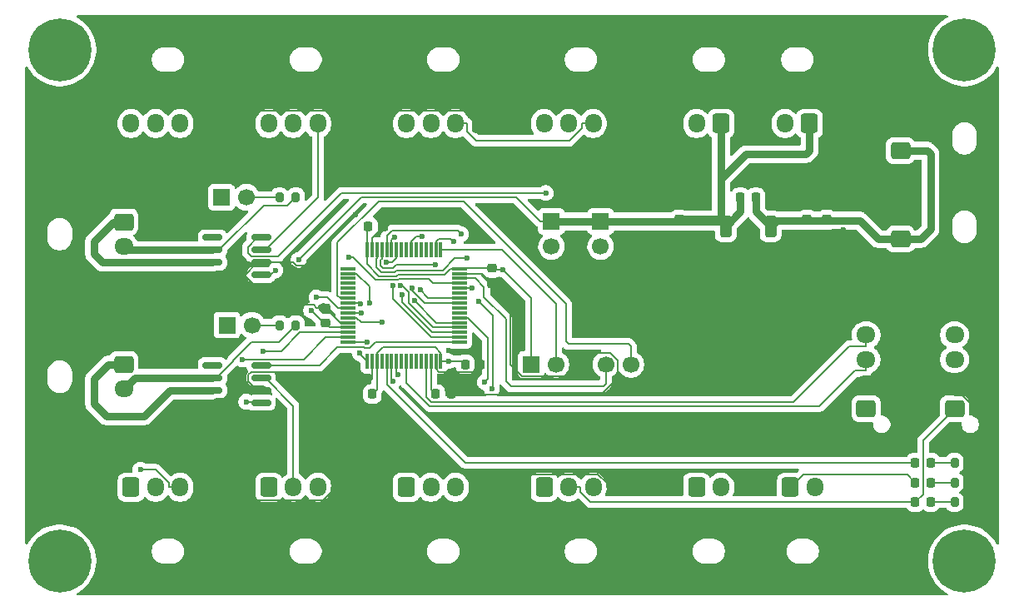
<source format=gbr>
%TF.GenerationSoftware,KiCad,Pcbnew,9.0.1*%
%TF.CreationDate,2025-05-30T13:12:10+09:00*%
%TF.ProjectId,Altair_MDD_V3,416c7461-6972-45f4-9d44-445f56332e6b,rev?*%
%TF.SameCoordinates,Original*%
%TF.FileFunction,Copper,L1,Top*%
%TF.FilePolarity,Positive*%
%FSLAX46Y46*%
G04 Gerber Fmt 4.6, Leading zero omitted, Abs format (unit mm)*
G04 Created by KiCad (PCBNEW 9.0.1) date 2025-05-30 13:12:10*
%MOMM*%
%LPD*%
G01*
G04 APERTURE LIST*
G04 Aperture macros list*
%AMRoundRect*
0 Rectangle with rounded corners*
0 $1 Rounding radius*
0 $2 $3 $4 $5 $6 $7 $8 $9 X,Y pos of 4 corners*
0 Add a 4 corners polygon primitive as box body*
4,1,4,$2,$3,$4,$5,$6,$7,$8,$9,$2,$3,0*
0 Add four circle primitives for the rounded corners*
1,1,$1+$1,$2,$3*
1,1,$1+$1,$4,$5*
1,1,$1+$1,$6,$7*
1,1,$1+$1,$8,$9*
0 Add four rect primitives between the rounded corners*
20,1,$1+$1,$2,$3,$4,$5,0*
20,1,$1+$1,$4,$5,$6,$7,0*
20,1,$1+$1,$6,$7,$8,$9,0*
20,1,$1+$1,$8,$9,$2,$3,0*%
G04 Aperture macros list end*
%TA.AperFunction,SMDPad,CuDef*%
%ADD10RoundRect,0.225000X0.250000X-0.225000X0.250000X0.225000X-0.250000X0.225000X-0.250000X-0.225000X0*%
%TD*%
%TA.AperFunction,ComponentPad*%
%ADD11RoundRect,0.250000X0.600000X0.725000X-0.600000X0.725000X-0.600000X-0.725000X0.600000X-0.725000X0*%
%TD*%
%TA.AperFunction,ComponentPad*%
%ADD12O,1.700000X1.950000*%
%TD*%
%TA.AperFunction,SMDPad,CuDef*%
%ADD13RoundRect,0.218750X0.218750X0.256250X-0.218750X0.256250X-0.218750X-0.256250X0.218750X-0.256250X0*%
%TD*%
%TA.AperFunction,ComponentPad*%
%ADD14R,1.700000X1.700000*%
%TD*%
%TA.AperFunction,ComponentPad*%
%ADD15C,1.700000*%
%TD*%
%TA.AperFunction,SMDPad,CuDef*%
%ADD16RoundRect,0.150000X0.825000X0.150000X-0.825000X0.150000X-0.825000X-0.150000X0.825000X-0.150000X0*%
%TD*%
%TA.AperFunction,ComponentPad*%
%ADD17RoundRect,0.250000X0.725000X-0.600000X0.725000X0.600000X-0.725000X0.600000X-0.725000X-0.600000X0*%
%TD*%
%TA.AperFunction,ComponentPad*%
%ADD18O,1.950000X1.700000*%
%TD*%
%TA.AperFunction,SMDPad,CuDef*%
%ADD19RoundRect,0.200000X0.200000X0.275000X-0.200000X0.275000X-0.200000X-0.275000X0.200000X-0.275000X0*%
%TD*%
%TA.AperFunction,SMDPad,CuDef*%
%ADD20RoundRect,0.225000X-0.250000X0.225000X-0.250000X-0.225000X0.250000X-0.225000X0.250000X0.225000X0*%
%TD*%
%TA.AperFunction,SMDPad,CuDef*%
%ADD21RoundRect,0.225000X0.225000X0.250000X-0.225000X0.250000X-0.225000X-0.250000X0.225000X-0.250000X0*%
%TD*%
%TA.AperFunction,ComponentPad*%
%ADD22RoundRect,0.250000X-0.600000X-0.725000X0.600000X-0.725000X0.600000X0.725000X-0.600000X0.725000X0*%
%TD*%
%TA.AperFunction,ComponentPad*%
%ADD23C,0.800000*%
%TD*%
%TA.AperFunction,ComponentPad*%
%ADD24C,6.400000*%
%TD*%
%TA.AperFunction,SMDPad,CuDef*%
%ADD25RoundRect,0.250000X-0.350000X0.850000X-0.350000X-0.850000X0.350000X-0.850000X0.350000X0.850000X0*%
%TD*%
%TA.AperFunction,SMDPad,CuDef*%
%ADD26RoundRect,0.249997X-2.650003X2.950003X-2.650003X-2.950003X2.650003X-2.950003X2.650003X2.950003X0*%
%TD*%
%TA.AperFunction,SMDPad,CuDef*%
%ADD27RoundRect,0.075000X-0.700000X-0.075000X0.700000X-0.075000X0.700000X0.075000X-0.700000X0.075000X0*%
%TD*%
%TA.AperFunction,SMDPad,CuDef*%
%ADD28RoundRect,0.075000X-0.075000X-0.700000X0.075000X-0.700000X0.075000X0.700000X-0.075000X0.700000X0*%
%TD*%
%TA.AperFunction,SMDPad,CuDef*%
%ADD29RoundRect,0.225000X-0.225000X-0.250000X0.225000X-0.250000X0.225000X0.250000X-0.225000X0.250000X0*%
%TD*%
%TA.AperFunction,ComponentPad*%
%ADD30RoundRect,0.250000X-0.725000X0.600000X-0.725000X-0.600000X0.725000X-0.600000X0.725000X0.600000X0*%
%TD*%
%TA.AperFunction,SMDPad,CuDef*%
%ADD31RoundRect,0.200000X-0.200000X-0.275000X0.200000X-0.275000X0.200000X0.275000X-0.200000X0.275000X0*%
%TD*%
%TA.AperFunction,ViaPad*%
%ADD32C,0.600000*%
%TD*%
%TA.AperFunction,Conductor*%
%ADD33C,0.200000*%
%TD*%
%TA.AperFunction,Conductor*%
%ADD34C,0.800000*%
%TD*%
G04 APERTURE END LIST*
D10*
%TO.P,C4,1*%
%TO.N,+3.3V*%
X101000000Y-71775000D03*
%TO.P,C4,2*%
%TO.N,GND*%
X101000000Y-70225000D03*
%TD*%
D11*
%TO.P,J13,1,Pin_1*%
%TO.N,GND*%
X102750000Y-51500000D03*
D12*
%TO.P,J13,2,Pin_2*%
%TO.N,+5V*%
X100250000Y-51500000D03*
%TO.P,J13,3,Pin_3*%
%TO.N,MD2_A*%
X97750000Y-51500000D03*
%TO.P,J13,4,Pin_4*%
%TO.N,MD2_B*%
X95250000Y-51500000D03*
%TD*%
D13*
%TO.P,D1,1,K*%
%TO.N,Net-(D1-K)*%
X162575000Y-86000000D03*
%TO.P,D1,2,A*%
%TO.N,LED*%
X161000000Y-86000000D03*
%TD*%
D14*
%TO.P,J2,1,Pin_1*%
%TO.N,+3.3V*%
X129000000Y-61460000D03*
D15*
%TO.P,J2,2,Pin_2*%
%TO.N,SW*%
X129000000Y-64000000D03*
%TD*%
D16*
%TO.P,U3,1,TXD*%
%TO.N,can2_tx*%
X94475000Y-79905000D03*
%TO.P,U3,2,VSS*%
%TO.N,GND*%
X94475000Y-78635000D03*
%TO.P,U3,3,VDD*%
%TO.N,+5V*%
X94475000Y-77365000D03*
%TO.P,U3,4,RXD*%
%TO.N,can2_rx*%
X94475000Y-76095000D03*
%TO.P,U3,5,Vref*%
%TO.N,unconnected-(U3-Vref-Pad5)*%
X89525000Y-76095000D03*
%TO.P,U3,6,CANL*%
%TO.N,can2_L*%
X89525000Y-77365000D03*
%TO.P,U3,7,CANH*%
%TO.N,can2_H*%
X89525000Y-78635000D03*
%TO.P,U3,8,Rs*%
%TO.N,GND*%
X89525000Y-79905000D03*
%TD*%
D17*
%TO.P,J6,1,Pin_1*%
%TO.N,+5V*%
X159500000Y-54250000D03*
D18*
%TO.P,J6,2,Pin_2*%
%TO.N,GND*%
X159500000Y-51750000D03*
%TD*%
D19*
%TO.P,R1,1*%
%TO.N,GND*%
X166650000Y-86000000D03*
%TO.P,R1,2*%
%TO.N,Net-(D1-K)*%
X165000000Y-86000000D03*
%TD*%
D13*
%TO.P,D2,1,K*%
%TO.N,+5V*%
X144787500Y-59000000D03*
%TO.P,D2,2,A*%
%TO.N,+3.3V*%
X143212500Y-59000000D03*
%TD*%
D19*
%TO.P,R5,1*%
%TO.N,GND*%
X166650000Y-90000000D03*
%TO.P,R5,2*%
%TO.N,Net-(D4-K)*%
X165000000Y-90000000D03*
%TD*%
%TO.P,R4,1*%
%TO.N,GND*%
X166650000Y-88000000D03*
%TO.P,R4,2*%
%TO.N,Net-(D3-K)*%
X165000000Y-88000000D03*
%TD*%
D20*
%TO.P,C6,1*%
%TO.N,+3.3V*%
X118000000Y-66225000D03*
%TO.P,C6,2*%
%TO.N,GND*%
X118000000Y-67775000D03*
%TD*%
D11*
%TO.P,J11,1,Pin_1*%
%TO.N,+3.3V*%
X150250000Y-51500000D03*
D12*
%TO.P,J11,2,Pin_2*%
%TO.N,limitswitch4*%
X147750000Y-51500000D03*
%TD*%
D21*
%TO.P,C1,1*%
%TO.N,GND*%
X113775000Y-79000000D03*
%TO.P,C1,2*%
%TO.N,Net-(U1-VCAP_1)*%
X112225000Y-79000000D03*
%TD*%
D11*
%TO.P,J10,1,Pin_1*%
%TO.N,+3.3V*%
X141250000Y-51500000D03*
D12*
%TO.P,J10,2,Pin_2*%
%TO.N,limitswitch3*%
X138750000Y-51500000D03*
%TD*%
D22*
%TO.P,J20,1,Pin_1*%
%TO.N,encoder1_A*%
X81250000Y-88500000D03*
D12*
%TO.P,J20,2,Pin_2*%
%TO.N,+5V*%
X83750000Y-88500000D03*
%TO.P,J20,3,Pin_3*%
%TO.N,encoder1_B*%
X86250000Y-88500000D03*
%TO.P,J20,4,Pin_4*%
%TO.N,GND*%
X88750000Y-88500000D03*
%TD*%
D11*
%TO.P,J14,1,Pin_1*%
%TO.N,GND*%
X116750000Y-51500000D03*
D12*
%TO.P,J14,2,Pin_2*%
%TO.N,+5V*%
X114250000Y-51500000D03*
%TO.P,J14,3,Pin_3*%
%TO.N,MD3_A*%
X111750000Y-51500000D03*
%TO.P,J14,4,Pin_4*%
%TO.N,MD3_B*%
X109250000Y-51500000D03*
%TD*%
D23*
%TO.P,H2,1*%
%TO.N,N/C*%
X71600000Y-44000000D03*
X72302944Y-42302944D03*
X72302944Y-45697056D03*
X74000000Y-41600000D03*
D24*
X74000000Y-44000000D03*
D23*
X74000000Y-46400000D03*
X75697056Y-42302944D03*
X75697056Y-45697056D03*
X76400000Y-44000000D03*
%TD*%
D17*
%TO.P,J18,1,Pin_1*%
%TO.N,+5V*%
X165000000Y-80500000D03*
D18*
%TO.P,J18,2,Pin_2*%
%TO.N,GND*%
X165000000Y-78000000D03*
%TO.P,J18,3,Pin_3*%
%TO.N,serial2_tx*%
X165000000Y-75500000D03*
%TO.P,J18,4,Pin_4*%
%TO.N,serial2_rx*%
X165000000Y-73000000D03*
%TD*%
D20*
%TO.P,C7,1*%
%TO.N,+5V*%
X152000000Y-61225000D03*
%TO.P,C7,2*%
%TO.N,GND*%
X152000000Y-62775000D03*
%TD*%
D22*
%TO.P,J23,1,Pin_1*%
%TO.N,encoder4_A*%
X123250000Y-88500000D03*
D12*
%TO.P,J23,2,Pin_2*%
%TO.N,+5V*%
X125750000Y-88500000D03*
%TO.P,J23,3,Pin_3*%
%TO.N,encoder4_B*%
X128250000Y-88500000D03*
%TO.P,J23,4,Pin_4*%
%TO.N,GND*%
X130750000Y-88500000D03*
%TD*%
D14*
%TO.P,J4,1,Pin_1*%
%TO.N,can1_H*%
X90460000Y-59000000D03*
D15*
%TO.P,J4,2,Pin_2*%
%TO.N,Net-(J4-Pin_2)*%
X93000000Y-59000000D03*
%TD*%
D21*
%TO.P,C3,1*%
%TO.N,+3.3V*%
X105775000Y-79000000D03*
%TO.P,C3,2*%
%TO.N,GND*%
X104225000Y-79000000D03*
%TD*%
D17*
%TO.P,J19,1,Pin_1*%
%TO.N,+5V*%
X156000000Y-80500000D03*
D18*
%TO.P,J19,2,Pin_2*%
%TO.N,GND*%
X156000000Y-78000000D03*
%TO.P,J19,3,Pin_3*%
%TO.N,serial3_rx*%
X156000000Y-75500000D03*
%TO.P,J19,4,Pin_4*%
%TO.N,serial3_tx*%
X156000000Y-73000000D03*
%TD*%
D14*
%TO.P,J1,1,Pin_1*%
%TO.N,+3.3V*%
X124000000Y-61460000D03*
D15*
%TO.P,J1,2,Pin_2*%
%TO.N,booto*%
X124000000Y-64000000D03*
%TD*%
D22*
%TO.P,J9,1,Pin_1*%
%TO.N,+3.3V*%
X148300000Y-88500000D03*
D12*
%TO.P,J9,2,Pin_2*%
%TO.N,limitswitch2*%
X150800000Y-88500000D03*
%TD*%
D11*
%TO.P,J15,1,Pin_1*%
%TO.N,GND*%
X130750000Y-51500000D03*
D12*
%TO.P,J15,2,Pin_2*%
%TO.N,+5V*%
X128250000Y-51500000D03*
%TO.P,J15,3,Pin_3*%
%TO.N,MD4_A*%
X125750000Y-51500000D03*
%TO.P,J15,4,Pin_4*%
%TO.N,MD4_B*%
X123250000Y-51500000D03*
%TD*%
D25*
%TO.P,U4,1,VI*%
%TO.N,+5V*%
X146280000Y-61960000D03*
D26*
%TO.P,U4,2,GND*%
%TO.N,GND*%
X144000000Y-68260000D03*
D25*
%TO.P,U4,3,VO*%
%TO.N,+3.3V*%
X141720000Y-61960000D03*
%TD*%
D23*
%TO.P,H1,1*%
%TO.N,N/C*%
X71600000Y-96000000D03*
X72302944Y-94302944D03*
X72302944Y-97697056D03*
X74000000Y-93600000D03*
D24*
X74000000Y-96000000D03*
D23*
X74000000Y-98400000D03*
X75697056Y-94302944D03*
X75697056Y-97697056D03*
X76400000Y-96000000D03*
%TD*%
D14*
%TO.P,J5,1,Pin_1*%
%TO.N,can2_H*%
X91000000Y-72000000D03*
D15*
%TO.P,J5,2,Pin_2*%
%TO.N,Net-(J5-Pin_2)*%
X93540000Y-72000000D03*
%TD*%
D22*
%TO.P,J21,1,Pin_1*%
%TO.N,encoder2_A*%
X95250000Y-88500000D03*
D12*
%TO.P,J21,2,Pin_2*%
%TO.N,+5V*%
X97750000Y-88500000D03*
%TO.P,J21,3,Pin_3*%
%TO.N,encoder2_B*%
X100250000Y-88500000D03*
%TO.P,J21,4,Pin_4*%
%TO.N,GND*%
X102750000Y-88500000D03*
%TD*%
D22*
%TO.P,J22,1,Pin_1*%
%TO.N,encoder3_A*%
X109250000Y-88500000D03*
D12*
%TO.P,J22,2,Pin_2*%
%TO.N,+5V*%
X111750000Y-88500000D03*
%TO.P,J22,3,Pin_3*%
%TO.N,encoder3_B*%
X114250000Y-88500000D03*
%TO.P,J22,4,Pin_4*%
%TO.N,GND*%
X116750000Y-88500000D03*
%TD*%
D22*
%TO.P,J8,1,Pin_1*%
%TO.N,+3.3V*%
X138750000Y-88500000D03*
D12*
%TO.P,J8,2,Pin_2*%
%TO.N,limitswitch1*%
X141250000Y-88500000D03*
%TD*%
D23*
%TO.P,H4,1*%
%TO.N,N/C*%
X163600000Y-96000000D03*
X164302944Y-94302944D03*
X164302944Y-97697056D03*
X166000000Y-93600000D03*
D24*
X166000000Y-96000000D03*
D23*
X166000000Y-98400000D03*
X167697056Y-94302944D03*
X167697056Y-97697056D03*
X168400000Y-96000000D03*
%TD*%
D27*
%TO.P,U1,1,VBAT*%
%TO.N,unconnected-(U1-VBAT-Pad1)*%
X103325000Y-66250000D03*
%TO.P,U1,2,PC13*%
%TO.N,SW*%
X103325000Y-66750000D03*
%TO.P,U1,3,PC14*%
%TO.N,unconnected-(U1-PC14-Pad3)*%
X103325000Y-67250000D03*
%TO.P,U1,4,PC15*%
%TO.N,unconnected-(U1-PC15-Pad4)*%
X103325000Y-67750000D03*
%TO.P,U1,5,PH0*%
%TO.N,unconnected-(U1-PH0-Pad5)*%
X103325000Y-68250000D03*
%TO.P,U1,6,PH1*%
%TO.N,unconnected-(U1-PH1-Pad6)*%
X103325000Y-68750000D03*
%TO.P,U1,7,NRST*%
%TO.N,nrst*%
X103325000Y-69250000D03*
%TO.P,U1,8,PC0*%
%TO.N,limitswitch1*%
X103325000Y-69750000D03*
%TO.P,U1,9,PC1*%
%TO.N,limitswitch2*%
X103325000Y-70250000D03*
%TO.P,U1,10,PC2*%
%TO.N,limitswitch3*%
X103325000Y-70750000D03*
%TO.P,U1,11,PC3*%
%TO.N,limitswitch4*%
X103325000Y-71250000D03*
%TO.P,U1,12,VSSA*%
%TO.N,GND*%
X103325000Y-71750000D03*
%TO.P,U1,13,VDDA*%
%TO.N,+3.3V*%
X103325000Y-72250000D03*
%TO.P,U1,14,PA0*%
%TO.N,encoder1_A*%
X103325000Y-72750000D03*
%TO.P,U1,15,PA1*%
%TO.N,encoder1_B*%
X103325000Y-73250000D03*
%TO.P,U1,16,PA2*%
%TO.N,serial2_tx*%
X103325000Y-73750000D03*
D28*
%TO.P,U1,17,PA3*%
%TO.N,serial2_rx*%
X105250000Y-75675000D03*
%TO.P,U1,18,VSS*%
%TO.N,GND*%
X105750000Y-75675000D03*
%TO.P,U1,19,VDD*%
%TO.N,+3.3V*%
X106250000Y-75675000D03*
%TO.P,U1,20,PA4*%
%TO.N,unconnected-(U1-PA4-Pad20)*%
X106750000Y-75675000D03*
%TO.P,U1,21,PA5*%
%TO.N,LED*%
X107250000Y-75675000D03*
%TO.P,U1,22,PA6*%
%TO.N,MD3_A*%
X107750000Y-75675000D03*
%TO.P,U1,23,PA7*%
%TO.N,MD3_B*%
X108250000Y-75675000D03*
%TO.P,U1,24,PC4*%
%TO.N,unconnected-(U1-PC4-Pad24)*%
X108750000Y-75675000D03*
%TO.P,U1,25,PC5*%
%TO.N,serial3_rx*%
X109250000Y-75675000D03*
%TO.P,U1,26,PB0*%
%TO.N,unconnected-(U1-PB0-Pad26)*%
X109750000Y-75675000D03*
%TO.P,U1,27,PB1*%
%TO.N,unconnected-(U1-PB1-Pad27)*%
X110250000Y-75675000D03*
%TO.P,U1,28,PB2*%
%TO.N,unconnected-(U1-PB2-Pad28)*%
X110750000Y-75675000D03*
%TO.P,U1,29,PB10*%
%TO.N,serial3_tx*%
X111250000Y-75675000D03*
%TO.P,U1,30,VCAP_1*%
%TO.N,Net-(U1-VCAP_1)*%
X111750000Y-75675000D03*
%TO.P,U1,31,VSS*%
%TO.N,GND*%
X112250000Y-75675000D03*
%TO.P,U1,32,VDD*%
%TO.N,+3.3V*%
X112750000Y-75675000D03*
D27*
%TO.P,U1,33,PB12*%
%TO.N,can2_rx*%
X114675000Y-73750000D03*
%TO.P,U1,34,PB13*%
%TO.N,can2_tx*%
X114675000Y-73250000D03*
%TO.P,U1,35,PB14*%
%TO.N,MD1_A*%
X114675000Y-72750000D03*
%TO.P,U1,36,PB15*%
%TO.N,MD1_B*%
X114675000Y-72250000D03*
%TO.P,U1,37,PC6*%
%TO.N,encoder3_A*%
X114675000Y-71750000D03*
%TO.P,U1,38,PC7*%
%TO.N,encoder3_B*%
X114675000Y-71250000D03*
%TO.P,U1,39,PC8*%
%TO.N,unconnected-(U1-PC8-Pad39)*%
X114675000Y-70750000D03*
%TO.P,U1,40,PC9*%
%TO.N,unconnected-(U1-PC9-Pad40)*%
X114675000Y-70250000D03*
%TO.P,U1,41,PA8*%
%TO.N,MD2_A*%
X114675000Y-69750000D03*
%TO.P,U1,42,PA9*%
%TO.N,MD2_B*%
X114675000Y-69250000D03*
%TO.P,U1,43,PA10*%
%TO.N,unconnected-(U1-PA10-Pad43)*%
X114675000Y-68750000D03*
%TO.P,U1,44,PA11*%
%TO.N,can1_rx*%
X114675000Y-68250000D03*
%TO.P,U1,45,PA12*%
%TO.N,can1_tx*%
X114675000Y-67750000D03*
%TO.P,U1,46,PA13*%
%TO.N,SWDIO*%
X114675000Y-67250000D03*
%TO.P,U1,47,VSS*%
%TO.N,GND*%
X114675000Y-66750000D03*
%TO.P,U1,48,VDD*%
%TO.N,+3.3V*%
X114675000Y-66250000D03*
D28*
%TO.P,U1,49,PA14*%
%TO.N,SWCLK*%
X112750000Y-64325000D03*
%TO.P,U1,50,PA15*%
%TO.N,encoder4_B*%
X112250000Y-64325000D03*
%TO.P,U1,51,PC10*%
%TO.N,unconnected-(U1-PC10-Pad51)*%
X111750000Y-64325000D03*
%TO.P,U1,52,PC11*%
%TO.N,unconnected-(U1-PC11-Pad52)*%
X111250000Y-64325000D03*
%TO.P,U1,53,PC12*%
%TO.N,unconnected-(U1-PC12-Pad53)*%
X110750000Y-64325000D03*
%TO.P,U1,54,PD2*%
%TO.N,unconnected-(U1-PD2-Pad54)*%
X110250000Y-64325000D03*
%TO.P,U1,55,PB3*%
%TO.N,encoder4_A*%
X109750000Y-64325000D03*
%TO.P,U1,56,PB4*%
%TO.N,unconnected-(U1-PB4-Pad56)*%
X109250000Y-64325000D03*
%TO.P,U1,57,PB5*%
%TO.N,unconnected-(U1-PB5-Pad57)*%
X108750000Y-64325000D03*
%TO.P,U1,58,PB6*%
%TO.N,encoder2_A*%
X108250000Y-64325000D03*
%TO.P,U1,59,PB7*%
%TO.N,encoder2_B*%
X107750000Y-64325000D03*
%TO.P,U1,60,BOOT0*%
%TO.N,booto*%
X107250000Y-64325000D03*
%TO.P,U1,61,PB8*%
%TO.N,MD4_A*%
X106750000Y-64325000D03*
%TO.P,U1,62,PB9*%
%TO.N,MD4_B*%
X106250000Y-64325000D03*
%TO.P,U1,63,VSS*%
%TO.N,GND*%
X105750000Y-64325000D03*
%TO.P,U1,64,VDD*%
%TO.N,+3.3V*%
X105250000Y-64325000D03*
%TD*%
D29*
%TO.P,C2,1*%
%TO.N,+3.3V*%
X105384000Y-61976000D03*
%TO.P,C2,2*%
%TO.N,GND*%
X106934000Y-61976000D03*
%TD*%
D30*
%TO.P,J17,1,Pin_1*%
%TO.N,can2_H*%
X80500000Y-76000000D03*
D18*
%TO.P,J17,2,Pin_2*%
%TO.N,can2_L*%
X80500000Y-78500000D03*
%TD*%
D13*
%TO.P,D3,1,K*%
%TO.N,Net-(D3-K)*%
X162575000Y-88000000D03*
%TO.P,D3,2,A*%
%TO.N,+3.3V*%
X161000000Y-88000000D03*
%TD*%
D20*
%TO.P,C8,1*%
%TO.N,+5V*%
X150000000Y-61225000D03*
%TO.P,C8,2*%
%TO.N,GND*%
X150000000Y-62775000D03*
%TD*%
D14*
%TO.P,J3,1,Pin_1*%
%TO.N,+3.3V*%
X121920000Y-76000000D03*
D15*
%TO.P,J3,2,Pin_2*%
%TO.N,SWCLK*%
X124460000Y-76000000D03*
%TO.P,J3,3,Pin_3*%
%TO.N,GND*%
X127000000Y-76000000D03*
%TO.P,J3,4,Pin_4*%
%TO.N,SWDIO*%
X129540000Y-76000000D03*
%TO.P,J3,5,Pin_5*%
%TO.N,nrst*%
X132080000Y-76000000D03*
%TD*%
D30*
%TO.P,J16,1,Pin_1*%
%TO.N,can1_H*%
X80500000Y-61500000D03*
D18*
%TO.P,J16,2,Pin_2*%
%TO.N,can1_L*%
X80500000Y-64000000D03*
%TD*%
D31*
%TO.P,R3,1*%
%TO.N,Net-(J5-Pin_2)*%
X96350000Y-72000000D03*
%TO.P,R3,2*%
%TO.N,can2_L*%
X98000000Y-72000000D03*
%TD*%
D16*
%TO.P,U2,1,TXD*%
%TO.N,can1_tx*%
X94475000Y-66905000D03*
%TO.P,U2,2,VSS*%
%TO.N,GND*%
X94475000Y-65635000D03*
%TO.P,U2,3,VDD*%
%TO.N,+5V*%
X94475000Y-64365000D03*
%TO.P,U2,4,RXD*%
%TO.N,can1_rx*%
X94475000Y-63095000D03*
%TO.P,U2,5,Vref*%
%TO.N,unconnected-(U2-Vref-Pad5)*%
X89525000Y-63095000D03*
%TO.P,U2,6,CANL*%
%TO.N,can1_L*%
X89525000Y-64365000D03*
%TO.P,U2,7,CANH*%
%TO.N,can1_H*%
X89525000Y-65635000D03*
%TO.P,U2,8,Rs*%
%TO.N,GND*%
X89525000Y-66905000D03*
%TD*%
D11*
%TO.P,J12,1,Pin_1*%
%TO.N,GND*%
X88750000Y-51500000D03*
D12*
%TO.P,J12,2,Pin_2*%
%TO.N,+5V*%
X86250000Y-51500000D03*
%TO.P,J12,3,Pin_3*%
%TO.N,MD1_A*%
X83750000Y-51500000D03*
%TO.P,J12,4,Pin_4*%
%TO.N,MD1_B*%
X81250000Y-51500000D03*
%TD*%
D13*
%TO.P,D4,1,K*%
%TO.N,Net-(D4-K)*%
X162575000Y-90000000D03*
%TO.P,D4,2,A*%
%TO.N,+5V*%
X161000000Y-90000000D03*
%TD*%
D20*
%TO.P,C9,1*%
%TO.N,+3.3V*%
X137000000Y-61225000D03*
%TO.P,C9,2*%
%TO.N,GND*%
X137000000Y-62775000D03*
%TD*%
D17*
%TO.P,J7,1,Pin_1*%
%TO.N,+5V*%
X159500000Y-63250000D03*
D18*
%TO.P,J7,2,Pin_2*%
%TO.N,GND*%
X159500000Y-60750000D03*
%TD*%
D29*
%TO.P,C5,1*%
%TO.N,+3.3V*%
X115225000Y-76000000D03*
%TO.P,C5,2*%
%TO.N,GND*%
X116775000Y-76000000D03*
%TD*%
D23*
%TO.P,H3,1*%
%TO.N,N/C*%
X163600000Y-44000000D03*
X164302944Y-42302944D03*
X164302944Y-45697056D03*
X166000000Y-41600000D03*
D24*
X166000000Y-44000000D03*
D23*
X166000000Y-46400000D03*
X167697056Y-42302944D03*
X167697056Y-45697056D03*
X168400000Y-44000000D03*
%TD*%
D31*
%TO.P,R2,1*%
%TO.N,Net-(J4-Pin_2)*%
X96350000Y-59000000D03*
%TO.P,R2,2*%
%TO.N,can1_L*%
X98000000Y-59000000D03*
%TD*%
D32*
%TO.N,GND*%
X114730300Y-78575300D03*
X153708000Y-62296400D03*
X106934000Y-60989700D03*
X104105800Y-60746700D03*
%TO.N,+3.3V*%
X113517600Y-75675000D03*
X119065100Y-66357300D03*
X98281500Y-65355800D03*
X99569100Y-70523100D03*
%TO.N,booto*%
X114814400Y-62763200D03*
%TO.N,SW*%
X105495200Y-69712500D03*
%TO.N,limitswitch1*%
X104603000Y-69817400D03*
%TO.N,limitswitch2*%
X100089400Y-69194600D03*
%TO.N,limitswitch3*%
X104659300Y-70750000D03*
%TO.N,limitswitch4*%
X106741000Y-71730500D03*
%TO.N,MD1_A*%
X108819200Y-68920300D03*
%TO.N,MD1_B*%
X108647700Y-67978800D03*
%TO.N,MD2_B*%
X110648200Y-68419400D03*
%TO.N,MD2_A*%
X109848000Y-68196500D03*
%TO.N,MD3_A*%
X107877400Y-77733400D03*
%TO.N,MD3_B*%
X108356800Y-77019300D03*
%TO.N,MD4_B*%
X115396500Y-65221600D03*
%TO.N,MD4_A*%
X112234300Y-65849900D03*
%TO.N,serial2_tx*%
X105239100Y-73750000D03*
%TO.N,serial2_rx*%
X104525400Y-74869400D03*
%TO.N,encoder1_A*%
X94643100Y-74624900D03*
%TO.N,encoder1_B*%
X82188600Y-86700400D03*
X92579000Y-75473800D03*
%TO.N,encoder2_A*%
X107237000Y-65606700D03*
%TO.N,encoder2_B*%
X108058600Y-63026800D03*
%TO.N,encoder3_B*%
X117201800Y-77797700D03*
%TO.N,encoder3_A*%
X110058800Y-69527500D03*
%TO.N,encoder4_A*%
X116604200Y-69574400D03*
X110881000Y-62994200D03*
X117926700Y-78476100D03*
%TO.N,encoder4_B*%
X114066600Y-63505900D03*
%TO.N,can1_tx*%
X103434900Y-65076700D03*
X95937300Y-66426200D03*
%TO.N,can1_rx*%
X115956500Y-68250000D03*
X123425400Y-58566100D03*
%TO.N,can2_tx*%
X107847500Y-68007300D03*
X92970700Y-79793100D03*
%TD*%
D33*
%TO.N,Net-(U1-VCAP_1)*%
X111750000Y-75675000D02*
X111750000Y-78525000D01*
X111750000Y-78525000D02*
X112225000Y-79000000D01*
%TO.N,GND*%
X138226600Y-64001600D02*
X137000000Y-62775000D01*
X113775000Y-76783500D02*
X112552800Y-76783500D01*
X105750000Y-63160000D02*
X105750000Y-64325000D01*
X95819600Y-69923000D02*
X92823500Y-66926800D01*
X105750000Y-75675000D02*
X105750000Y-77475000D01*
X102750000Y-88500000D02*
X101599900Y-88500000D01*
X94475000Y-65635000D02*
X97712100Y-65635000D01*
X152000000Y-62775000D02*
X150000000Y-62775000D01*
X129599900Y-88068700D02*
X128700600Y-87169400D01*
X166650000Y-86000000D02*
X167815500Y-84834500D01*
X116750000Y-88500000D02*
X117900100Y-88500000D01*
X101599900Y-88931300D02*
X100738900Y-89792300D01*
X89825400Y-79905000D02*
X89825400Y-88500000D01*
X120974200Y-77198200D02*
X125801800Y-77198200D01*
X114675000Y-66750000D02*
X116975000Y-66750000D01*
X98896600Y-65955900D02*
X104105800Y-60746700D01*
X113775000Y-79000000D02*
X113851200Y-79076200D01*
X94115300Y-65635000D02*
X92823500Y-66926800D01*
X153708000Y-62296400D02*
X152478600Y-62296400D01*
X115991500Y-76783500D02*
X116775000Y-76000000D01*
X93168300Y-77736600D02*
X90999900Y-79905000D01*
X166650000Y-88000000D02*
X166650000Y-86000000D01*
X118000000Y-67775000D02*
X119780200Y-69555200D01*
D34*
X156210000Y-53340000D02*
X157800000Y-51750000D01*
D33*
X101000000Y-70225000D02*
X100119700Y-70225000D01*
X167815500Y-84834500D02*
X167815500Y-81199300D01*
X92823400Y-66926900D02*
X92651300Y-66926900D01*
X102517900Y-71750000D02*
X101000000Y-70232100D01*
X116975000Y-66750000D02*
X118000000Y-67775000D01*
X88750000Y-88500000D02*
X89825400Y-88500000D01*
X103325000Y-71750000D02*
X102517900Y-71750000D01*
X101975500Y-76750500D02*
X104225000Y-79000000D01*
X112552800Y-76783500D02*
X112250000Y-76480700D01*
D34*
X159500000Y-60750000D02*
X157270000Y-60750000D01*
D33*
X129027900Y-79076200D02*
X130748300Y-77355800D01*
X128700600Y-87169400D02*
X119230700Y-87169400D01*
X93168300Y-77032000D02*
X93449800Y-76750500D01*
X129599900Y-88500000D02*
X129599900Y-88068700D01*
X90999900Y-79905000D02*
X89825400Y-79905000D01*
X156000000Y-78000000D02*
X165000000Y-78000000D01*
X90032800Y-50217200D02*
X101467200Y-50217200D01*
X112250000Y-76480700D02*
X112250000Y-75675000D01*
X119780200Y-76004200D02*
X120974200Y-77198200D01*
X152478600Y-62296400D02*
X152000000Y-62775000D01*
X113775000Y-76783500D02*
X115991500Y-76783500D01*
X91192400Y-89792300D02*
X89900100Y-88500000D01*
X129974500Y-74806700D02*
X128193300Y-74806700D01*
X94475000Y-78635000D02*
X94066700Y-78635000D01*
X101467200Y-50217200D02*
X102750000Y-51500000D01*
X100738900Y-89792300D02*
X91192400Y-89792300D01*
X150000000Y-62775000D02*
X148773400Y-64001600D01*
X125801800Y-77198200D02*
X127000000Y-76000000D01*
X113775000Y-78575300D02*
X113775000Y-76783500D01*
X165000000Y-78000000D02*
X165000000Y-79150100D01*
X130748300Y-75580500D02*
X129974500Y-74806700D01*
X119230700Y-87169400D02*
X117900100Y-88500000D01*
X116750000Y-51500000D02*
X115474800Y-50224800D01*
D34*
X157800000Y-51750000D02*
X159500000Y-51750000D01*
D33*
X115474800Y-50224800D02*
X104025200Y-50224800D01*
X92629400Y-66905000D02*
X89525000Y-66905000D01*
X119780200Y-69555200D02*
X119780200Y-76004200D01*
X128193300Y-74806700D02*
X127000000Y-76000000D01*
X92823500Y-66926800D02*
X92823400Y-66926900D01*
X113775000Y-79000000D02*
X113775000Y-78575300D01*
X166650000Y-88000000D02*
X166650000Y-90000000D01*
X89525000Y-79905000D02*
X89825400Y-79905000D01*
X93168300Y-77736600D02*
X93168300Y-77032000D01*
X105750000Y-77475000D02*
X104225000Y-79000000D01*
X144000000Y-68260000D02*
X144000000Y-64001600D01*
X106934000Y-61976000D02*
X105750000Y-63160000D01*
X130748300Y-77355800D02*
X130748300Y-75580500D01*
X101599900Y-88500000D02*
X101599900Y-88931300D01*
X100119700Y-70225000D02*
X99817700Y-69923000D01*
X144000000Y-64001600D02*
X138226600Y-64001600D01*
X130750000Y-88500000D02*
X129599900Y-88500000D01*
X94066700Y-78635000D02*
X93168300Y-77736600D01*
X167815500Y-81199300D02*
X165766300Y-79150100D01*
D34*
X157270000Y-60750000D02*
X156210000Y-59690000D01*
D33*
X89825400Y-88500000D02*
X89900100Y-88500000D01*
X93449800Y-76750500D02*
X101975500Y-76750500D01*
X113775000Y-78575300D02*
X114730300Y-78575300D01*
X98033000Y-65955900D02*
X98896600Y-65955900D01*
D34*
X156210000Y-59690000D02*
X156210000Y-53340000D01*
D33*
X99817700Y-69923000D02*
X95819600Y-69923000D01*
X101000000Y-70232100D02*
X101000000Y-70225000D01*
X148773400Y-64001600D02*
X144000000Y-64001600D01*
X94475000Y-65635000D02*
X94115300Y-65635000D01*
X97712100Y-65635000D02*
X98033000Y-65955900D01*
X106934000Y-60989700D02*
X106934000Y-61976000D01*
X92651300Y-66926900D02*
X92629400Y-66905000D01*
X88750000Y-51500000D02*
X90032800Y-50217200D01*
X113851200Y-79076200D02*
X129027900Y-79076200D01*
X104025200Y-50224800D02*
X102750000Y-51500000D01*
X165766300Y-79150100D02*
X165000000Y-79150100D01*
%TO.N,+3.3V*%
X100821000Y-71775000D02*
X99569100Y-70523100D01*
X143212000Y-59733700D02*
X143212500Y-59733200D01*
D34*
X150250000Y-51500000D02*
X150250000Y-54220000D01*
D33*
X113517600Y-75675000D02*
X112750000Y-75675000D01*
X119065100Y-66357300D02*
X118132300Y-66357300D01*
D34*
X141250000Y-61490000D02*
X141720000Y-61960000D01*
X140985000Y-61225000D02*
X141220000Y-61460000D01*
D33*
X112750000Y-74832500D02*
X112167500Y-74250000D01*
X148300000Y-88500000D02*
X149588900Y-87211100D01*
X101000000Y-71775000D02*
X100821000Y-71775000D01*
X120388300Y-58998400D02*
X122849900Y-61460000D01*
X160211100Y-87211100D02*
X161000000Y-88000000D01*
X105250000Y-65785100D02*
X105250000Y-64325000D01*
X121920000Y-74849900D02*
X121920000Y-69212200D01*
D34*
X129000000Y-61460000D02*
X141220000Y-61460000D01*
D33*
X103325000Y-72250000D02*
X101475000Y-72250000D01*
X98281500Y-65355800D02*
X104638900Y-58998400D01*
X115225000Y-76000000D02*
X114900000Y-75675000D01*
X114675000Y-66250000D02*
X113732300Y-66250000D01*
D34*
X141250000Y-61490000D02*
X141720000Y-61960000D01*
D33*
X106849000Y-74250000D02*
X106250000Y-74849000D01*
D34*
X150250000Y-54220000D02*
X149860000Y-54610000D01*
D33*
X124000000Y-61460000D02*
X122849900Y-61460000D01*
X106472000Y-67007100D02*
X105250000Y-65785100D01*
X105384000Y-61976000D02*
X105250000Y-62110000D01*
D34*
X124000000Y-61460000D02*
X129000000Y-61460000D01*
X141250000Y-61490000D02*
X141720000Y-61960000D01*
D33*
X112167500Y-74250000D02*
X106849000Y-74250000D01*
X149588900Y-87211100D02*
X160211100Y-87211100D01*
X143212500Y-59733200D02*
X143212500Y-59000000D01*
X104638900Y-58998400D02*
X120388300Y-58998400D01*
X121920000Y-76000000D02*
X121920000Y-74849900D01*
D34*
X143790000Y-54610000D02*
X141250000Y-57150000D01*
X143212000Y-59733700D02*
X143212000Y-60467500D01*
D33*
X121920000Y-69212200D02*
X119065100Y-66357300D01*
X106250000Y-78525000D02*
X106250000Y-75675000D01*
X114900000Y-75675000D02*
X113517600Y-75675000D01*
X101475000Y-72250000D02*
X101000000Y-71775000D01*
D34*
X141220000Y-61460000D02*
X141250000Y-61490000D01*
D33*
X108348400Y-66863700D02*
X108205000Y-67007100D01*
X105775000Y-79000000D02*
X106250000Y-78525000D01*
D34*
X143212000Y-59000000D02*
X143212000Y-59733700D01*
D33*
X114700000Y-66225000D02*
X118000000Y-66225000D01*
X113732300Y-66250000D02*
X113118600Y-66863700D01*
X106250000Y-74849000D02*
X106250000Y-75675000D01*
X113118600Y-66863700D02*
X108348400Y-66863700D01*
D34*
X141250000Y-57150000D02*
X141250000Y-61490000D01*
D33*
X118132300Y-66357300D02*
X118000000Y-66225000D01*
D34*
X143212000Y-60467500D02*
X141720000Y-61960000D01*
X149860000Y-54610000D02*
X143790000Y-54610000D01*
X141250000Y-51500000D02*
X141250000Y-57150000D01*
D33*
X108205000Y-67007100D02*
X106472000Y-67007100D01*
X105250000Y-62110000D02*
X105250000Y-64325000D01*
D34*
X137000000Y-61225000D02*
X140985000Y-61225000D01*
D33*
X114675000Y-66250000D02*
X114700000Y-66225000D01*
D34*
X141220000Y-61460000D02*
X141250000Y-61490000D01*
D33*
X112750000Y-75675000D02*
X112750000Y-74832500D01*
%TO.N,+5V*%
X100250000Y-51500000D02*
X100250000Y-52775100D01*
X161787500Y-83712500D02*
X161787500Y-89212500D01*
X127968800Y-90000000D02*
X161000000Y-90000000D01*
X144788000Y-59733700D02*
X144787500Y-59733200D01*
X114250000Y-51500000D02*
X115400100Y-51500000D01*
D34*
X152000000Y-61360000D02*
X150000000Y-61360000D01*
D33*
X94919600Y-64365000D02*
X100250000Y-59034600D01*
X161787500Y-89212500D02*
X161000000Y-90000000D01*
D34*
X146880000Y-61360000D02*
X146280000Y-61960000D01*
D33*
X115400100Y-51500000D02*
X115400100Y-52290700D01*
D34*
X144788000Y-59000000D02*
X144788000Y-59733700D01*
D33*
X126900100Y-88500000D02*
X126900100Y-88931300D01*
D34*
X150000000Y-61360000D02*
X146880000Y-61360000D01*
X159500000Y-63250000D02*
X157230000Y-63250000D01*
D33*
X94475000Y-64365000D02*
X94919600Y-64365000D01*
X100250000Y-59034600D02*
X100250000Y-52775100D01*
X127099900Y-51500000D02*
X128250000Y-51500000D01*
X97750000Y-88500000D02*
X97750000Y-80216800D01*
X115400100Y-52290700D02*
X116359400Y-53250000D01*
D34*
X155340000Y-61360000D02*
X152000000Y-61360000D01*
X162200000Y-54250000D02*
X162560000Y-54610000D01*
D33*
X125750000Y-88500000D02*
X126900100Y-88500000D01*
D34*
X157230000Y-63250000D02*
X155340000Y-61360000D01*
X162560000Y-62230000D02*
X161540000Y-63250000D01*
D33*
X152000000Y-61225000D02*
X152000000Y-61360000D01*
X94898200Y-77365000D02*
X94475000Y-77365000D01*
X144787500Y-59733200D02*
X144787500Y-59000000D01*
X97750000Y-80216800D02*
X94898200Y-77365000D01*
D34*
X144788000Y-60467500D02*
X146280000Y-61960000D01*
D33*
X125801100Y-53250000D02*
X127099900Y-51951200D01*
D34*
X159500000Y-54250000D02*
X162200000Y-54250000D01*
D33*
X116359400Y-53250000D02*
X125801100Y-53250000D01*
D34*
X162560000Y-54610000D02*
X162560000Y-62230000D01*
X161540000Y-63250000D02*
X159500000Y-63250000D01*
D33*
X165000000Y-80500000D02*
X161787500Y-83712500D01*
X127099900Y-51951200D02*
X127099900Y-51500000D01*
D34*
X144788000Y-59733700D02*
X144788000Y-60467500D01*
D33*
X150000000Y-61225000D02*
X150000000Y-61360000D01*
X126900100Y-88931300D02*
X127968800Y-90000000D01*
%TO.N,Net-(D1-K)*%
X165000000Y-86000000D02*
X162575000Y-86000000D01*
%TO.N,LED*%
X107250000Y-75675000D02*
X107250000Y-78021700D01*
X107250000Y-78021700D02*
X115228300Y-86000000D01*
X115228300Y-86000000D02*
X161000000Y-86000000D01*
%TO.N,booto*%
X114814400Y-62763200D02*
X114445300Y-62394100D01*
X107250000Y-62932900D02*
X107250000Y-64325000D01*
X107788800Y-62394100D02*
X107250000Y-62932900D01*
X114445300Y-62394100D02*
X107788800Y-62394100D01*
%TO.N,SW*%
X103325000Y-66750000D02*
X104156400Y-66750000D01*
X104156400Y-66750000D02*
X105495200Y-68088800D01*
X105495200Y-68088800D02*
X105495200Y-69712500D01*
%TO.N,SWCLK*%
X124460000Y-69850000D02*
X118935000Y-64325000D01*
X118935000Y-64325000D02*
X112750000Y-64325000D01*
X124460000Y-76000000D02*
X124460000Y-69850000D01*
%TO.N,SWDIO*%
X117148000Y-68126000D02*
X116272000Y-67250000D01*
X129286000Y-78232000D02*
X119888000Y-78232000D01*
X116272000Y-67250000D02*
X114675000Y-67250000D01*
X129540000Y-76000000D02*
X129540000Y-77978000D01*
X117148000Y-69142000D02*
X117148000Y-68126000D01*
X119380000Y-77724000D02*
X119380000Y-71374000D01*
X129540000Y-77978000D02*
X129286000Y-78232000D01*
X119888000Y-78232000D02*
X119380000Y-77724000D01*
X119380000Y-71374000D02*
X117148000Y-69142000D01*
%TO.N,nrst*%
X125476000Y-73660000D02*
X125476000Y-69850000D01*
X102249000Y-63613000D02*
X102249000Y-68982800D01*
X102249000Y-68982800D02*
X102516000Y-69250000D01*
X132080000Y-76000000D02*
X132080000Y-74168000D01*
X115062000Y-59436000D02*
X106426000Y-59436000D01*
X102516000Y-69250000D02*
X103325000Y-69250000D01*
X125476000Y-69850000D02*
X115062000Y-59436000D01*
X132080000Y-74168000D02*
X131826000Y-73914000D01*
X131826000Y-73914000D02*
X125730000Y-73914000D01*
X106426000Y-59436000D02*
X102249000Y-63613000D01*
X125730000Y-73914000D02*
X125476000Y-73660000D01*
%TO.N,Net-(J4-Pin_2)*%
X93000000Y-59000000D02*
X96350000Y-59000000D01*
D34*
%TO.N,can1_H*%
X77470000Y-63500000D02*
X77470000Y-64770000D01*
X79470000Y-61500000D02*
X77470000Y-63500000D01*
X77470000Y-64770000D02*
X78335000Y-65635000D01*
X80500000Y-61500000D02*
X79470000Y-61500000D01*
X78335000Y-65635000D02*
X89525000Y-65635000D01*
D33*
%TO.N,Net-(J5-Pin_2)*%
X93540000Y-72000000D02*
X96350000Y-72000000D01*
D34*
%TO.N,can2_H*%
X80500000Y-76000000D02*
X78940000Y-76000000D01*
X77470000Y-80010000D02*
X78740000Y-81280000D01*
X82550000Y-81280000D02*
X85195000Y-78635000D01*
X85195000Y-78635000D02*
X89525000Y-78635000D01*
X78940000Y-76000000D02*
X77470000Y-77470000D01*
X77470000Y-77470000D02*
X77470000Y-80010000D01*
X78740000Y-81280000D02*
X82550000Y-81280000D01*
D33*
%TO.N,limitswitch1*%
X103325000Y-69750000D02*
X104535600Y-69750000D01*
X104535600Y-69750000D02*
X104603000Y-69817400D01*
%TO.N,limitswitch2*%
X102272300Y-70250000D02*
X103325000Y-70250000D01*
X100089400Y-69194600D02*
X101216900Y-69194600D01*
X101216900Y-69194600D02*
X102272300Y-70250000D01*
%TO.N,limitswitch3*%
X103325000Y-70750000D02*
X104659300Y-70750000D01*
%TO.N,limitswitch4*%
X106741000Y-71730500D02*
X104665800Y-71730500D01*
X104665800Y-71730500D02*
X104185300Y-71250000D01*
X104185300Y-71250000D02*
X103325000Y-71250000D01*
%TO.N,MD1_A*%
X108819200Y-69702300D02*
X111866900Y-72750000D01*
X111866900Y-72750000D02*
X114675000Y-72750000D01*
X108819200Y-68920300D02*
X108819200Y-69702300D01*
%TO.N,MD1_B*%
X109458700Y-69776000D02*
X111932700Y-72250000D01*
X109458700Y-68655800D02*
X109458700Y-69776000D01*
X108647700Y-67978800D02*
X108781700Y-67978800D01*
X108781700Y-67978800D02*
X109458700Y-68655800D01*
X111932700Y-72250000D02*
X114675000Y-72250000D01*
%TO.N,MD2_B*%
X114675000Y-69250000D02*
X111478800Y-69250000D01*
X111478800Y-69250000D02*
X110648200Y-68419400D01*
%TO.N,MD2_A*%
X109848000Y-68196500D02*
X109848000Y-68467800D01*
X109848000Y-68467800D02*
X111130200Y-69750000D01*
X111130200Y-69750000D02*
X114675000Y-69750000D01*
%TO.N,MD3_A*%
X107750000Y-77606000D02*
X107877400Y-77733400D01*
X107750000Y-75675000D02*
X107750000Y-77606000D01*
%TO.N,MD3_B*%
X108250000Y-76912500D02*
X108356800Y-77019300D01*
X108250000Y-75675000D02*
X108250000Y-76912500D01*
%TO.N,MD4_B*%
X108039300Y-66607000D02*
X106679200Y-66607000D01*
X112940200Y-66454100D02*
X108192200Y-66454100D01*
X108192200Y-66454100D02*
X108039300Y-66607000D01*
X106155700Y-66083500D02*
X106155700Y-65273600D01*
X106250000Y-65179300D02*
X106250000Y-64325000D01*
X115396500Y-65221600D02*
X114172700Y-65221600D01*
X114172700Y-65221600D02*
X112940200Y-66454100D01*
X106679200Y-66607000D02*
X106155700Y-66083500D01*
X106155700Y-65273600D02*
X106250000Y-65179300D01*
%TO.N,MD4_A*%
X106886300Y-66206900D02*
X106605700Y-65926300D01*
X108230600Y-65849900D02*
X107873600Y-66206900D01*
X112234300Y-65849900D02*
X108230600Y-65849900D01*
X106605700Y-65926300D02*
X106605700Y-65389400D01*
X106605700Y-65389400D02*
X106750000Y-65245100D01*
X106750000Y-65245100D02*
X106750000Y-64325000D01*
X107873600Y-66206900D02*
X106886300Y-66206900D01*
%TO.N,can1_L*%
X89525000Y-64365000D02*
X90193000Y-64365000D01*
X97166300Y-59833700D02*
X98000000Y-59000000D01*
X90193000Y-64365000D02*
X94724300Y-59833700D01*
X94724300Y-59833700D02*
X97166300Y-59833700D01*
D34*
X80865000Y-64365000D02*
X80500000Y-64000000D01*
X89525000Y-64365000D02*
X80865000Y-64365000D01*
%TO.N,can2_L*%
X81635000Y-77365000D02*
X89525000Y-77365000D01*
D33*
X89926400Y-77365000D02*
X89525000Y-77365000D01*
X93455500Y-73748700D02*
X91602900Y-75601300D01*
X96251300Y-73748700D02*
X93455500Y-73748700D01*
X91602900Y-75688500D02*
X89926400Y-77365000D01*
D34*
X80500000Y-78500000D02*
X81635000Y-77365000D01*
D33*
X91602900Y-75601300D02*
X91602900Y-75688500D01*
X98000000Y-72000000D02*
X96251300Y-73748700D01*
%TO.N,serial2_tx*%
X103325000Y-73750000D02*
X105239100Y-73750000D01*
%TO.N,serial2_rx*%
X104525400Y-74950400D02*
X104525400Y-74869400D01*
X105250000Y-75675000D02*
X104525400Y-74950400D01*
%TO.N,serial3_rx*%
X111596400Y-80235900D02*
X109250000Y-77889500D01*
X156000000Y-75500000D02*
X156000000Y-76650100D01*
X151264100Y-80235900D02*
X111596400Y-80235900D01*
X156000000Y-76650100D02*
X154849900Y-76650100D01*
X154849900Y-76650100D02*
X151264100Y-80235900D01*
X109250000Y-77889500D02*
X109250000Y-75675000D01*
%TO.N,serial3_tx*%
X111762900Y-79835800D02*
X148598500Y-79835800D01*
X111250000Y-75675000D02*
X111250000Y-79322900D01*
X154284200Y-74150100D02*
X156000000Y-74150100D01*
X111250000Y-79322900D02*
X111762900Y-79835800D01*
X156000000Y-73000000D02*
X156000000Y-74150100D01*
X148598500Y-79835800D02*
X154284200Y-74150100D01*
%TO.N,encoder1_A*%
X98433500Y-72750000D02*
X103325000Y-72750000D01*
X96558600Y-74624900D02*
X98433500Y-72750000D01*
X94643100Y-74624900D02*
X96558600Y-74624900D01*
%TO.N,encoder1_B*%
X98782800Y-75473800D02*
X101006600Y-73250000D01*
X83731600Y-86700400D02*
X82188600Y-86700400D01*
X85099900Y-88500000D02*
X85099900Y-88068700D01*
X101006600Y-73250000D02*
X103325000Y-73250000D01*
X92579000Y-75473800D02*
X98782800Y-75473800D01*
X85099900Y-88068700D02*
X83731600Y-86700400D01*
X86250000Y-88500000D02*
X85099900Y-88500000D01*
%TO.N,encoder2_A*%
X108250000Y-65152700D02*
X107796000Y-65606700D01*
X107796000Y-65606700D02*
X107237000Y-65606700D01*
X108250000Y-64325000D02*
X108250000Y-65152700D01*
%TO.N,encoder2_B*%
X107750000Y-64325000D02*
X107750000Y-63335400D01*
X107750000Y-63335400D02*
X108058600Y-63026800D01*
%TO.N,encoder3_B*%
X117571700Y-73340000D02*
X117571700Y-77427800D01*
X114675000Y-71250000D02*
X115481700Y-71250000D01*
X115481700Y-71250000D02*
X117571700Y-73340000D01*
X117571700Y-77427800D02*
X117201800Y-77797700D01*
%TO.N,encoder3_A*%
X110058800Y-69527500D02*
X112281300Y-71750000D01*
X112281300Y-71750000D02*
X114675000Y-71750000D01*
%TO.N,encoder4_A*%
X118013000Y-70983200D02*
X116604200Y-69574400D01*
X109750000Y-63461300D02*
X109750000Y-64325000D01*
X110217100Y-62994200D02*
X109750000Y-63461300D01*
X118013000Y-78389800D02*
X118013000Y-70983200D01*
X110881000Y-62994200D02*
X110217100Y-62994200D01*
X117926700Y-78476100D02*
X118013000Y-78389800D01*
%TO.N,encoder4_B*%
X112521400Y-63201100D02*
X112250000Y-63472500D01*
X114066600Y-63505900D02*
X113761800Y-63201100D01*
X113761800Y-63201100D02*
X112521400Y-63201100D01*
X112250000Y-63472500D02*
X112250000Y-64325000D01*
%TO.N,can1_tx*%
X95458500Y-66905000D02*
X95937300Y-66426200D01*
X114675000Y-67750000D02*
X111967300Y-67750000D01*
X103810200Y-65076700D02*
X103434900Y-65076700D01*
X111967300Y-67750000D02*
X111557500Y-67340200D01*
X94475000Y-66905000D02*
X95458500Y-66905000D01*
X108370700Y-67407200D02*
X106140700Y-67407200D01*
X111557500Y-67340200D02*
X108437700Y-67340200D01*
X106140700Y-67407200D02*
X103810200Y-65076700D01*
X108437700Y-67340200D02*
X108370700Y-67407200D01*
%TO.N,can1_rx*%
X94475000Y-63095000D02*
X94117600Y-63095000D01*
X94117600Y-63095000D02*
X93145600Y-64067000D01*
X102628400Y-58566100D02*
X123425400Y-58566100D01*
X93145600Y-64067000D02*
X93145600Y-64650200D01*
X93495400Y-65000000D02*
X96194500Y-65000000D01*
X114675000Y-68250000D02*
X115956500Y-68250000D01*
X93145600Y-64650200D02*
X93495400Y-65000000D01*
X96194500Y-65000000D02*
X102628400Y-58566100D01*
%TO.N,can2_tx*%
X111801100Y-73250000D02*
X114675000Y-73250000D01*
X107847500Y-68007300D02*
X107847500Y-69296400D01*
X94363200Y-79793100D02*
X92970700Y-79793100D01*
X94363200Y-79793200D02*
X94363200Y-79793100D01*
X94475000Y-79905000D02*
X94363200Y-79793200D01*
X107847500Y-69296400D02*
X111801100Y-73250000D01*
%TO.N,can2_rx*%
X100392800Y-76095000D02*
X94475000Y-76095000D01*
X105840100Y-73998943D02*
X105488043Y-74351000D01*
X106087700Y-73750000D02*
X105840100Y-73997600D01*
X104908457Y-74269300D02*
X102218500Y-74269300D01*
X105840100Y-73997600D02*
X105840100Y-73998943D01*
X114675000Y-73750000D02*
X106087700Y-73750000D01*
X105488043Y-74351000D02*
X104990157Y-74351000D01*
X104990157Y-74351000D02*
X104908457Y-74269300D01*
X102218500Y-74269300D02*
X100392800Y-76095000D01*
%TO.N,Net-(D3-K)*%
X165000000Y-88000000D02*
X162575000Y-88000000D01*
%TO.N,Net-(D4-K)*%
X165000000Y-90000000D02*
X162575000Y-90000000D01*
%TD*%
%TA.AperFunction,Conductor*%
%TO.N,GND*%
G36*
X116103601Y-72747928D02*
G01*
X116107600Y-72747868D01*
X116134114Y-72764349D01*
X116161606Y-72779144D01*
X116162142Y-72779677D01*
X116934881Y-73552416D01*
X116968366Y-73613739D01*
X116971200Y-73640097D01*
X116971200Y-76943908D01*
X116951515Y-77010947D01*
X116898711Y-77056702D01*
X116894653Y-77058469D01*
X116822624Y-77088304D01*
X116822614Y-77088309D01*
X116691511Y-77175910D01*
X116691507Y-77175913D01*
X116580013Y-77287407D01*
X116580010Y-77287411D01*
X116492409Y-77418514D01*
X116492402Y-77418527D01*
X116432064Y-77564198D01*
X116432061Y-77564210D01*
X116401300Y-77718853D01*
X116401300Y-77876546D01*
X116432061Y-78031189D01*
X116432064Y-78031201D01*
X116492402Y-78176872D01*
X116492409Y-78176885D01*
X116580010Y-78307988D01*
X116580013Y-78307992D01*
X116691507Y-78419486D01*
X116691511Y-78419489D01*
X116822614Y-78507090D01*
X116822627Y-78507097D01*
X116968298Y-78567435D01*
X116968303Y-78567437D01*
X116968307Y-78567437D01*
X116968308Y-78567438D01*
X117054031Y-78584490D01*
X117115942Y-78616875D01*
X117150516Y-78677591D01*
X117151456Y-78681914D01*
X117156961Y-78709592D01*
X117156963Y-78709598D01*
X117217302Y-78855272D01*
X117217309Y-78855285D01*
X117304910Y-78986388D01*
X117304913Y-78986392D01*
X117342140Y-79023619D01*
X117375625Y-79084942D01*
X117370641Y-79154634D01*
X117328769Y-79210567D01*
X117263305Y-79234984D01*
X117254459Y-79235300D01*
X113299500Y-79235300D01*
X113232461Y-79215615D01*
X113186706Y-79162811D01*
X113175500Y-79111300D01*
X113175499Y-78701662D01*
X113175498Y-78701644D01*
X113165349Y-78602292D01*
X113165348Y-78602289D01*
X113163388Y-78596374D01*
X113112003Y-78441303D01*
X113111999Y-78441297D01*
X113111998Y-78441294D01*
X113022970Y-78296959D01*
X113022967Y-78296955D01*
X112903044Y-78177032D01*
X112903040Y-78177029D01*
X112758705Y-78088001D01*
X112758699Y-78087998D01*
X112758697Y-78087997D01*
X112744024Y-78083135D01*
X112597709Y-78034651D01*
X112498352Y-78024500D01*
X112498345Y-78024500D01*
X112474500Y-78024500D01*
X112407461Y-78004815D01*
X112361706Y-77952011D01*
X112350500Y-77900500D01*
X112350500Y-77049083D01*
X112370185Y-76982044D01*
X112422989Y-76936289D01*
X112492147Y-76926345D01*
X112521949Y-76934521D01*
X112524764Y-76935687D01*
X112581732Y-76943187D01*
X112637264Y-76950498D01*
X112637280Y-76950500D01*
X112637287Y-76950500D01*
X112862713Y-76950500D01*
X112862720Y-76950500D01*
X112975236Y-76935687D01*
X113115233Y-76877698D01*
X113235451Y-76785451D01*
X113327698Y-76665233D01*
X113374581Y-76552047D01*
X113418422Y-76497644D01*
X113484716Y-76475579D01*
X113489142Y-76475500D01*
X113596444Y-76475500D01*
X113596445Y-76475499D01*
X113751097Y-76444737D01*
X113896779Y-76384394D01*
X113951263Y-76347989D01*
X114028475Y-76296398D01*
X114046521Y-76290747D01*
X114062431Y-76280523D01*
X114093392Y-76276071D01*
X114095153Y-76275520D01*
X114097366Y-76275500D01*
X114160189Y-76275500D01*
X114227228Y-76295185D01*
X114272983Y-76347989D01*
X114283547Y-76386900D01*
X114284650Y-76397707D01*
X114284651Y-76397710D01*
X114337996Y-76558694D01*
X114338001Y-76558705D01*
X114427029Y-76703040D01*
X114427032Y-76703044D01*
X114546955Y-76822967D01*
X114546959Y-76822970D01*
X114691294Y-76911998D01*
X114691297Y-76911999D01*
X114691303Y-76912003D01*
X114852292Y-76965349D01*
X114951655Y-76975500D01*
X115498344Y-76975499D01*
X115498352Y-76975498D01*
X115498355Y-76975498D01*
X115589592Y-76966178D01*
X115597708Y-76965349D01*
X115758697Y-76912003D01*
X115903044Y-76822968D01*
X116022968Y-76703044D01*
X116112003Y-76558697D01*
X116165349Y-76397708D01*
X116175500Y-76298345D01*
X116175499Y-75701656D01*
X116174422Y-75691117D01*
X116165349Y-75602292D01*
X116165348Y-75602289D01*
X116164424Y-75599500D01*
X116112003Y-75441303D01*
X116111999Y-75441297D01*
X116111998Y-75441294D01*
X116022969Y-75296957D01*
X115903044Y-75177032D01*
X115903040Y-75177029D01*
X115758705Y-75088001D01*
X115758699Y-75087998D01*
X115758697Y-75087997D01*
X115736564Y-75080663D01*
X115597709Y-75034651D01*
X115498346Y-75024500D01*
X114951662Y-75024500D01*
X114951644Y-75024501D01*
X114852292Y-75034650D01*
X114852289Y-75034651D01*
X114751029Y-75068206D01*
X114712025Y-75074500D01*
X114097366Y-75074500D01*
X114030327Y-75054815D01*
X114028475Y-75053602D01*
X113896785Y-74965609D01*
X113896772Y-74965602D01*
X113751101Y-74905264D01*
X113751089Y-74905261D01*
X113596445Y-74874500D01*
X113596442Y-74874500D01*
X113489142Y-74874500D01*
X113469960Y-74868867D01*
X113449983Y-74868154D01*
X113437123Y-74859225D01*
X113422103Y-74854815D01*
X113409013Y-74839708D01*
X113392590Y-74828306D01*
X113378380Y-74804356D01*
X113376348Y-74802011D01*
X113374581Y-74797953D01*
X113372303Y-74792454D01*
X113343269Y-74722359D01*
X113338055Y-74706999D01*
X113337842Y-74706204D01*
X113309577Y-74600716D01*
X113272501Y-74536499D01*
X113256029Y-74468600D01*
X113278882Y-74402573D01*
X113333803Y-74359382D01*
X113379889Y-74350500D01*
X113715151Y-74350500D01*
X113762603Y-74359938D01*
X113824764Y-74385687D01*
X113937280Y-74400500D01*
X113937287Y-74400500D01*
X115412713Y-74400500D01*
X115412720Y-74400500D01*
X115525236Y-74385687D01*
X115665233Y-74327698D01*
X115785451Y-74235451D01*
X115877698Y-74115233D01*
X115935687Y-73975236D01*
X115950500Y-73862720D01*
X115950500Y-73637280D01*
X115935687Y-73524764D01*
X115935686Y-73524763D01*
X115934626Y-73516705D01*
X115937689Y-73516301D01*
X115937689Y-73483698D01*
X115934626Y-73483295D01*
X115942565Y-73422989D01*
X115950500Y-73362720D01*
X115950500Y-73137280D01*
X115935687Y-73024764D01*
X115935686Y-73024763D01*
X115935003Y-73019570D01*
X115934967Y-73019494D01*
X115934974Y-73019351D01*
X115934626Y-73016705D01*
X115935117Y-73016640D01*
X115935779Y-73004051D01*
X115934435Y-72984204D01*
X115935541Y-72975586D01*
X115935687Y-72975236D01*
X115950500Y-72862720D01*
X115950500Y-72859122D01*
X115951471Y-72851562D01*
X115964010Y-72822973D01*
X115974743Y-72793654D01*
X115977929Y-72791237D01*
X115979536Y-72787576D01*
X116005535Y-72770308D01*
X116030420Y-72751442D01*
X116034408Y-72751132D01*
X116037738Y-72748921D01*
X116068944Y-72748450D01*
X116100080Y-72746033D01*
X116103601Y-72747928D01*
G37*
%TD.AperFunction*%
%TA.AperFunction,Conductor*%
G36*
X117069787Y-66828375D02*
G01*
X117079914Y-66827110D01*
X117102747Y-66838053D01*
X117127035Y-66845185D01*
X117135393Y-66853699D01*
X117142921Y-66857307D01*
X117165535Y-66884404D01*
X117177031Y-66903043D01*
X117296955Y-67022967D01*
X117296959Y-67022970D01*
X117441294Y-67111998D01*
X117441297Y-67111999D01*
X117441303Y-67112003D01*
X117602292Y-67165349D01*
X117701655Y-67175500D01*
X118298344Y-67175499D01*
X118298352Y-67175498D01*
X118298355Y-67175498D01*
X118352760Y-67169940D01*
X118397708Y-67165349D01*
X118558697Y-67112003D01*
X118599783Y-67086659D01*
X118667174Y-67068217D01*
X118712334Y-67077634D01*
X118831603Y-67127037D01*
X118874602Y-67135590D01*
X118986949Y-67157938D01*
X119048860Y-67190323D01*
X119050439Y-67191874D01*
X121283181Y-69424616D01*
X121316666Y-69485939D01*
X121319500Y-69512297D01*
X121319500Y-74525500D01*
X121299815Y-74592539D01*
X121247011Y-74638294D01*
X121195501Y-74649500D01*
X121022130Y-74649500D01*
X121022123Y-74649501D01*
X120962516Y-74655908D01*
X120827671Y-74706202D01*
X120827664Y-74706206D01*
X120712455Y-74792452D01*
X120712452Y-74792455D01*
X120626206Y-74907664D01*
X120626202Y-74907671D01*
X120575908Y-75042517D01*
X120569501Y-75102116D01*
X120569500Y-75102135D01*
X120569500Y-76897870D01*
X120569501Y-76897876D01*
X120575908Y-76957483D01*
X120626202Y-77092328D01*
X120626206Y-77092335D01*
X120712452Y-77207544D01*
X120712455Y-77207547D01*
X120827664Y-77293793D01*
X120827671Y-77293797D01*
X120962517Y-77344091D01*
X120962516Y-77344091D01*
X120967744Y-77344653D01*
X121022127Y-77350500D01*
X122817872Y-77350499D01*
X122877483Y-77344091D01*
X123012331Y-77293796D01*
X123127546Y-77207546D01*
X123213796Y-77092331D01*
X123262810Y-76960916D01*
X123304681Y-76904984D01*
X123370145Y-76880566D01*
X123438418Y-76895417D01*
X123466673Y-76916569D01*
X123580213Y-77030109D01*
X123752179Y-77155048D01*
X123752181Y-77155049D01*
X123752184Y-77155051D01*
X123941588Y-77251557D01*
X124143757Y-77317246D01*
X124353713Y-77350500D01*
X124353714Y-77350500D01*
X124566286Y-77350500D01*
X124566287Y-77350500D01*
X124776243Y-77317246D01*
X124978412Y-77251557D01*
X125167816Y-77155051D01*
X125209925Y-77124457D01*
X125339786Y-77030109D01*
X125339788Y-77030106D01*
X125339792Y-77030104D01*
X125490104Y-76879792D01*
X125490106Y-76879788D01*
X125490109Y-76879786D01*
X125615048Y-76707820D01*
X125615047Y-76707820D01*
X125615051Y-76707816D01*
X125711557Y-76518412D01*
X125777246Y-76316243D01*
X125810500Y-76106287D01*
X125810500Y-75893713D01*
X125777246Y-75683757D01*
X125711557Y-75481588D01*
X125615051Y-75292184D01*
X125615049Y-75292181D01*
X125615048Y-75292179D01*
X125490109Y-75120213D01*
X125339786Y-74969890D01*
X125167815Y-74844948D01*
X125167814Y-74844947D01*
X125128205Y-74824765D01*
X125077409Y-74776791D01*
X125060500Y-74714281D01*
X125060500Y-74393098D01*
X125080185Y-74326059D01*
X125132989Y-74280304D01*
X125202147Y-74270360D01*
X125265703Y-74299385D01*
X125272181Y-74305417D01*
X125361284Y-74394520D01*
X125448095Y-74444639D01*
X125448097Y-74444641D01*
X125498213Y-74473576D01*
X125498215Y-74473577D01*
X125650942Y-74514500D01*
X125650943Y-74514500D01*
X128964229Y-74514500D01*
X129031268Y-74534185D01*
X129077023Y-74586989D01*
X129086967Y-74656147D01*
X129057942Y-74719703D01*
X129020524Y-74748985D01*
X128832179Y-74844951D01*
X128660213Y-74969890D01*
X128509890Y-75120213D01*
X128384951Y-75292179D01*
X128288444Y-75481585D01*
X128222753Y-75683760D01*
X128197623Y-75842426D01*
X128189500Y-75893713D01*
X128189500Y-76106287D01*
X128192398Y-76124583D01*
X128219672Y-76296789D01*
X128222754Y-76316243D01*
X128284214Y-76505398D01*
X128288444Y-76518414D01*
X128384951Y-76707820D01*
X128509890Y-76879786D01*
X128660213Y-77030109D01*
X128832184Y-77155051D01*
X128832184Y-77155052D01*
X128871793Y-77175233D01*
X128922590Y-77223206D01*
X128939500Y-77285718D01*
X128939500Y-77507500D01*
X128919815Y-77574539D01*
X128867011Y-77620294D01*
X128815500Y-77631500D01*
X120188097Y-77631500D01*
X120121058Y-77611815D01*
X120100416Y-77595181D01*
X120016819Y-77511584D01*
X119983334Y-77450261D01*
X119980500Y-77423903D01*
X119980500Y-71463060D01*
X119980501Y-71463047D01*
X119980501Y-71294944D01*
X119979937Y-71292838D01*
X119939577Y-71142216D01*
X119920233Y-71108711D01*
X119860524Y-71005290D01*
X119860518Y-71005282D01*
X117784819Y-68929583D01*
X117751334Y-68868260D01*
X117748500Y-68841902D01*
X117748500Y-68046945D01*
X117748500Y-68046943D01*
X117727020Y-67966777D01*
X117707577Y-67894215D01*
X117664093Y-67818899D01*
X117628520Y-67757284D01*
X117516716Y-67645480D01*
X117516715Y-67645479D01*
X117512385Y-67641149D01*
X117512374Y-67641139D01*
X116908416Y-67037181D01*
X116874931Y-66975858D01*
X116879915Y-66906166D01*
X116921787Y-66850233D01*
X116987251Y-66825816D01*
X116996097Y-66825500D01*
X117059996Y-66825500D01*
X117069787Y-66828375D01*
G37*
%TD.AperFunction*%
%TA.AperFunction,Conductor*%
G36*
X100983842Y-69814785D02*
G01*
X101004484Y-69831419D01*
X101787439Y-70614374D01*
X101787449Y-70614385D01*
X101791779Y-70618715D01*
X101791780Y-70618716D01*
X101903584Y-70730520D01*
X101971067Y-70769481D01*
X101989709Y-70780244D01*
X102037925Y-70830811D01*
X102050648Y-70871445D01*
X102059782Y-70940821D01*
X102062407Y-70960761D01*
X102065374Y-70983292D01*
X102062399Y-70983683D01*
X102062399Y-71016318D01*
X102065374Y-71016710D01*
X102064313Y-71024762D01*
X102064313Y-71024764D01*
X102063177Y-71033392D01*
X102059523Y-71061144D01*
X102031255Y-71125040D01*
X101972929Y-71163510D01*
X101903064Y-71164340D01*
X101843842Y-71127266D01*
X101831052Y-71110062D01*
X101822968Y-71096956D01*
X101703044Y-70977032D01*
X101703040Y-70977029D01*
X101558705Y-70888001D01*
X101558699Y-70887998D01*
X101558697Y-70887997D01*
X101558694Y-70887996D01*
X101397709Y-70834651D01*
X101298352Y-70824500D01*
X101298345Y-70824500D01*
X100771097Y-70824500D01*
X100704058Y-70804815D01*
X100683416Y-70788181D01*
X100403674Y-70508439D01*
X100370189Y-70447116D01*
X100369738Y-70444949D01*
X100349685Y-70344138D01*
X100338837Y-70289603D01*
X100336431Y-70283794D01*
X100278497Y-70143927D01*
X100278493Y-70143919D01*
X100278083Y-70143306D01*
X100277966Y-70142934D01*
X100275621Y-70138546D01*
X100276453Y-70138101D01*
X100257202Y-70076629D01*
X100275683Y-70009248D01*
X100327660Y-69962556D01*
X100333685Y-69959868D01*
X100468579Y-69903994D01*
X100472596Y-69901310D01*
X100600275Y-69815998D01*
X100618321Y-69810347D01*
X100634231Y-69800123D01*
X100665192Y-69795671D01*
X100666953Y-69795120D01*
X100669166Y-69795100D01*
X100916803Y-69795100D01*
X100983842Y-69814785D01*
G37*
%TD.AperFunction*%
%TA.AperFunction,Conductor*%
G36*
X114828942Y-60056185D02*
G01*
X114849584Y-60072819D01*
X118289584Y-63512819D01*
X118323069Y-63574142D01*
X118318085Y-63643834D01*
X118276213Y-63699767D01*
X118210749Y-63724184D01*
X118201903Y-63724500D01*
X115208814Y-63724500D01*
X115141775Y-63704815D01*
X115096020Y-63652011D01*
X115086076Y-63582853D01*
X115115101Y-63519297D01*
X115161362Y-63485939D01*
X115193572Y-63472597D01*
X115193572Y-63472596D01*
X115193579Y-63472594D01*
X115324689Y-63384989D01*
X115436189Y-63273489D01*
X115523794Y-63142379D01*
X115584137Y-62996697D01*
X115614900Y-62842042D01*
X115614900Y-62684358D01*
X115614900Y-62684355D01*
X115614899Y-62684353D01*
X115607264Y-62645968D01*
X115584137Y-62529703D01*
X115565548Y-62484824D01*
X115523797Y-62384027D01*
X115523790Y-62384014D01*
X115436189Y-62252911D01*
X115436186Y-62252907D01*
X115324692Y-62141413D01*
X115324688Y-62141410D01*
X115193585Y-62053809D01*
X115193572Y-62053802D01*
X115047901Y-61993464D01*
X115047891Y-61993461D01*
X114892551Y-61962562D01*
X114848047Y-61944177D01*
X114837782Y-61937346D01*
X114814016Y-61913580D01*
X114727204Y-61863460D01*
X114677085Y-61834523D01*
X114524357Y-61793599D01*
X114366243Y-61793599D01*
X114358647Y-61793599D01*
X114358631Y-61793600D01*
X107867857Y-61793600D01*
X107709742Y-61793600D01*
X107557015Y-61834523D01*
X107557014Y-61834523D01*
X107557012Y-61834524D01*
X107557009Y-61834525D01*
X107506896Y-61863459D01*
X107506895Y-61863460D01*
X107495611Y-61869975D01*
X107420085Y-61913579D01*
X107420082Y-61913581D01*
X106769481Y-62564182D01*
X106769475Y-62564190D01*
X106732547Y-62628153D01*
X106732547Y-62628155D01*
X106690423Y-62701114D01*
X106676781Y-62752024D01*
X106649499Y-62853843D01*
X106649499Y-62853845D01*
X106649499Y-62939146D01*
X106649332Y-62939712D01*
X106649494Y-62940282D01*
X106639486Y-62973243D01*
X106629814Y-63006185D01*
X106629368Y-63006571D01*
X106629196Y-63007139D01*
X106602910Y-63029497D01*
X106577010Y-63051940D01*
X106576276Y-63052151D01*
X106575975Y-63052408D01*
X106549642Y-63059839D01*
X106542021Y-63062040D01*
X106541689Y-63062084D01*
X106541688Y-63062084D01*
X106541650Y-63062089D01*
X106541603Y-63062096D01*
X106541565Y-63062101D01*
X106524764Y-63064313D01*
X106524596Y-63064382D01*
X106516522Y-63065468D01*
X106496480Y-63062399D01*
X106483684Y-63062399D01*
X106483292Y-63065374D01*
X106475237Y-63064313D01*
X106475236Y-63064313D01*
X106441253Y-63059839D01*
X106362727Y-63049500D01*
X106362720Y-63049500D01*
X106137280Y-63049500D01*
X106137275Y-63049500D01*
X106137267Y-63049501D01*
X106099507Y-63054472D01*
X106030472Y-63043706D01*
X105978216Y-62997325D01*
X105959332Y-62930056D01*
X105979814Y-62863256D01*
X106018224Y-62825996D01*
X106062044Y-62798968D01*
X106181968Y-62679044D01*
X106271003Y-62534697D01*
X106324349Y-62373708D01*
X106334500Y-62274345D01*
X106334499Y-61677656D01*
X106324349Y-61578292D01*
X106271003Y-61417303D01*
X106270999Y-61417297D01*
X106270998Y-61417294D01*
X106181970Y-61272959D01*
X106181967Y-61272955D01*
X106062044Y-61153032D01*
X106062040Y-61153029D01*
X105917705Y-61064001D01*
X105917698Y-61063998D01*
X105917697Y-61063997D01*
X105917695Y-61063996D01*
X105917690Y-61063994D01*
X105905379Y-61059915D01*
X105847935Y-61020142D01*
X105821113Y-60955626D01*
X105833429Y-60886850D01*
X105856701Y-60854533D01*
X106638416Y-60072819D01*
X106699739Y-60039334D01*
X106726097Y-60036500D01*
X114761903Y-60036500D01*
X114828942Y-60056185D01*
G37*
%TD.AperFunction*%
%TA.AperFunction,Conductor*%
G36*
X164269031Y-40520185D02*
G01*
X164314786Y-40572989D01*
X164324730Y-40642147D01*
X164295705Y-40705703D01*
X164260445Y-40733858D01*
X164095279Y-40822140D01*
X164095261Y-40822151D01*
X163792964Y-41024140D01*
X163792950Y-41024150D01*
X163511893Y-41254807D01*
X163254807Y-41511893D01*
X163024150Y-41792950D01*
X163024140Y-41792964D01*
X162822151Y-42095261D01*
X162822140Y-42095279D01*
X162650756Y-42415916D01*
X162650754Y-42415921D01*
X162511614Y-42751834D01*
X162406067Y-43099776D01*
X162406064Y-43099787D01*
X162335137Y-43456369D01*
X162307628Y-43735679D01*
X162299500Y-43818206D01*
X162299500Y-44181794D01*
X162299851Y-44185354D01*
X162335137Y-44543630D01*
X162406064Y-44900212D01*
X162406067Y-44900223D01*
X162511614Y-45248165D01*
X162650754Y-45584078D01*
X162650756Y-45584083D01*
X162822140Y-45904720D01*
X162822151Y-45904738D01*
X163024140Y-46207035D01*
X163024150Y-46207049D01*
X163254807Y-46488106D01*
X163511893Y-46745192D01*
X163511898Y-46745196D01*
X163511899Y-46745197D01*
X163792956Y-46975854D01*
X164095268Y-47177853D01*
X164095277Y-47177858D01*
X164095279Y-47177859D01*
X164415916Y-47349243D01*
X164415918Y-47349243D01*
X164415924Y-47349247D01*
X164751836Y-47488386D01*
X165099767Y-47593930D01*
X165099773Y-47593931D01*
X165099776Y-47593932D01*
X165099787Y-47593935D01*
X165456369Y-47664862D01*
X165818206Y-47700500D01*
X165818209Y-47700500D01*
X166181791Y-47700500D01*
X166181794Y-47700500D01*
X166543631Y-47664862D01*
X166613045Y-47651054D01*
X166900212Y-47593935D01*
X166900223Y-47593932D01*
X166900223Y-47593931D01*
X166900233Y-47593930D01*
X167248164Y-47488386D01*
X167584076Y-47349247D01*
X167904732Y-47177853D01*
X168207044Y-46975854D01*
X168488101Y-46745197D01*
X168745197Y-46488101D01*
X168975854Y-46207044D01*
X169177853Y-45904732D01*
X169266142Y-45739555D01*
X169315104Y-45689711D01*
X169383242Y-45674250D01*
X169448921Y-45698082D01*
X169491290Y-45753639D01*
X169499500Y-45798008D01*
X169499500Y-94201991D01*
X169479815Y-94269030D01*
X169427011Y-94314785D01*
X169357853Y-94324729D01*
X169294297Y-94295704D01*
X169266142Y-94260444D01*
X169177859Y-94095279D01*
X169177858Y-94095277D01*
X169177853Y-94095268D01*
X168975854Y-93792956D01*
X168745197Y-93511899D01*
X168745196Y-93511898D01*
X168745192Y-93511893D01*
X168488106Y-93254807D01*
X168207049Y-93024150D01*
X168207048Y-93024149D01*
X168207044Y-93024146D01*
X167904732Y-92822147D01*
X167904727Y-92822144D01*
X167904720Y-92822140D01*
X167584083Y-92650756D01*
X167584078Y-92650754D01*
X167248165Y-92511614D01*
X166900223Y-92406067D01*
X166900212Y-92406064D01*
X166543630Y-92335137D01*
X166271111Y-92308296D01*
X166181794Y-92299500D01*
X165818206Y-92299500D01*
X165735679Y-92307628D01*
X165456369Y-92335137D01*
X165099787Y-92406064D01*
X165099776Y-92406067D01*
X164751834Y-92511614D01*
X164415921Y-92650754D01*
X164415916Y-92650756D01*
X164095279Y-92822140D01*
X164095261Y-92822151D01*
X163792964Y-93024140D01*
X163792950Y-93024150D01*
X163511893Y-93254807D01*
X163254807Y-93511893D01*
X163024150Y-93792950D01*
X163024140Y-93792964D01*
X162822151Y-94095261D01*
X162822140Y-94095279D01*
X162650756Y-94415916D01*
X162650754Y-94415921D01*
X162511614Y-94751834D01*
X162406067Y-95099776D01*
X162406064Y-95099787D01*
X162335137Y-95456369D01*
X162307628Y-95735679D01*
X162299500Y-95818206D01*
X162299500Y-96181794D01*
X162306267Y-96250500D01*
X162335137Y-96543630D01*
X162406064Y-96900212D01*
X162406067Y-96900223D01*
X162511614Y-97248165D01*
X162650754Y-97584078D01*
X162650756Y-97584083D01*
X162822140Y-97904720D01*
X162822151Y-97904738D01*
X163024140Y-98207035D01*
X163024150Y-98207049D01*
X163254807Y-98488106D01*
X163511893Y-98745192D01*
X163511898Y-98745196D01*
X163511899Y-98745197D01*
X163792956Y-98975854D01*
X164095268Y-99177853D01*
X164095277Y-99177858D01*
X164095279Y-99177859D01*
X164260445Y-99266142D01*
X164310289Y-99315104D01*
X164325750Y-99383242D01*
X164301918Y-99448921D01*
X164246361Y-99491290D01*
X164201992Y-99499500D01*
X75798008Y-99499500D01*
X75730969Y-99479815D01*
X75685214Y-99427011D01*
X75675270Y-99357853D01*
X75704295Y-99294297D01*
X75739555Y-99266142D01*
X75838608Y-99213197D01*
X75904732Y-99177853D01*
X76207044Y-98975854D01*
X76488101Y-98745197D01*
X76745197Y-98488101D01*
X76975854Y-98207044D01*
X77177853Y-97904732D01*
X77349247Y-97584076D01*
X77488386Y-97248164D01*
X77593930Y-96900233D01*
X77593932Y-96900223D01*
X77593935Y-96900212D01*
X77664862Y-96543630D01*
X77693733Y-96250500D01*
X77700500Y-96181794D01*
X77700500Y-95818206D01*
X77664862Y-95456369D01*
X77632332Y-95292826D01*
X77593935Y-95099787D01*
X77593932Y-95099776D01*
X77593931Y-95099773D01*
X77593930Y-95099767D01*
X77533810Y-94901577D01*
X83349500Y-94901577D01*
X83349500Y-95098422D01*
X83380290Y-95292826D01*
X83441117Y-95480029D01*
X83530476Y-95655405D01*
X83646172Y-95814646D01*
X83785354Y-95953828D01*
X83944595Y-96069524D01*
X84027455Y-96111743D01*
X84119970Y-96158882D01*
X84119972Y-96158882D01*
X84119975Y-96158884D01*
X84220317Y-96191487D01*
X84307173Y-96219709D01*
X84501578Y-96250500D01*
X84501583Y-96250500D01*
X85498422Y-96250500D01*
X85692826Y-96219709D01*
X85880025Y-96158884D01*
X86055405Y-96069524D01*
X86214646Y-95953828D01*
X86353828Y-95814646D01*
X86469524Y-95655405D01*
X86558884Y-95480025D01*
X86619709Y-95292826D01*
X86650500Y-95098422D01*
X86650500Y-94901577D01*
X97349500Y-94901577D01*
X97349500Y-95098422D01*
X97380290Y-95292826D01*
X97441117Y-95480029D01*
X97530476Y-95655405D01*
X97646172Y-95814646D01*
X97785354Y-95953828D01*
X97944595Y-96069524D01*
X98027455Y-96111743D01*
X98119970Y-96158882D01*
X98119972Y-96158882D01*
X98119975Y-96158884D01*
X98220317Y-96191487D01*
X98307173Y-96219709D01*
X98501578Y-96250500D01*
X98501583Y-96250500D01*
X99498422Y-96250500D01*
X99692826Y-96219709D01*
X99880025Y-96158884D01*
X100055405Y-96069524D01*
X100214646Y-95953828D01*
X100353828Y-95814646D01*
X100469524Y-95655405D01*
X100558884Y-95480025D01*
X100619709Y-95292826D01*
X100650500Y-95098422D01*
X100650500Y-94901577D01*
X111349500Y-94901577D01*
X111349500Y-95098422D01*
X111380290Y-95292826D01*
X111441117Y-95480029D01*
X111530476Y-95655405D01*
X111646172Y-95814646D01*
X111785354Y-95953828D01*
X111944595Y-96069524D01*
X112027455Y-96111743D01*
X112119970Y-96158882D01*
X112119972Y-96158882D01*
X112119975Y-96158884D01*
X112220317Y-96191487D01*
X112307173Y-96219709D01*
X112501578Y-96250500D01*
X112501583Y-96250500D01*
X113498422Y-96250500D01*
X113692826Y-96219709D01*
X113880025Y-96158884D01*
X114055405Y-96069524D01*
X114214646Y-95953828D01*
X114353828Y-95814646D01*
X114469524Y-95655405D01*
X114558884Y-95480025D01*
X114619709Y-95292826D01*
X114650500Y-95098422D01*
X114650500Y-94901577D01*
X125349500Y-94901577D01*
X125349500Y-95098422D01*
X125380290Y-95292826D01*
X125441117Y-95480029D01*
X125530476Y-95655405D01*
X125646172Y-95814646D01*
X125785354Y-95953828D01*
X125944595Y-96069524D01*
X126027455Y-96111743D01*
X126119970Y-96158882D01*
X126119972Y-96158882D01*
X126119975Y-96158884D01*
X126220317Y-96191487D01*
X126307173Y-96219709D01*
X126501578Y-96250500D01*
X126501583Y-96250500D01*
X127498422Y-96250500D01*
X127692826Y-96219709D01*
X127880025Y-96158884D01*
X128055405Y-96069524D01*
X128214646Y-95953828D01*
X128353828Y-95814646D01*
X128469524Y-95655405D01*
X128558884Y-95480025D01*
X128619709Y-95292826D01*
X128650500Y-95098422D01*
X128650500Y-94901577D01*
X138349500Y-94901577D01*
X138349500Y-95098422D01*
X138380290Y-95292826D01*
X138441117Y-95480029D01*
X138530476Y-95655405D01*
X138646172Y-95814646D01*
X138785354Y-95953828D01*
X138944595Y-96069524D01*
X139027455Y-96111743D01*
X139119970Y-96158882D01*
X139119972Y-96158882D01*
X139119975Y-96158884D01*
X139220317Y-96191487D01*
X139307173Y-96219709D01*
X139501578Y-96250500D01*
X139501583Y-96250500D01*
X140498422Y-96250500D01*
X140692826Y-96219709D01*
X140880025Y-96158884D01*
X141055405Y-96069524D01*
X141214646Y-95953828D01*
X141353828Y-95814646D01*
X141469524Y-95655405D01*
X141558884Y-95480025D01*
X141619709Y-95292826D01*
X141650500Y-95098422D01*
X141650500Y-94901577D01*
X147899500Y-94901577D01*
X147899500Y-95098422D01*
X147930290Y-95292826D01*
X147991117Y-95480029D01*
X148080476Y-95655405D01*
X148196172Y-95814646D01*
X148335354Y-95953828D01*
X148494595Y-96069524D01*
X148577455Y-96111743D01*
X148669970Y-96158882D01*
X148669972Y-96158882D01*
X148669975Y-96158884D01*
X148770317Y-96191487D01*
X148857173Y-96219709D01*
X149051578Y-96250500D01*
X149051583Y-96250500D01*
X150048422Y-96250500D01*
X150242826Y-96219709D01*
X150430025Y-96158884D01*
X150605405Y-96069524D01*
X150764646Y-95953828D01*
X150903828Y-95814646D01*
X151019524Y-95655405D01*
X151108884Y-95480025D01*
X151169709Y-95292826D01*
X151200500Y-95098422D01*
X151200500Y-94901577D01*
X151169709Y-94707173D01*
X151108882Y-94519970D01*
X151019523Y-94344594D01*
X150903828Y-94185354D01*
X150764646Y-94046172D01*
X150605405Y-93930476D01*
X150430029Y-93841117D01*
X150242826Y-93780290D01*
X150048422Y-93749500D01*
X150048417Y-93749500D01*
X149051583Y-93749500D01*
X149051578Y-93749500D01*
X148857173Y-93780290D01*
X148669970Y-93841117D01*
X148494594Y-93930476D01*
X148403741Y-93996485D01*
X148335354Y-94046172D01*
X148335352Y-94046174D01*
X148335351Y-94046174D01*
X148196174Y-94185351D01*
X148196174Y-94185352D01*
X148196172Y-94185354D01*
X148151848Y-94246360D01*
X148080476Y-94344594D01*
X147991117Y-94519970D01*
X147930290Y-94707173D01*
X147899500Y-94901577D01*
X141650500Y-94901577D01*
X141619709Y-94707173D01*
X141558882Y-94519970D01*
X141469523Y-94344594D01*
X141353828Y-94185354D01*
X141214646Y-94046172D01*
X141055405Y-93930476D01*
X140880029Y-93841117D01*
X140692826Y-93780290D01*
X140498422Y-93749500D01*
X140498417Y-93749500D01*
X139501583Y-93749500D01*
X139501578Y-93749500D01*
X139307173Y-93780290D01*
X139119970Y-93841117D01*
X138944594Y-93930476D01*
X138853741Y-93996485D01*
X138785354Y-94046172D01*
X138785352Y-94046174D01*
X138785351Y-94046174D01*
X138646174Y-94185351D01*
X138646174Y-94185352D01*
X138646172Y-94185354D01*
X138601848Y-94246360D01*
X138530476Y-94344594D01*
X138441117Y-94519970D01*
X138380290Y-94707173D01*
X138349500Y-94901577D01*
X128650500Y-94901577D01*
X128619709Y-94707173D01*
X128558882Y-94519970D01*
X128469523Y-94344594D01*
X128353828Y-94185354D01*
X128214646Y-94046172D01*
X128055405Y-93930476D01*
X127880029Y-93841117D01*
X127692826Y-93780290D01*
X127498422Y-93749500D01*
X127498417Y-93749500D01*
X126501583Y-93749500D01*
X126501578Y-93749500D01*
X126307173Y-93780290D01*
X126119970Y-93841117D01*
X125944594Y-93930476D01*
X125853741Y-93996485D01*
X125785354Y-94046172D01*
X125785352Y-94046174D01*
X125785351Y-94046174D01*
X125646174Y-94185351D01*
X125646174Y-94185352D01*
X125646172Y-94185354D01*
X125601848Y-94246360D01*
X125530476Y-94344594D01*
X125441117Y-94519970D01*
X125380290Y-94707173D01*
X125349500Y-94901577D01*
X114650500Y-94901577D01*
X114619709Y-94707173D01*
X114558882Y-94519970D01*
X114469523Y-94344594D01*
X114353828Y-94185354D01*
X114214646Y-94046172D01*
X114055405Y-93930476D01*
X113880029Y-93841117D01*
X113692826Y-93780290D01*
X113498422Y-93749500D01*
X113498417Y-93749500D01*
X112501583Y-93749500D01*
X112501578Y-93749500D01*
X112307173Y-93780290D01*
X112119970Y-93841117D01*
X111944594Y-93930476D01*
X111853741Y-93996485D01*
X111785354Y-94046172D01*
X111785352Y-94046174D01*
X111785351Y-94046174D01*
X111646174Y-94185351D01*
X111646174Y-94185352D01*
X111646172Y-94185354D01*
X111601848Y-94246360D01*
X111530476Y-94344594D01*
X111441117Y-94519970D01*
X111380290Y-94707173D01*
X111349500Y-94901577D01*
X100650500Y-94901577D01*
X100619709Y-94707173D01*
X100558882Y-94519970D01*
X100469523Y-94344594D01*
X100353828Y-94185354D01*
X100214646Y-94046172D01*
X100055405Y-93930476D01*
X99880029Y-93841117D01*
X99692826Y-93780290D01*
X99498422Y-93749500D01*
X99498417Y-93749500D01*
X98501583Y-93749500D01*
X98501578Y-93749500D01*
X98307173Y-93780290D01*
X98119970Y-93841117D01*
X97944594Y-93930476D01*
X97853741Y-93996485D01*
X97785354Y-94046172D01*
X97785352Y-94046174D01*
X97785351Y-94046174D01*
X97646174Y-94185351D01*
X97646174Y-94185352D01*
X97646172Y-94185354D01*
X97601848Y-94246360D01*
X97530476Y-94344594D01*
X97441117Y-94519970D01*
X97380290Y-94707173D01*
X97349500Y-94901577D01*
X86650500Y-94901577D01*
X86619709Y-94707173D01*
X86558882Y-94519970D01*
X86469523Y-94344594D01*
X86353828Y-94185354D01*
X86214646Y-94046172D01*
X86055405Y-93930476D01*
X85880029Y-93841117D01*
X85692826Y-93780290D01*
X85498422Y-93749500D01*
X85498417Y-93749500D01*
X84501583Y-93749500D01*
X84501578Y-93749500D01*
X84307173Y-93780290D01*
X84119970Y-93841117D01*
X83944594Y-93930476D01*
X83853741Y-93996485D01*
X83785354Y-94046172D01*
X83785352Y-94046174D01*
X83785351Y-94046174D01*
X83646174Y-94185351D01*
X83646174Y-94185352D01*
X83646172Y-94185354D01*
X83601848Y-94246360D01*
X83530476Y-94344594D01*
X83441117Y-94519970D01*
X83380290Y-94707173D01*
X83349500Y-94901577D01*
X77533810Y-94901577D01*
X77488386Y-94751836D01*
X77349247Y-94415924D01*
X77311120Y-94344594D01*
X77177859Y-94095279D01*
X77177858Y-94095277D01*
X77177853Y-94095268D01*
X76975854Y-93792956D01*
X76745197Y-93511899D01*
X76745196Y-93511898D01*
X76745192Y-93511893D01*
X76488106Y-93254807D01*
X76207049Y-93024150D01*
X76207048Y-93024149D01*
X76207044Y-93024146D01*
X75904732Y-92822147D01*
X75904727Y-92822144D01*
X75904720Y-92822140D01*
X75584083Y-92650756D01*
X75584078Y-92650754D01*
X75248165Y-92511614D01*
X74900223Y-92406067D01*
X74900212Y-92406064D01*
X74543630Y-92335137D01*
X74271111Y-92308296D01*
X74181794Y-92299500D01*
X73818206Y-92299500D01*
X73735679Y-92307628D01*
X73456369Y-92335137D01*
X73099787Y-92406064D01*
X73099776Y-92406067D01*
X72751834Y-92511614D01*
X72415921Y-92650754D01*
X72415916Y-92650756D01*
X72095279Y-92822140D01*
X72095261Y-92822151D01*
X71792964Y-93024140D01*
X71792950Y-93024150D01*
X71511893Y-93254807D01*
X71254807Y-93511893D01*
X71024150Y-93792950D01*
X71024140Y-93792964D01*
X70822151Y-94095261D01*
X70822140Y-94095279D01*
X70733858Y-94260444D01*
X70684896Y-94310289D01*
X70616758Y-94325749D01*
X70551078Y-94301917D01*
X70508710Y-94246360D01*
X70500500Y-94201991D01*
X70500500Y-87724983D01*
X79899500Y-87724983D01*
X79899500Y-89275001D01*
X79899501Y-89275018D01*
X79910000Y-89377796D01*
X79910001Y-89377799D01*
X79955894Y-89516294D01*
X79965186Y-89544334D01*
X80057288Y-89693656D01*
X80181344Y-89817712D01*
X80330666Y-89909814D01*
X80497203Y-89964999D01*
X80599991Y-89975500D01*
X81900008Y-89975499D01*
X82002797Y-89964999D01*
X82169334Y-89909814D01*
X82318656Y-89817712D01*
X82442712Y-89693656D01*
X82534814Y-89544334D01*
X82534814Y-89544331D01*
X82538178Y-89538879D01*
X82590126Y-89492154D01*
X82659088Y-89480931D01*
X82723170Y-89508774D01*
X82731398Y-89516294D01*
X82870213Y-89655109D01*
X83042179Y-89780048D01*
X83042181Y-89780049D01*
X83042184Y-89780051D01*
X83231588Y-89876557D01*
X83433757Y-89942246D01*
X83643713Y-89975500D01*
X83643714Y-89975500D01*
X83856286Y-89975500D01*
X83856287Y-89975500D01*
X84066243Y-89942246D01*
X84268412Y-89876557D01*
X84457816Y-89780051D01*
X84479789Y-89764086D01*
X84629786Y-89655109D01*
X84629788Y-89655106D01*
X84629792Y-89655104D01*
X84780104Y-89504792D01*
X84899683Y-89340204D01*
X84955011Y-89297540D01*
X85024624Y-89291561D01*
X85086420Y-89324166D01*
X85100313Y-89340199D01*
X85169475Y-89435393D01*
X85219896Y-89504792D01*
X85370213Y-89655109D01*
X85542179Y-89780048D01*
X85542181Y-89780049D01*
X85542184Y-89780051D01*
X85731588Y-89876557D01*
X85933757Y-89942246D01*
X86143713Y-89975500D01*
X86143714Y-89975500D01*
X86356286Y-89975500D01*
X86356287Y-89975500D01*
X86566243Y-89942246D01*
X86768412Y-89876557D01*
X86957816Y-89780051D01*
X86979789Y-89764086D01*
X87129786Y-89655109D01*
X87129788Y-89655106D01*
X87129792Y-89655104D01*
X87280104Y-89504792D01*
X87280106Y-89504788D01*
X87280109Y-89504786D01*
X87405048Y-89332820D01*
X87405047Y-89332820D01*
X87405051Y-89332816D01*
X87501557Y-89143412D01*
X87567246Y-88941243D01*
X87600500Y-88731287D01*
X87600500Y-88268713D01*
X87567246Y-88058757D01*
X87501557Y-87856588D01*
X87405051Y-87667184D01*
X87405049Y-87667181D01*
X87405048Y-87667179D01*
X87280109Y-87495213D01*
X87129786Y-87344890D01*
X86957820Y-87219951D01*
X86768414Y-87123444D01*
X86768413Y-87123443D01*
X86768412Y-87123443D01*
X86566243Y-87057754D01*
X86566241Y-87057753D01*
X86566240Y-87057753D01*
X86396783Y-87030914D01*
X86356287Y-87024500D01*
X86143713Y-87024500D01*
X86103217Y-87030914D01*
X85933760Y-87057753D01*
X85731585Y-87123444D01*
X85542179Y-87219951D01*
X85371975Y-87343611D01*
X85306168Y-87367091D01*
X85238115Y-87351265D01*
X85211409Y-87330974D01*
X84219190Y-86338755D01*
X84219188Y-86338752D01*
X84100317Y-86219881D01*
X84100316Y-86219880D01*
X84013504Y-86169760D01*
X84013504Y-86169759D01*
X84013500Y-86169758D01*
X83963385Y-86140823D01*
X83810657Y-86099899D01*
X83652543Y-86099899D01*
X83644947Y-86099899D01*
X83644931Y-86099900D01*
X82768366Y-86099900D01*
X82701327Y-86080215D01*
X82699475Y-86079002D01*
X82567785Y-85991009D01*
X82567772Y-85991002D01*
X82422101Y-85930664D01*
X82422089Y-85930661D01*
X82267445Y-85899900D01*
X82267442Y-85899900D01*
X82109758Y-85899900D01*
X82109755Y-85899900D01*
X81955110Y-85930661D01*
X81955098Y-85930664D01*
X81809427Y-85991002D01*
X81809414Y-85991009D01*
X81678311Y-86078610D01*
X81678307Y-86078613D01*
X81566813Y-86190107D01*
X81566810Y-86190111D01*
X81479209Y-86321214D01*
X81479202Y-86321227D01*
X81418864Y-86466898D01*
X81418861Y-86466910D01*
X81388100Y-86621553D01*
X81388100Y-86779246D01*
X81407407Y-86876309D01*
X81401180Y-86945901D01*
X81358317Y-87001078D01*
X81292427Y-87024322D01*
X81285790Y-87024500D01*
X80599998Y-87024500D01*
X80599980Y-87024501D01*
X80497203Y-87035000D01*
X80497200Y-87035001D01*
X80330668Y-87090185D01*
X80330663Y-87090187D01*
X80181342Y-87182289D01*
X80057289Y-87306342D01*
X79965187Y-87455663D01*
X79965185Y-87455668D01*
X79960325Y-87470334D01*
X79910001Y-87622203D01*
X79910001Y-87622204D01*
X79910000Y-87622204D01*
X79899500Y-87724983D01*
X70500500Y-87724983D01*
X70500500Y-76751577D01*
X72749500Y-76751577D01*
X72749500Y-77748422D01*
X72780290Y-77942826D01*
X72841117Y-78130029D01*
X72926171Y-78296956D01*
X72930476Y-78305405D01*
X73046172Y-78464646D01*
X73185354Y-78603828D01*
X73344595Y-78719524D01*
X73417720Y-78756783D01*
X73519970Y-78808882D01*
X73519972Y-78808882D01*
X73519975Y-78808884D01*
X73620317Y-78841487D01*
X73707173Y-78869709D01*
X73901578Y-78900500D01*
X73901583Y-78900500D01*
X74098422Y-78900500D01*
X74292826Y-78869709D01*
X74337218Y-78855285D01*
X74480025Y-78808884D01*
X74655405Y-78719524D01*
X74814646Y-78603828D01*
X74953828Y-78464646D01*
X75069524Y-78305405D01*
X75158884Y-78130025D01*
X75219709Y-77942826D01*
X75230207Y-77876546D01*
X75250500Y-77748422D01*
X75250500Y-76751577D01*
X75219709Y-76557173D01*
X75189342Y-76463716D01*
X75158884Y-76369975D01*
X75158882Y-76369972D01*
X75158882Y-76369970D01*
X75102727Y-76259760D01*
X75069524Y-76194595D01*
X74953828Y-76035354D01*
X74814646Y-75896172D01*
X74655405Y-75780476D01*
X74480029Y-75691117D01*
X74292826Y-75630290D01*
X74098422Y-75599500D01*
X74098417Y-75599500D01*
X73901583Y-75599500D01*
X73901578Y-75599500D01*
X73707173Y-75630290D01*
X73519970Y-75691117D01*
X73344594Y-75780476D01*
X73295370Y-75816240D01*
X73185354Y-75896172D01*
X73185352Y-75896174D01*
X73185351Y-75896174D01*
X73046174Y-76035351D01*
X73046174Y-76035352D01*
X73046172Y-76035354D01*
X72996485Y-76103741D01*
X72930476Y-76194594D01*
X72841117Y-76369970D01*
X72780290Y-76557173D01*
X72749500Y-76751577D01*
X70500500Y-76751577D01*
X70500500Y-62251577D01*
X72749500Y-62251577D01*
X72749500Y-63248422D01*
X72780290Y-63442826D01*
X72841117Y-63630029D01*
X72879223Y-63704815D01*
X72930476Y-63805405D01*
X73046172Y-63964646D01*
X73185354Y-64103828D01*
X73344595Y-64219524D01*
X73427455Y-64261743D01*
X73519970Y-64308882D01*
X73519972Y-64308882D01*
X73519975Y-64308884D01*
X73574579Y-64326626D01*
X73707173Y-64369709D01*
X73901578Y-64400500D01*
X73901583Y-64400500D01*
X74098422Y-64400500D01*
X74292826Y-64369709D01*
X74366908Y-64345638D01*
X74480025Y-64308884D01*
X74655405Y-64219524D01*
X74814646Y-64103828D01*
X74953828Y-63964646D01*
X75069524Y-63805405D01*
X75158884Y-63630025D01*
X75219709Y-63442826D01*
X75224701Y-63411308D01*
X76569500Y-63411308D01*
X76569500Y-64858696D01*
X76604103Y-65032659D01*
X76604105Y-65032666D01*
X76630510Y-65096411D01*
X76671987Y-65196547D01*
X76713288Y-65258358D01*
X76717227Y-65264253D01*
X76717229Y-65264257D01*
X76770537Y-65344038D01*
X76770538Y-65344039D01*
X77635536Y-66209035D01*
X77704959Y-66278458D01*
X77760966Y-66334465D01*
X77908448Y-66433010D01*
X77908449Y-66433010D01*
X77908453Y-66433013D01*
X77954814Y-66452216D01*
X78072334Y-66500895D01*
X78246303Y-66535499D01*
X78246307Y-66535500D01*
X78246308Y-66535500D01*
X89613693Y-66535500D01*
X89613694Y-66535499D01*
X89671682Y-66523964D01*
X89787658Y-66500896D01*
X89787661Y-66500894D01*
X89787666Y-66500894D01*
X89922755Y-66444939D01*
X89970207Y-66435500D01*
X90415686Y-66435500D01*
X90415694Y-66435500D01*
X90452569Y-66432598D01*
X90452571Y-66432597D01*
X90452573Y-66432597D01*
X90494191Y-66420505D01*
X90610398Y-66386744D01*
X90751865Y-66303081D01*
X90868081Y-66186865D01*
X90951744Y-66045398D01*
X90997598Y-65887569D01*
X91000500Y-65850694D01*
X91000500Y-65419306D01*
X90997598Y-65382431D01*
X90993613Y-65368716D01*
X90951745Y-65224606D01*
X90951744Y-65224603D01*
X90951744Y-65224602D01*
X90868081Y-65083135D01*
X90868078Y-65083132D01*
X90863298Y-65076969D01*
X90865750Y-65075066D01*
X90839155Y-65026421D01*
X90844104Y-64956726D01*
X90864940Y-64924304D01*
X90863298Y-64923031D01*
X90868075Y-64916870D01*
X90868081Y-64916865D01*
X90951744Y-64775398D01*
X90989221Y-64646402D01*
X90997597Y-64617573D01*
X90997598Y-64617567D01*
X90999281Y-64596179D01*
X91000500Y-64580694D01*
X91000500Y-64458097D01*
X91020185Y-64391058D01*
X91036819Y-64370416D01*
X91937712Y-63469523D01*
X92840103Y-62567131D01*
X92901424Y-62533648D01*
X92971116Y-62538632D01*
X93027049Y-62580504D01*
X93051466Y-62645968D01*
X93046859Y-62689409D01*
X93002401Y-62842434D01*
X92999500Y-62879298D01*
X92999500Y-63312502D01*
X92979815Y-63379541D01*
X92963181Y-63400183D01*
X92665081Y-63698282D01*
X92665079Y-63698284D01*
X92649944Y-63724500D01*
X92627670Y-63763081D01*
X92586023Y-63835215D01*
X92545099Y-63987943D01*
X92545099Y-63987945D01*
X92545099Y-64156046D01*
X92545100Y-64156059D01*
X92545100Y-64563530D01*
X92545099Y-64563548D01*
X92545099Y-64729254D01*
X92545098Y-64729254D01*
X92586023Y-64881985D01*
X92608514Y-64920939D01*
X92608515Y-64920943D01*
X92665075Y-65018909D01*
X92665081Y-65018917D01*
X92783949Y-65137785D01*
X92783955Y-65137790D01*
X93010539Y-65364374D01*
X93010549Y-65364385D01*
X93014879Y-65368715D01*
X93014880Y-65368716D01*
X93126684Y-65480520D01*
X93208677Y-65527858D01*
X93208679Y-65527860D01*
X93263611Y-65559575D01*
X93263615Y-65559577D01*
X93416343Y-65600501D01*
X93416346Y-65600501D01*
X93582053Y-65600501D01*
X93582069Y-65600500D01*
X95331559Y-65600500D01*
X95398598Y-65620185D01*
X95444353Y-65672989D01*
X95454297Y-65742147D01*
X95425272Y-65805703D01*
X95419240Y-65812181D01*
X95315513Y-65915907D01*
X95315510Y-65915911D01*
X95226322Y-66049391D01*
X95172710Y-66094196D01*
X95123220Y-66104500D01*
X93584298Y-66104500D01*
X93547432Y-66107401D01*
X93547426Y-66107402D01*
X93389606Y-66153254D01*
X93389603Y-66153255D01*
X93248137Y-66236917D01*
X93248129Y-66236923D01*
X93131923Y-66353129D01*
X93131917Y-66353137D01*
X93048255Y-66494603D01*
X93048254Y-66494606D01*
X93002402Y-66652426D01*
X93002401Y-66652432D01*
X92999500Y-66689298D01*
X92999500Y-67120701D01*
X93002401Y-67157567D01*
X93002402Y-67157573D01*
X93048254Y-67315393D01*
X93048255Y-67315396D01*
X93131917Y-67456862D01*
X93131923Y-67456870D01*
X93248129Y-67573076D01*
X93248133Y-67573079D01*
X93248135Y-67573081D01*
X93389602Y-67656744D01*
X93431224Y-67668836D01*
X93547426Y-67702597D01*
X93547429Y-67702597D01*
X93547431Y-67702598D01*
X93584306Y-67705500D01*
X93584314Y-67705500D01*
X95365686Y-67705500D01*
X95365694Y-67705500D01*
X95402569Y-67702598D01*
X95402571Y-67702597D01*
X95402573Y-67702597D01*
X95444191Y-67690505D01*
X95560398Y-67656744D01*
X95701865Y-67573081D01*
X95818081Y-67456865D01*
X95900147Y-67318096D01*
X95919195Y-67293540D01*
X95939020Y-67273716D01*
X95939021Y-67273713D01*
X95951961Y-67260772D01*
X96013282Y-67227289D01*
X96015449Y-67226838D01*
X96047347Y-67220492D01*
X96170797Y-67195937D01*
X96316479Y-67135594D01*
X96447589Y-67047989D01*
X96559089Y-66936489D01*
X96646694Y-66805379D01*
X96707037Y-66659697D01*
X96737800Y-66505042D01*
X96737800Y-66347358D01*
X96737800Y-66347355D01*
X96737799Y-66347353D01*
X96735235Y-66334464D01*
X96707037Y-66192703D01*
X96704618Y-66186862D01*
X96646697Y-66047027D01*
X96646690Y-66047014D01*
X96559089Y-65915911D01*
X96559086Y-65915907D01*
X96447592Y-65804413D01*
X96447588Y-65804410D01*
X96406129Y-65776708D01*
X96404440Y-65774687D01*
X96401963Y-65773799D01*
X96382166Y-65748035D01*
X96361324Y-65723096D01*
X96360995Y-65720483D01*
X96359392Y-65718396D01*
X96356666Y-65686010D01*
X96352617Y-65653771D01*
X96353752Y-65651396D01*
X96353532Y-65648773D01*
X96368747Y-65620056D01*
X96382771Y-65590744D01*
X96385390Y-65588644D01*
X96386244Y-65587033D01*
X96393707Y-65581978D01*
X96414230Y-65565529D01*
X96423471Y-65560330D01*
X96426285Y-65559577D01*
X96481223Y-65527858D01*
X96563216Y-65480520D01*
X96675020Y-65368716D01*
X96675020Y-65368714D01*
X96685224Y-65358511D01*
X96685227Y-65358506D01*
X102840817Y-59202919D01*
X102902140Y-59169434D01*
X102928498Y-59166600D01*
X103322103Y-59166600D01*
X103389142Y-59186285D01*
X103434897Y-59239089D01*
X103444841Y-59308247D01*
X103415816Y-59371803D01*
X103409784Y-59378281D01*
X98266839Y-64521225D01*
X98205516Y-64554710D01*
X98203350Y-64555161D01*
X98048008Y-64586061D01*
X98047998Y-64586064D01*
X97902327Y-64646402D01*
X97902314Y-64646409D01*
X97771211Y-64734010D01*
X97771207Y-64734013D01*
X97659713Y-64845507D01*
X97659710Y-64845511D01*
X97572109Y-64976614D01*
X97572102Y-64976627D01*
X97511766Y-65122295D01*
X97511761Y-65122310D01*
X97481000Y-65276953D01*
X97481000Y-65434646D01*
X97511761Y-65589289D01*
X97511764Y-65589301D01*
X97572102Y-65734972D01*
X97572109Y-65734985D01*
X97659710Y-65866088D01*
X97659713Y-65866092D01*
X97771207Y-65977586D01*
X97771211Y-65977589D01*
X97902314Y-66065190D01*
X97902327Y-66065197D01*
X98043817Y-66123803D01*
X98048003Y-66125537D01*
X98187345Y-66153254D01*
X98202653Y-66156299D01*
X98202656Y-66156300D01*
X98202658Y-66156300D01*
X98360344Y-66156300D01*
X98360345Y-66156299D01*
X98514997Y-66125537D01*
X98660679Y-66065194D01*
X98791789Y-65977589D01*
X98903289Y-65866089D01*
X98990894Y-65734979D01*
X99051237Y-65589297D01*
X99077933Y-65455089D01*
X99082138Y-65433950D01*
X99114523Y-65372039D01*
X99116018Y-65370516D01*
X104851316Y-59635219D01*
X104878243Y-59620515D01*
X104904062Y-59603923D01*
X104910262Y-59603031D01*
X104912639Y-59601734D01*
X104938997Y-59598900D01*
X105114503Y-59598900D01*
X105181542Y-59618585D01*
X105227297Y-59671389D01*
X105237241Y-59740547D01*
X105208216Y-59804103D01*
X105202184Y-59810580D01*
X103511187Y-61501577D01*
X101880286Y-63132478D01*
X101768481Y-63244282D01*
X101768479Y-63244285D01*
X101753876Y-63269579D01*
X101720849Y-63326784D01*
X101689423Y-63381215D01*
X101648499Y-63533943D01*
X101648499Y-63533945D01*
X101648499Y-63702046D01*
X101648500Y-63702059D01*
X101648500Y-68535612D01*
X101628815Y-68602651D01*
X101576011Y-68648406D01*
X101506853Y-68658350D01*
X101462502Y-68643000D01*
X101455591Y-68639010D01*
X101448685Y-68635023D01*
X101295957Y-68594099D01*
X101137843Y-68594099D01*
X101130247Y-68594099D01*
X101130231Y-68594100D01*
X100669166Y-68594100D01*
X100602127Y-68574415D01*
X100600275Y-68573202D01*
X100468585Y-68485209D01*
X100468572Y-68485202D01*
X100322901Y-68424864D01*
X100322889Y-68424861D01*
X100168245Y-68394100D01*
X100168242Y-68394100D01*
X100010558Y-68394100D01*
X100010555Y-68394100D01*
X99855910Y-68424861D01*
X99855898Y-68424864D01*
X99710227Y-68485202D01*
X99710214Y-68485209D01*
X99579111Y-68572810D01*
X99579107Y-68572813D01*
X99467613Y-68684307D01*
X99467610Y-68684311D01*
X99380009Y-68815414D01*
X99380002Y-68815427D01*
X99319664Y-68961098D01*
X99319661Y-68961110D01*
X99288900Y-69115753D01*
X99288900Y-69273446D01*
X99319661Y-69428089D01*
X99319664Y-69428101D01*
X99380002Y-69573772D01*
X99380006Y-69573779D01*
X99380419Y-69574397D01*
X99380535Y-69574769D01*
X99382879Y-69579154D01*
X99382047Y-69579598D01*
X99401297Y-69641075D01*
X99382813Y-69708455D01*
X99330835Y-69755145D01*
X99324769Y-69757850D01*
X99189927Y-69813702D01*
X99189914Y-69813709D01*
X99058811Y-69901310D01*
X99058807Y-69901313D01*
X98947313Y-70012807D01*
X98947310Y-70012811D01*
X98859709Y-70143914D01*
X98859702Y-70143927D01*
X98799364Y-70289598D01*
X98799361Y-70289610D01*
X98768600Y-70444253D01*
X98768600Y-70601946D01*
X98799361Y-70756589D01*
X98799364Y-70756601D01*
X98859702Y-70902272D01*
X98859709Y-70902285D01*
X98947310Y-71033388D01*
X98947313Y-71033392D01*
X99058807Y-71144886D01*
X99058811Y-71144889D01*
X99189914Y-71232490D01*
X99189927Y-71232497D01*
X99334029Y-71292185D01*
X99335603Y-71292837D01*
X99397484Y-71305146D01*
X99490949Y-71323738D01*
X99552860Y-71356123D01*
X99554439Y-71357674D01*
X99988181Y-71791416D01*
X100002883Y-71818341D01*
X100019477Y-71844161D01*
X100020368Y-71850363D01*
X100021666Y-71852739D01*
X100024500Y-71879096D01*
X100024501Y-72025499D01*
X100004817Y-72092539D01*
X99952013Y-72138294D01*
X99900501Y-72149500D01*
X99024500Y-72149500D01*
X98957461Y-72129815D01*
X98911706Y-72077011D01*
X98900500Y-72025500D01*
X98900500Y-71668386D01*
X98898980Y-71651655D01*
X98894086Y-71597804D01*
X98843478Y-71435394D01*
X98755472Y-71289815D01*
X98755470Y-71289813D01*
X98755469Y-71289811D01*
X98635188Y-71169530D01*
X98593100Y-71144087D01*
X98489606Y-71081522D01*
X98327196Y-71030914D01*
X98327194Y-71030913D01*
X98327192Y-71030913D01*
X98277778Y-71026423D01*
X98256616Y-71024500D01*
X97743384Y-71024500D01*
X97724145Y-71026248D01*
X97672807Y-71030913D01*
X97510393Y-71081522D01*
X97364811Y-71169530D01*
X97364810Y-71169531D01*
X97262681Y-71271661D01*
X97201358Y-71305146D01*
X97131666Y-71300162D01*
X97087319Y-71271661D01*
X96985188Y-71169530D01*
X96943100Y-71144087D01*
X96839606Y-71081522D01*
X96677196Y-71030914D01*
X96677194Y-71030913D01*
X96677192Y-71030913D01*
X96627778Y-71026423D01*
X96606616Y-71024500D01*
X96093384Y-71024500D01*
X96074145Y-71026248D01*
X96022807Y-71030913D01*
X95860393Y-71081522D01*
X95714811Y-71169530D01*
X95594530Y-71289811D01*
X95564402Y-71339650D01*
X95512874Y-71386838D01*
X95458285Y-71399500D01*
X94825719Y-71399500D01*
X94758680Y-71379815D01*
X94715235Y-71331795D01*
X94695052Y-71292185D01*
X94695051Y-71292184D01*
X94570109Y-71120213D01*
X94419786Y-70969890D01*
X94247820Y-70844951D01*
X94058414Y-70748444D01*
X94058413Y-70748443D01*
X94058412Y-70748443D01*
X93856243Y-70682754D01*
X93856241Y-70682753D01*
X93856240Y-70682753D01*
X93694957Y-70657208D01*
X93646287Y-70649500D01*
X93433713Y-70649500D01*
X93385042Y-70657208D01*
X93223760Y-70682753D01*
X93021585Y-70748444D01*
X92832179Y-70844951D01*
X92660215Y-70969889D01*
X92546673Y-71083431D01*
X92485350Y-71116915D01*
X92415658Y-71111931D01*
X92359725Y-71070059D01*
X92342810Y-71039082D01*
X92293797Y-70907671D01*
X92293793Y-70907664D01*
X92207547Y-70792455D01*
X92207544Y-70792452D01*
X92092335Y-70706206D01*
X92092328Y-70706202D01*
X91957482Y-70655908D01*
X91957483Y-70655908D01*
X91897883Y-70649501D01*
X91897881Y-70649500D01*
X91897873Y-70649500D01*
X91897864Y-70649500D01*
X90102129Y-70649500D01*
X90102123Y-70649501D01*
X90042516Y-70655908D01*
X89907671Y-70706202D01*
X89907664Y-70706206D01*
X89792455Y-70792452D01*
X89792452Y-70792455D01*
X89706206Y-70907664D01*
X89706202Y-70907671D01*
X89655908Y-71042517D01*
X89649501Y-71102116D01*
X89649500Y-71102135D01*
X89649500Y-72897870D01*
X89649501Y-72897876D01*
X89655908Y-72957483D01*
X89706202Y-73092328D01*
X89706206Y-73092335D01*
X89792452Y-73207544D01*
X89792455Y-73207547D01*
X89907664Y-73293793D01*
X89907671Y-73293797D01*
X90042517Y-73344091D01*
X90042516Y-73344091D01*
X90049444Y-73344835D01*
X90102127Y-73350500D01*
X91897872Y-73350499D01*
X91957483Y-73344091D01*
X92092331Y-73293796D01*
X92207546Y-73207546D01*
X92293796Y-73092331D01*
X92342810Y-72960916D01*
X92384681Y-72904984D01*
X92450145Y-72880566D01*
X92518418Y-72895417D01*
X92546673Y-72916569D01*
X92660213Y-73030109D01*
X92795244Y-73128213D01*
X92832184Y-73155051D01*
X92899794Y-73189500D01*
X92923720Y-73201691D01*
X92974516Y-73249666D01*
X92991311Y-73317487D01*
X92968774Y-73383622D01*
X92955106Y-73399857D01*
X91234186Y-75120778D01*
X91122381Y-75232582D01*
X91122379Y-75232585D01*
X91086803Y-75294204D01*
X91086796Y-75294216D01*
X91085215Y-75296956D01*
X91043323Y-75369515D01*
X91037798Y-75390132D01*
X91031838Y-75401800D01*
X91019811Y-75414506D01*
X91009094Y-75433069D01*
X90971236Y-75470927D01*
X90909913Y-75504412D01*
X90840221Y-75499428D01*
X90795874Y-75470927D01*
X90751870Y-75426923D01*
X90751862Y-75426917D01*
X90638364Y-75359795D01*
X90610398Y-75343256D01*
X90610397Y-75343255D01*
X90610396Y-75343255D01*
X90610393Y-75343254D01*
X90452573Y-75297402D01*
X90452567Y-75297401D01*
X90415701Y-75294500D01*
X90415694Y-75294500D01*
X88634306Y-75294500D01*
X88634298Y-75294500D01*
X88597432Y-75297401D01*
X88597426Y-75297402D01*
X88439606Y-75343254D01*
X88439603Y-75343255D01*
X88298137Y-75426917D01*
X88298129Y-75426923D01*
X88181923Y-75543129D01*
X88181917Y-75543137D01*
X88098255Y-75684603D01*
X88098254Y-75684606D01*
X88052402Y-75842426D01*
X88052401Y-75842432D01*
X88049500Y-75879298D01*
X88049500Y-76310701D01*
X88051080Y-76330772D01*
X88036715Y-76399149D01*
X87987664Y-76448906D01*
X87927462Y-76464500D01*
X82099500Y-76464500D01*
X82032461Y-76444815D01*
X81986706Y-76392011D01*
X81975500Y-76340500D01*
X81975499Y-75349998D01*
X81975498Y-75349980D01*
X81964999Y-75247203D01*
X81964998Y-75247200D01*
X81943976Y-75183760D01*
X81909814Y-75080666D01*
X81817712Y-74931344D01*
X81693656Y-74807288D01*
X81598253Y-74748443D01*
X81544336Y-74715187D01*
X81544331Y-74715185D01*
X81509798Y-74703742D01*
X81377797Y-74660001D01*
X81377795Y-74660000D01*
X81275010Y-74649500D01*
X79724998Y-74649500D01*
X79724981Y-74649501D01*
X79622203Y-74660000D01*
X79622200Y-74660001D01*
X79455668Y-74715185D01*
X79455663Y-74715187D01*
X79306342Y-74807289D01*
X79182289Y-74931342D01*
X79182288Y-74931344D01*
X79124830Y-75024500D01*
X79114901Y-75040597D01*
X79062953Y-75087321D01*
X79009362Y-75099500D01*
X78851303Y-75099500D01*
X78677341Y-75134103D01*
X78677333Y-75134105D01*
X78608631Y-75162562D01*
X78608619Y-75162567D01*
X78603446Y-75164711D01*
X78513453Y-75201987D01*
X78445783Y-75247203D01*
X78440315Y-75250856D01*
X78440314Y-75250857D01*
X78365961Y-75300537D01*
X76770537Y-76895961D01*
X76759819Y-76912003D01*
X76736248Y-76947280D01*
X76671987Y-77043453D01*
X76643416Y-77112431D01*
X76640640Y-77119132D01*
X76640637Y-77119138D01*
X76604105Y-77207333D01*
X76604103Y-77207341D01*
X76569500Y-77381303D01*
X76569500Y-80098696D01*
X76604103Y-80272658D01*
X76604105Y-80272666D01*
X76635051Y-80347377D01*
X76635054Y-80347382D01*
X76637247Y-80352677D01*
X76671987Y-80436547D01*
X76716052Y-80502494D01*
X76719639Y-80507863D01*
X76719641Y-80507866D01*
X76770537Y-80584038D01*
X78165961Y-81979462D01*
X78212845Y-82010789D01*
X78212850Y-82010792D01*
X78217309Y-82013771D01*
X78313453Y-82078013D01*
X78395393Y-82111953D01*
X78401689Y-82114561D01*
X78401691Y-82114562D01*
X78421776Y-82122881D01*
X78477334Y-82145895D01*
X78651303Y-82180499D01*
X78651307Y-82180500D01*
X78651308Y-82180500D01*
X82638693Y-82180500D01*
X82638694Y-82180499D01*
X82812666Y-82145895D01*
X82894606Y-82111953D01*
X82976547Y-82078013D01*
X83072691Y-82013771D01*
X83124036Y-81979464D01*
X85531681Y-79571819D01*
X85593004Y-79538334D01*
X85619362Y-79535500D01*
X89613693Y-79535500D01*
X89613694Y-79535499D01*
X89671682Y-79523964D01*
X89787658Y-79500896D01*
X89787661Y-79500894D01*
X89787666Y-79500894D01*
X89922755Y-79444939D01*
X89970207Y-79435500D01*
X90415686Y-79435500D01*
X90415694Y-79435500D01*
X90452569Y-79432598D01*
X90452571Y-79432597D01*
X90452573Y-79432597D01*
X90516879Y-79413914D01*
X90610398Y-79386744D01*
X90751865Y-79303081D01*
X90868081Y-79186865D01*
X90951744Y-79045398D01*
X90997598Y-78887569D01*
X91000500Y-78850694D01*
X91000500Y-78419306D01*
X90997598Y-78382431D01*
X90996046Y-78377090D01*
X90951745Y-78224606D01*
X90951744Y-78224603D01*
X90951744Y-78224602D01*
X90868081Y-78083135D01*
X90868078Y-78083132D01*
X90863298Y-78076969D01*
X90865750Y-78075066D01*
X90839155Y-78026421D01*
X90844104Y-77956726D01*
X90864940Y-77924304D01*
X90863298Y-77923031D01*
X90868075Y-77916870D01*
X90868081Y-77916865D01*
X90951744Y-77775398D01*
X90997598Y-77617569D01*
X91000500Y-77580694D01*
X91000500Y-77191496D01*
X91020185Y-77124457D01*
X91036819Y-77103815D01*
X91493772Y-76646862D01*
X91971613Y-76169021D01*
X91971616Y-76169020D01*
X91982572Y-76158063D01*
X92010809Y-76142647D01*
X92043886Y-76124584D01*
X92043892Y-76124584D01*
X92043895Y-76124583D01*
X92072026Y-76126596D01*
X92113578Y-76129567D01*
X92113583Y-76129569D01*
X92113586Y-76129570D01*
X92113590Y-76129573D01*
X92139137Y-76142647D01*
X92199816Y-76183191D01*
X92199827Y-76183197D01*
X92327203Y-76235957D01*
X92345503Y-76243537D01*
X92500153Y-76274299D01*
X92500156Y-76274300D01*
X92500158Y-76274300D01*
X92657844Y-76274300D01*
X92657845Y-76274299D01*
X92812497Y-76243537D01*
X92830797Y-76235956D01*
X92900264Y-76228487D01*
X92962744Y-76259760D01*
X92998397Y-76319848D01*
X93001868Y-76340786D01*
X93002401Y-76347568D01*
X93002402Y-76347573D01*
X93048254Y-76505393D01*
X93048255Y-76505396D01*
X93048256Y-76505398D01*
X93055954Y-76518414D01*
X93131917Y-76646862D01*
X93136702Y-76653031D01*
X93134256Y-76654927D01*
X93160857Y-76703642D01*
X93155873Y-76773334D01*
X93135069Y-76805703D01*
X93136702Y-76806969D01*
X93131917Y-76813137D01*
X93048255Y-76954603D01*
X93048254Y-76954606D01*
X93002402Y-77112426D01*
X93002402Y-77112430D01*
X92999500Y-77149298D01*
X92999500Y-77580701D01*
X93002401Y-77617567D01*
X93002402Y-77617573D01*
X93048254Y-77775393D01*
X93048255Y-77775396D01*
X93048256Y-77775398D01*
X93066756Y-77806680D01*
X93131917Y-77916862D01*
X93131923Y-77916870D01*
X93248129Y-78033076D01*
X93248133Y-78033079D01*
X93248135Y-78033081D01*
X93389602Y-78116744D01*
X93401711Y-78120262D01*
X93547426Y-78162597D01*
X93547429Y-78162597D01*
X93547431Y-78162598D01*
X93584306Y-78165500D01*
X94798103Y-78165500D01*
X94865142Y-78185185D01*
X94885784Y-78201819D01*
X95609083Y-78925118D01*
X95642568Y-78986441D01*
X95637584Y-79056133D01*
X95595712Y-79112066D01*
X95530248Y-79136483D01*
X95486807Y-79131875D01*
X95402573Y-79107402D01*
X95402567Y-79107401D01*
X95365701Y-79104500D01*
X95365694Y-79104500D01*
X93584306Y-79104500D01*
X93584298Y-79104500D01*
X93547436Y-79107401D01*
X93547432Y-79107401D01*
X93547431Y-79107402D01*
X93547428Y-79107403D01*
X93489923Y-79124109D01*
X93420054Y-79123908D01*
X93386440Y-79108135D01*
X93349882Y-79083708D01*
X93349881Y-79083707D01*
X93349879Y-79083706D01*
X93349876Y-79083704D01*
X93349871Y-79083702D01*
X93204201Y-79023364D01*
X93204189Y-79023361D01*
X93049545Y-78992600D01*
X93049542Y-78992600D01*
X92891858Y-78992600D01*
X92891855Y-78992600D01*
X92737210Y-79023361D01*
X92737198Y-79023364D01*
X92591527Y-79083702D01*
X92591514Y-79083709D01*
X92460411Y-79171310D01*
X92460407Y-79171313D01*
X92348913Y-79282807D01*
X92348910Y-79282811D01*
X92261309Y-79413914D01*
X92261302Y-79413927D01*
X92200964Y-79559598D01*
X92200961Y-79559610D01*
X92170200Y-79714253D01*
X92170200Y-79871946D01*
X92200961Y-80026589D01*
X92200964Y-80026601D01*
X92261302Y-80172272D01*
X92261309Y-80172285D01*
X92348910Y-80303388D01*
X92348913Y-80303392D01*
X92460407Y-80414886D01*
X92460411Y-80414889D01*
X92591514Y-80502490D01*
X92591527Y-80502497D01*
X92713377Y-80552968D01*
X92737203Y-80562837D01*
X92891853Y-80593599D01*
X92891856Y-80593600D01*
X92891858Y-80593600D01*
X93049544Y-80593600D01*
X93120527Y-80579480D01*
X93177612Y-80568125D01*
X93247203Y-80574352D01*
X93264924Y-80583010D01*
X93389602Y-80656744D01*
X93431224Y-80668836D01*
X93547426Y-80702597D01*
X93547429Y-80702597D01*
X93547431Y-80702598D01*
X93584306Y-80705500D01*
X93584314Y-80705500D01*
X95365686Y-80705500D01*
X95365694Y-80705500D01*
X95402569Y-80702598D01*
X95402571Y-80702597D01*
X95402573Y-80702597D01*
X95444191Y-80690505D01*
X95560398Y-80656744D01*
X95701865Y-80573081D01*
X95818081Y-80456865D01*
X95901744Y-80315398D01*
X95947598Y-80157569D01*
X95950500Y-80120694D01*
X95950500Y-79689306D01*
X95947598Y-79652431D01*
X95923124Y-79568191D01*
X95923323Y-79498323D01*
X95961265Y-79439653D01*
X96024903Y-79410809D01*
X96094033Y-79420950D01*
X96129881Y-79445916D01*
X97113181Y-80429216D01*
X97146666Y-80490539D01*
X97149500Y-80516897D01*
X97149500Y-87089281D01*
X97129815Y-87156320D01*
X97081795Y-87199765D01*
X97042185Y-87219947D01*
X97042184Y-87219948D01*
X96870215Y-87344889D01*
X96731398Y-87483706D01*
X96670075Y-87517190D01*
X96600383Y-87512206D01*
X96544450Y-87470334D01*
X96538178Y-87461120D01*
X96442712Y-87306344D01*
X96318657Y-87182289D01*
X96318656Y-87182288D01*
X96223253Y-87123443D01*
X96169336Y-87090187D01*
X96169331Y-87090185D01*
X96143188Y-87081522D01*
X96002797Y-87035001D01*
X96002795Y-87035000D01*
X95900010Y-87024500D01*
X94599998Y-87024500D01*
X94599981Y-87024501D01*
X94497203Y-87035000D01*
X94497200Y-87035001D01*
X94330668Y-87090185D01*
X94330663Y-87090187D01*
X94181342Y-87182289D01*
X94057289Y-87306342D01*
X93965187Y-87455663D01*
X93965185Y-87455668D01*
X93960325Y-87470334D01*
X93910001Y-87622203D01*
X93910001Y-87622204D01*
X93910000Y-87622204D01*
X93899500Y-87724983D01*
X93899500Y-89275001D01*
X93899501Y-89275018D01*
X93910000Y-89377796D01*
X93910001Y-89377799D01*
X93955894Y-89516294D01*
X93965186Y-89544334D01*
X94057288Y-89693656D01*
X94181344Y-89817712D01*
X94330666Y-89909814D01*
X94497203Y-89964999D01*
X94599991Y-89975500D01*
X95900008Y-89975499D01*
X96002797Y-89964999D01*
X96169334Y-89909814D01*
X96318656Y-89817712D01*
X96442712Y-89693656D01*
X96534814Y-89544334D01*
X96534814Y-89544331D01*
X96538178Y-89538879D01*
X96590126Y-89492154D01*
X96659088Y-89480931D01*
X96723170Y-89508774D01*
X96731398Y-89516294D01*
X96870213Y-89655109D01*
X97042179Y-89780048D01*
X97042181Y-89780049D01*
X97042184Y-89780051D01*
X97231588Y-89876557D01*
X97433757Y-89942246D01*
X97643713Y-89975500D01*
X97643714Y-89975500D01*
X97856286Y-89975500D01*
X97856287Y-89975500D01*
X98066243Y-89942246D01*
X98268412Y-89876557D01*
X98457816Y-89780051D01*
X98479789Y-89764086D01*
X98629786Y-89655109D01*
X98629788Y-89655106D01*
X98629792Y-89655104D01*
X98780104Y-89504792D01*
X98899683Y-89340204D01*
X98955011Y-89297540D01*
X99024624Y-89291561D01*
X99086420Y-89324166D01*
X99100313Y-89340199D01*
X99169475Y-89435393D01*
X99219896Y-89504792D01*
X99370213Y-89655109D01*
X99542179Y-89780048D01*
X99542181Y-89780049D01*
X99542184Y-89780051D01*
X99731588Y-89876557D01*
X99933757Y-89942246D01*
X100143713Y-89975500D01*
X100143714Y-89975500D01*
X100356286Y-89975500D01*
X100356287Y-89975500D01*
X100566243Y-89942246D01*
X100768412Y-89876557D01*
X100957816Y-89780051D01*
X100979789Y-89764086D01*
X101129786Y-89655109D01*
X101129788Y-89655106D01*
X101129792Y-89655104D01*
X101280104Y-89504792D01*
X101280106Y-89504788D01*
X101280109Y-89504786D01*
X101405048Y-89332820D01*
X101405047Y-89332820D01*
X101405051Y-89332816D01*
X101501557Y-89143412D01*
X101567246Y-88941243D01*
X101600500Y-88731287D01*
X101600500Y-88268713D01*
X101567246Y-88058757D01*
X101501557Y-87856588D01*
X101434501Y-87724983D01*
X107899500Y-87724983D01*
X107899500Y-89275001D01*
X107899501Y-89275018D01*
X107910000Y-89377796D01*
X107910001Y-89377799D01*
X107955894Y-89516294D01*
X107965186Y-89544334D01*
X108057288Y-89693656D01*
X108181344Y-89817712D01*
X108330666Y-89909814D01*
X108497203Y-89964999D01*
X108599991Y-89975500D01*
X109900008Y-89975499D01*
X110002797Y-89964999D01*
X110169334Y-89909814D01*
X110318656Y-89817712D01*
X110442712Y-89693656D01*
X110534814Y-89544334D01*
X110534814Y-89544331D01*
X110538178Y-89538879D01*
X110590126Y-89492154D01*
X110659088Y-89480931D01*
X110723170Y-89508774D01*
X110731398Y-89516294D01*
X110870213Y-89655109D01*
X111042179Y-89780048D01*
X111042181Y-89780049D01*
X111042184Y-89780051D01*
X111231588Y-89876557D01*
X111433757Y-89942246D01*
X111643713Y-89975500D01*
X111643714Y-89975500D01*
X111856286Y-89975500D01*
X111856287Y-89975500D01*
X112066243Y-89942246D01*
X112268412Y-89876557D01*
X112457816Y-89780051D01*
X112479789Y-89764086D01*
X112629786Y-89655109D01*
X112629788Y-89655106D01*
X112629792Y-89655104D01*
X112780104Y-89504792D01*
X112899683Y-89340204D01*
X112955011Y-89297540D01*
X113024624Y-89291561D01*
X113086420Y-89324166D01*
X113100313Y-89340199D01*
X113169475Y-89435393D01*
X113219896Y-89504792D01*
X113370213Y-89655109D01*
X113542179Y-89780048D01*
X113542181Y-89780049D01*
X113542184Y-89780051D01*
X113731588Y-89876557D01*
X113933757Y-89942246D01*
X114143713Y-89975500D01*
X114143714Y-89975500D01*
X114356286Y-89975500D01*
X114356287Y-89975500D01*
X114566243Y-89942246D01*
X114768412Y-89876557D01*
X114957816Y-89780051D01*
X114979789Y-89764086D01*
X115129786Y-89655109D01*
X115129788Y-89655106D01*
X115129792Y-89655104D01*
X115280104Y-89504792D01*
X115280106Y-89504788D01*
X115280109Y-89504786D01*
X115405048Y-89332820D01*
X115405047Y-89332820D01*
X115405051Y-89332816D01*
X115501557Y-89143412D01*
X115567246Y-88941243D01*
X115600500Y-88731287D01*
X115600500Y-88268713D01*
X115567246Y-88058757D01*
X115501557Y-87856588D01*
X115405051Y-87667184D01*
X115405049Y-87667181D01*
X115405048Y-87667179D01*
X115280109Y-87495213D01*
X115129786Y-87344890D01*
X114957820Y-87219951D01*
X114768414Y-87123444D01*
X114768413Y-87123443D01*
X114768412Y-87123443D01*
X114566243Y-87057754D01*
X114566241Y-87057753D01*
X114566240Y-87057753D01*
X114396783Y-87030914D01*
X114356287Y-87024500D01*
X114143713Y-87024500D01*
X114103217Y-87030914D01*
X113933760Y-87057753D01*
X113731585Y-87123444D01*
X113542179Y-87219951D01*
X113370213Y-87344890D01*
X113219894Y-87495209D01*
X113219890Y-87495214D01*
X113100318Y-87659793D01*
X113044989Y-87702459D01*
X112975375Y-87708438D01*
X112913580Y-87675833D01*
X112899682Y-87659793D01*
X112780109Y-87495214D01*
X112780105Y-87495209D01*
X112629786Y-87344890D01*
X112457820Y-87219951D01*
X112268414Y-87123444D01*
X112268413Y-87123443D01*
X112268412Y-87123443D01*
X112066243Y-87057754D01*
X112066241Y-87057753D01*
X112066240Y-87057753D01*
X111896783Y-87030914D01*
X111856287Y-87024500D01*
X111643713Y-87024500D01*
X111603217Y-87030914D01*
X111433760Y-87057753D01*
X111231585Y-87123444D01*
X111042179Y-87219951D01*
X110870215Y-87344889D01*
X110731398Y-87483706D01*
X110670075Y-87517190D01*
X110600383Y-87512206D01*
X110544450Y-87470334D01*
X110538178Y-87461120D01*
X110442712Y-87306344D01*
X110318657Y-87182289D01*
X110318656Y-87182288D01*
X110223253Y-87123443D01*
X110169336Y-87090187D01*
X110169331Y-87090185D01*
X110143188Y-87081522D01*
X110002797Y-87035001D01*
X110002795Y-87035000D01*
X109900010Y-87024500D01*
X108599998Y-87024500D01*
X108599981Y-87024501D01*
X108497203Y-87035000D01*
X108497200Y-87035001D01*
X108330668Y-87090185D01*
X108330663Y-87090187D01*
X108181342Y-87182289D01*
X108057289Y-87306342D01*
X107965187Y-87455663D01*
X107965185Y-87455668D01*
X107960325Y-87470334D01*
X107910001Y-87622203D01*
X107910001Y-87622204D01*
X107910000Y-87622204D01*
X107899500Y-87724983D01*
X101434501Y-87724983D01*
X101405051Y-87667184D01*
X101405049Y-87667181D01*
X101405048Y-87667179D01*
X101280109Y-87495213D01*
X101129786Y-87344890D01*
X100957820Y-87219951D01*
X100768414Y-87123444D01*
X100768413Y-87123443D01*
X100768412Y-87123443D01*
X100566243Y-87057754D01*
X100566241Y-87057753D01*
X100566240Y-87057753D01*
X100396783Y-87030914D01*
X100356287Y-87024500D01*
X100143713Y-87024500D01*
X100103217Y-87030914D01*
X99933760Y-87057753D01*
X99731585Y-87123444D01*
X99542179Y-87219951D01*
X99370213Y-87344890D01*
X99219894Y-87495209D01*
X99219890Y-87495214D01*
X99100318Y-87659793D01*
X99044989Y-87702459D01*
X98975375Y-87708438D01*
X98913580Y-87675833D01*
X98899682Y-87659793D01*
X98780109Y-87495214D01*
X98780105Y-87495209D01*
X98629786Y-87344890D01*
X98457815Y-87219948D01*
X98457814Y-87219947D01*
X98418205Y-87199765D01*
X98367409Y-87151791D01*
X98350500Y-87089281D01*
X98350500Y-80137740D01*
X98350499Y-80137739D01*
X98350255Y-80136825D01*
X98350255Y-80136826D01*
X98340037Y-80098692D01*
X98309577Y-79985015D01*
X98274003Y-79923400D01*
X98274003Y-79923398D01*
X98230524Y-79848090D01*
X98230521Y-79848086D01*
X98230520Y-79848084D01*
X98118716Y-79736280D01*
X98118715Y-79736279D01*
X98114385Y-79731949D01*
X98114374Y-79731939D01*
X95986819Y-77604384D01*
X95953334Y-77543061D01*
X95950500Y-77516703D01*
X95950500Y-77149313D01*
X95950499Y-77149298D01*
X95947598Y-77112430D01*
X95947597Y-77112426D01*
X95901745Y-76954606D01*
X95901744Y-76954603D01*
X95901744Y-76954602D01*
X95889542Y-76933969D01*
X95859175Y-76882620D01*
X95841992Y-76814896D01*
X95864152Y-76748634D01*
X95918619Y-76704871D01*
X95965907Y-76695500D01*
X100306131Y-76695500D01*
X100306147Y-76695501D01*
X100313743Y-76695501D01*
X100471854Y-76695501D01*
X100471857Y-76695501D01*
X100624585Y-76654577D01*
X100681278Y-76621845D01*
X100761516Y-76575520D01*
X100873320Y-76463716D01*
X100873320Y-76463714D01*
X100883524Y-76453511D01*
X100883527Y-76453506D01*
X102430917Y-74906119D01*
X102492240Y-74872634D01*
X102518598Y-74869800D01*
X103607533Y-74869800D01*
X103674572Y-74889485D01*
X103720327Y-74942289D01*
X103729150Y-74969609D01*
X103755661Y-75102889D01*
X103755664Y-75102901D01*
X103816002Y-75248572D01*
X103816009Y-75248585D01*
X103903610Y-75379688D01*
X103903613Y-75379692D01*
X104015107Y-75491186D01*
X104015111Y-75491189D01*
X104146214Y-75578790D01*
X104146227Y-75578797D01*
X104291898Y-75639135D01*
X104291903Y-75639137D01*
X104346136Y-75649924D01*
X104362892Y-75658689D01*
X104381371Y-75662709D01*
X104406403Y-75681448D01*
X104408045Y-75682307D01*
X104409625Y-75683860D01*
X104563181Y-75837416D01*
X104596666Y-75898739D01*
X104599500Y-75925097D01*
X104599500Y-76412727D01*
X104614313Y-76525235D01*
X104614313Y-76525236D01*
X104667648Y-76653999D01*
X104672302Y-76665233D01*
X104764549Y-76785451D01*
X104884767Y-76877698D01*
X105024764Y-76935687D01*
X105131586Y-76949750D01*
X105137264Y-76950498D01*
X105137280Y-76950500D01*
X105137287Y-76950500D01*
X105362713Y-76950500D01*
X105362720Y-76950500D01*
X105475236Y-76935687D01*
X105478046Y-76934522D01*
X105480607Y-76934247D01*
X105483087Y-76933583D01*
X105483190Y-76933969D01*
X105547513Y-76927053D01*
X105609993Y-76958326D01*
X105645647Y-77018414D01*
X105649500Y-77049083D01*
X105649500Y-77900500D01*
X105629815Y-77967539D01*
X105577011Y-78013294D01*
X105525505Y-78024500D01*
X105501665Y-78024500D01*
X105501644Y-78024501D01*
X105402292Y-78034650D01*
X105402289Y-78034651D01*
X105241305Y-78087996D01*
X105241294Y-78088001D01*
X105096959Y-78177029D01*
X105096955Y-78177032D01*
X104977032Y-78296955D01*
X104977029Y-78296959D01*
X104888001Y-78441294D01*
X104887996Y-78441305D01*
X104834651Y-78602290D01*
X104824500Y-78701647D01*
X104824500Y-79298337D01*
X104824501Y-79298355D01*
X104834650Y-79397707D01*
X104834651Y-79397710D01*
X104887996Y-79558694D01*
X104888001Y-79558705D01*
X104977029Y-79703040D01*
X104977032Y-79703044D01*
X105096955Y-79822967D01*
X105096959Y-79822970D01*
X105241294Y-79911998D01*
X105241297Y-79911999D01*
X105241303Y-79912003D01*
X105402292Y-79965349D01*
X105501655Y-79975500D01*
X106048344Y-79975499D01*
X106048352Y-79975498D01*
X106048355Y-79975498D01*
X106102760Y-79969940D01*
X106147708Y-79965349D01*
X106308697Y-79912003D01*
X106453044Y-79822968D01*
X106572968Y-79703044D01*
X106662003Y-79558697D01*
X106715349Y-79397708D01*
X106725500Y-79298345D01*
X106725499Y-78935636D01*
X106728061Y-78924250D01*
X106727026Y-78916238D01*
X106734811Y-78894251D01*
X106737452Y-78882519D01*
X106739597Y-78877992D01*
X106809577Y-78756784D01*
X106825851Y-78696048D01*
X106830666Y-78685892D01*
X106846736Y-78667872D01*
X106859302Y-78647257D01*
X106869571Y-78642268D01*
X106877171Y-78633747D01*
X106900432Y-78627276D01*
X106922149Y-78616727D01*
X106933485Y-78618082D01*
X106944484Y-78615023D01*
X106967548Y-78622154D01*
X106991525Y-78625021D01*
X107003894Y-78633392D01*
X107011236Y-78635663D01*
X107016517Y-78641936D01*
X107030394Y-78651329D01*
X114743439Y-86364374D01*
X114743449Y-86364385D01*
X114747779Y-86368715D01*
X114747780Y-86368716D01*
X114859584Y-86480520D01*
X114859586Y-86480521D01*
X114911782Y-86510656D01*
X114911781Y-86510656D01*
X114911784Y-86510657D01*
X114996509Y-86559574D01*
X114996510Y-86559574D01*
X114996515Y-86559577D01*
X115149243Y-86600500D01*
X115307357Y-86600500D01*
X149050902Y-86600500D01*
X149072147Y-86606738D01*
X149094236Y-86608318D01*
X149105019Y-86616390D01*
X149117941Y-86620185D01*
X149132440Y-86636918D01*
X149150169Y-86650190D01*
X149154876Y-86662810D01*
X149163696Y-86672989D01*
X149166847Y-86694906D01*
X149174586Y-86715654D01*
X149171723Y-86728814D01*
X149173640Y-86742147D01*
X149164440Y-86762290D01*
X149159734Y-86783927D01*
X149146465Y-86801652D01*
X149144615Y-86805703D01*
X149138583Y-86812181D01*
X149108380Y-86842384D01*
X149108378Y-86842386D01*
X149032286Y-86918478D01*
X148962582Y-86988182D01*
X148901259Y-87021666D01*
X148874901Y-87024500D01*
X147649998Y-87024500D01*
X147649981Y-87024501D01*
X147547203Y-87035000D01*
X147547200Y-87035001D01*
X147380668Y-87090185D01*
X147380663Y-87090187D01*
X147231342Y-87182289D01*
X147107289Y-87306342D01*
X147015187Y-87455663D01*
X147015185Y-87455668D01*
X147010325Y-87470334D01*
X146960001Y-87622203D01*
X146960001Y-87622204D01*
X146960000Y-87622204D01*
X146949500Y-87724983D01*
X146949500Y-87724996D01*
X146949501Y-89275500D01*
X146929816Y-89342539D01*
X146877013Y-89388294D01*
X146825501Y-89399500D01*
X142573424Y-89399500D01*
X142506385Y-89379815D01*
X142460630Y-89327011D01*
X142450686Y-89257853D01*
X142462939Y-89219206D01*
X142501554Y-89143417D01*
X142501557Y-89143412D01*
X142567246Y-88941243D01*
X142600500Y-88731287D01*
X142600500Y-88268713D01*
X142567246Y-88058757D01*
X142501557Y-87856588D01*
X142405051Y-87667184D01*
X142405049Y-87667181D01*
X142405048Y-87667179D01*
X142280109Y-87495213D01*
X142129786Y-87344890D01*
X141957820Y-87219951D01*
X141768414Y-87123444D01*
X141768413Y-87123443D01*
X141768412Y-87123443D01*
X141566243Y-87057754D01*
X141566241Y-87057753D01*
X141566240Y-87057753D01*
X141396783Y-87030914D01*
X141356287Y-87024500D01*
X141143713Y-87024500D01*
X141103217Y-87030914D01*
X140933760Y-87057753D01*
X140731585Y-87123444D01*
X140542179Y-87219951D01*
X140370215Y-87344889D01*
X140231398Y-87483706D01*
X140170075Y-87517190D01*
X140100383Y-87512206D01*
X140044450Y-87470334D01*
X140038178Y-87461120D01*
X139942712Y-87306344D01*
X139818657Y-87182289D01*
X139818656Y-87182288D01*
X139723253Y-87123443D01*
X139669336Y-87090187D01*
X139669331Y-87090185D01*
X139643188Y-87081522D01*
X139502797Y-87035001D01*
X139502795Y-87035000D01*
X139400010Y-87024500D01*
X138099998Y-87024500D01*
X138099981Y-87024501D01*
X137997203Y-87035000D01*
X137997200Y-87035001D01*
X137830668Y-87090185D01*
X137830663Y-87090187D01*
X137681342Y-87182289D01*
X137557289Y-87306342D01*
X137465187Y-87455663D01*
X137465185Y-87455668D01*
X137460325Y-87470334D01*
X137410001Y-87622203D01*
X137410001Y-87622204D01*
X137410000Y-87622204D01*
X137399500Y-87724983D01*
X137399500Y-87724996D01*
X137399501Y-89275500D01*
X137379816Y-89342539D01*
X137327013Y-89388294D01*
X137275501Y-89399500D01*
X129573424Y-89399500D01*
X129506385Y-89379815D01*
X129460630Y-89327011D01*
X129450686Y-89257853D01*
X129462939Y-89219206D01*
X129501554Y-89143417D01*
X129501557Y-89143412D01*
X129567246Y-88941243D01*
X129600500Y-88731287D01*
X129600500Y-88268713D01*
X129567246Y-88058757D01*
X129501557Y-87856588D01*
X129405051Y-87667184D01*
X129405049Y-87667181D01*
X129405048Y-87667179D01*
X129280109Y-87495213D01*
X129129786Y-87344890D01*
X128957820Y-87219951D01*
X128768414Y-87123444D01*
X128768413Y-87123443D01*
X128768412Y-87123443D01*
X128566243Y-87057754D01*
X128566241Y-87057753D01*
X128566240Y-87057753D01*
X128396783Y-87030914D01*
X128356287Y-87024500D01*
X128143713Y-87024500D01*
X128103217Y-87030914D01*
X127933760Y-87057753D01*
X127731585Y-87123444D01*
X127542179Y-87219951D01*
X127370213Y-87344890D01*
X127219894Y-87495209D01*
X127219890Y-87495214D01*
X127100318Y-87659793D01*
X127044989Y-87702459D01*
X126975375Y-87708438D01*
X126913580Y-87675833D01*
X126899682Y-87659793D01*
X126780109Y-87495214D01*
X126780105Y-87495209D01*
X126629786Y-87344890D01*
X126457820Y-87219951D01*
X126268414Y-87123444D01*
X126268413Y-87123443D01*
X126268412Y-87123443D01*
X126066243Y-87057754D01*
X126066241Y-87057753D01*
X126066240Y-87057753D01*
X125896783Y-87030914D01*
X125856287Y-87024500D01*
X125643713Y-87024500D01*
X125603217Y-87030914D01*
X125433760Y-87057753D01*
X125231585Y-87123444D01*
X125042179Y-87219951D01*
X124870215Y-87344889D01*
X124731398Y-87483706D01*
X124670075Y-87517190D01*
X124600383Y-87512206D01*
X124544450Y-87470334D01*
X124538178Y-87461120D01*
X124442712Y-87306344D01*
X124318657Y-87182289D01*
X124318656Y-87182288D01*
X124223253Y-87123443D01*
X124169336Y-87090187D01*
X124169331Y-87090185D01*
X124143188Y-87081522D01*
X124002797Y-87035001D01*
X124002795Y-87035000D01*
X123900010Y-87024500D01*
X122599998Y-87024500D01*
X122599981Y-87024501D01*
X122497203Y-87035000D01*
X122497200Y-87035001D01*
X122330668Y-87090185D01*
X122330663Y-87090187D01*
X122181342Y-87182289D01*
X122057289Y-87306342D01*
X121965187Y-87455663D01*
X121965185Y-87455668D01*
X121960325Y-87470334D01*
X121910001Y-87622203D01*
X121910001Y-87622204D01*
X121910000Y-87622204D01*
X121899500Y-87724983D01*
X121899500Y-89275001D01*
X121899501Y-89275018D01*
X121910000Y-89377796D01*
X121910001Y-89377799D01*
X121955894Y-89516294D01*
X121965186Y-89544334D01*
X122057288Y-89693656D01*
X122181344Y-89817712D01*
X122330666Y-89909814D01*
X122497203Y-89964999D01*
X122599991Y-89975500D01*
X123900008Y-89975499D01*
X124002797Y-89964999D01*
X124169334Y-89909814D01*
X124318656Y-89817712D01*
X124442712Y-89693656D01*
X124534814Y-89544334D01*
X124534814Y-89544331D01*
X124538178Y-89538879D01*
X124590126Y-89492154D01*
X124659088Y-89480931D01*
X124723170Y-89508774D01*
X124731398Y-89516294D01*
X124870213Y-89655109D01*
X125042179Y-89780048D01*
X125042181Y-89780049D01*
X125042184Y-89780051D01*
X125231588Y-89876557D01*
X125433757Y-89942246D01*
X125643713Y-89975500D01*
X125643714Y-89975500D01*
X125856286Y-89975500D01*
X125856287Y-89975500D01*
X126066243Y-89942246D01*
X126268412Y-89876557D01*
X126457816Y-89780051D01*
X126628026Y-89656386D01*
X126693830Y-89632908D01*
X126761884Y-89648733D01*
X126788590Y-89669025D01*
X127483939Y-90364374D01*
X127483949Y-90364385D01*
X127488279Y-90368715D01*
X127488280Y-90368716D01*
X127600084Y-90480520D01*
X127686895Y-90530639D01*
X127686897Y-90530641D01*
X127724951Y-90552611D01*
X127737015Y-90559577D01*
X127889743Y-90600501D01*
X127889746Y-90600501D01*
X128055453Y-90600501D01*
X128055469Y-90600500D01*
X160079315Y-90600500D01*
X160146354Y-90620185D01*
X160184851Y-90659400D01*
X160212500Y-90704225D01*
X160213220Y-90705392D01*
X160332108Y-90824280D01*
X160332112Y-90824283D01*
X160475204Y-90912544D01*
X160475207Y-90912545D01*
X160475213Y-90912549D01*
X160634815Y-90965436D01*
X160733326Y-90975500D01*
X160733331Y-90975500D01*
X161266669Y-90975500D01*
X161266674Y-90975500D01*
X161365185Y-90965436D01*
X161524787Y-90912549D01*
X161667891Y-90824281D01*
X161699819Y-90792353D01*
X161761142Y-90758868D01*
X161830834Y-90763852D01*
X161875181Y-90792353D01*
X161907108Y-90824280D01*
X161907112Y-90824283D01*
X162050204Y-90912544D01*
X162050207Y-90912545D01*
X162050213Y-90912549D01*
X162209815Y-90965436D01*
X162308326Y-90975500D01*
X162308331Y-90975500D01*
X162841669Y-90975500D01*
X162841674Y-90975500D01*
X162940185Y-90965436D01*
X163099787Y-90912549D01*
X163242891Y-90824281D01*
X163361781Y-90705391D01*
X163390148Y-90659401D01*
X163442094Y-90612679D01*
X163495685Y-90600500D01*
X164108285Y-90600500D01*
X164175324Y-90620185D01*
X164214402Y-90660350D01*
X164244530Y-90710188D01*
X164364811Y-90830469D01*
X164364813Y-90830470D01*
X164364815Y-90830472D01*
X164510394Y-90918478D01*
X164672804Y-90969086D01*
X164743384Y-90975500D01*
X164743387Y-90975500D01*
X165256613Y-90975500D01*
X165256616Y-90975500D01*
X165327196Y-90969086D01*
X165489606Y-90918478D01*
X165635185Y-90830472D01*
X165755472Y-90710185D01*
X165843478Y-90564606D01*
X165894086Y-90402196D01*
X165900500Y-90331616D01*
X165900500Y-89668384D01*
X165894086Y-89597804D01*
X165843478Y-89435394D01*
X165755472Y-89289815D01*
X165755470Y-89289813D01*
X165755469Y-89289811D01*
X165635188Y-89169530D01*
X165635185Y-89169528D01*
X165530288Y-89106115D01*
X165483102Y-89054589D01*
X165471264Y-88985729D01*
X165498533Y-88921401D01*
X165530287Y-88893884D01*
X165635185Y-88830472D01*
X165755472Y-88710185D01*
X165843478Y-88564606D01*
X165894086Y-88402196D01*
X165900500Y-88331616D01*
X165900500Y-87668384D01*
X165894086Y-87597804D01*
X165843478Y-87435394D01*
X165755472Y-87289815D01*
X165755470Y-87289813D01*
X165755469Y-87289811D01*
X165635188Y-87169530D01*
X165613336Y-87156320D01*
X165530288Y-87106115D01*
X165483102Y-87054589D01*
X165471264Y-86985729D01*
X165498533Y-86921401D01*
X165530287Y-86893884D01*
X165635185Y-86830472D01*
X165755472Y-86710185D01*
X165843478Y-86564606D01*
X165894086Y-86402196D01*
X165900500Y-86331616D01*
X165900500Y-85668384D01*
X165894086Y-85597804D01*
X165843478Y-85435394D01*
X165755472Y-85289815D01*
X165755470Y-85289813D01*
X165755469Y-85289811D01*
X165635188Y-85169530D01*
X165489606Y-85081522D01*
X165338906Y-85034563D01*
X165327196Y-85030914D01*
X165327194Y-85030913D01*
X165327192Y-85030913D01*
X165277778Y-85026423D01*
X165256616Y-85024500D01*
X164743384Y-85024500D01*
X164724145Y-85026248D01*
X164672807Y-85030913D01*
X164510393Y-85081522D01*
X164364811Y-85169530D01*
X164244530Y-85289811D01*
X164214402Y-85339650D01*
X164162874Y-85386838D01*
X164108285Y-85399500D01*
X163495685Y-85399500D01*
X163428646Y-85379815D01*
X163390148Y-85340599D01*
X163361781Y-85294609D01*
X163242891Y-85175719D01*
X163242887Y-85175716D01*
X163099795Y-85087455D01*
X163099789Y-85087452D01*
X163099787Y-85087451D01*
X162940185Y-85034564D01*
X162940183Y-85034563D01*
X162841681Y-85024500D01*
X162841674Y-85024500D01*
X162512000Y-85024500D01*
X162444961Y-85004815D01*
X162399206Y-84952011D01*
X162388000Y-84900500D01*
X162388000Y-84012596D01*
X162407685Y-83945557D01*
X162424314Y-83924920D01*
X164462416Y-81886817D01*
X164523739Y-81853333D01*
X164550097Y-81850499D01*
X165605882Y-81850499D01*
X165672921Y-81870184D01*
X165718676Y-81922988D01*
X165728620Y-81992146D01*
X165727500Y-81998686D01*
X165725094Y-82010788D01*
X165724500Y-82013772D01*
X165724500Y-82186233D01*
X165758143Y-82355366D01*
X165758146Y-82355378D01*
X165824138Y-82514698D01*
X165824145Y-82514711D01*
X165919954Y-82658098D01*
X165919957Y-82658102D01*
X166041897Y-82780042D01*
X166041901Y-82780045D01*
X166185288Y-82875854D01*
X166185301Y-82875861D01*
X166344621Y-82941853D01*
X166344626Y-82941855D01*
X166513766Y-82975499D01*
X166513769Y-82975500D01*
X166513771Y-82975500D01*
X166686231Y-82975500D01*
X166686232Y-82975499D01*
X166855374Y-82941855D01*
X167014705Y-82875858D01*
X167158099Y-82780045D01*
X167280045Y-82658099D01*
X167375858Y-82514705D01*
X167441855Y-82355374D01*
X167475500Y-82186229D01*
X167475500Y-82013771D01*
X167475500Y-82013768D01*
X167475499Y-82013766D01*
X167472500Y-81998689D01*
X167441855Y-81844626D01*
X167441853Y-81844621D01*
X167375861Y-81685301D01*
X167375854Y-81685288D01*
X167280045Y-81541901D01*
X167280042Y-81541897D01*
X167158102Y-81419957D01*
X167158098Y-81419954D01*
X167014711Y-81324145D01*
X167014698Y-81324138D01*
X166855378Y-81258146D01*
X166855366Y-81258143D01*
X166686232Y-81224500D01*
X166686229Y-81224500D01*
X166599500Y-81224500D01*
X166532461Y-81204815D01*
X166486706Y-81152011D01*
X166475500Y-81100500D01*
X166475499Y-79849998D01*
X166475498Y-79849981D01*
X166464999Y-79747203D01*
X166464998Y-79747200D01*
X166440516Y-79673319D01*
X166409814Y-79580666D01*
X166317712Y-79431344D01*
X166193656Y-79307288D01*
X166044334Y-79215186D01*
X165877797Y-79160001D01*
X165877795Y-79160000D01*
X165775010Y-79149500D01*
X164224998Y-79149500D01*
X164224981Y-79149501D01*
X164122203Y-79160000D01*
X164122200Y-79160001D01*
X163955668Y-79215185D01*
X163955663Y-79215187D01*
X163806342Y-79307289D01*
X163682289Y-79431342D01*
X163590187Y-79580663D01*
X163590186Y-79580666D01*
X163535001Y-79747203D01*
X163535001Y-79747204D01*
X163535000Y-79747204D01*
X163524500Y-79849983D01*
X163524500Y-81074902D01*
X163504815Y-81141941D01*
X163488181Y-81162583D01*
X161306981Y-83343782D01*
X161306979Y-83343785D01*
X161256861Y-83430594D01*
X161256859Y-83430596D01*
X161227925Y-83480709D01*
X161227924Y-83480710D01*
X161227923Y-83480715D01*
X161186999Y-83633443D01*
X161186999Y-83633445D01*
X161186999Y-83801546D01*
X161187000Y-83801559D01*
X161187000Y-84900500D01*
X161167315Y-84967539D01*
X161114511Y-85013294D01*
X161063000Y-85024500D01*
X160733318Y-85024500D01*
X160634816Y-85034563D01*
X160634815Y-85034564D01*
X160555719Y-85060773D01*
X160475215Y-85087450D01*
X160475204Y-85087455D01*
X160332112Y-85175716D01*
X160332108Y-85175719D01*
X160213220Y-85294607D01*
X160213219Y-85294609D01*
X160184851Y-85340598D01*
X160132906Y-85387321D01*
X160079315Y-85399500D01*
X115528397Y-85399500D01*
X115461358Y-85379815D01*
X115440716Y-85363181D01*
X108497887Y-78420352D01*
X108464402Y-78359029D01*
X108469386Y-78289337D01*
X108484902Y-78260266D01*
X108490769Y-78252108D01*
X108499189Y-78243689D01*
X108530110Y-78197412D01*
X108531341Y-78195701D01*
X108557300Y-78175484D01*
X108582516Y-78154411D01*
X108584715Y-78154134D01*
X108586467Y-78152771D01*
X108619220Y-78149799D01*
X108651840Y-78145702D01*
X108653841Y-78146659D01*
X108656051Y-78146459D01*
X108685211Y-78161667D01*
X108714868Y-78175856D01*
X108716664Y-78178072D01*
X108718001Y-78178769D01*
X108719838Y-78181986D01*
X108739394Y-78206106D01*
X108769477Y-78258212D01*
X108769480Y-78258216D01*
X108888349Y-78377085D01*
X108888354Y-78377089D01*
X111227684Y-80716420D01*
X111227686Y-80716421D01*
X111227690Y-80716424D01*
X111364609Y-80795473D01*
X111364616Y-80795477D01*
X111517343Y-80836401D01*
X111517345Y-80836401D01*
X111683054Y-80836401D01*
X111683070Y-80836400D01*
X151177431Y-80836400D01*
X151177447Y-80836401D01*
X151185043Y-80836401D01*
X151343154Y-80836401D01*
X151343157Y-80836401D01*
X151495885Y-80795477D01*
X151546004Y-80766539D01*
X151632816Y-80716420D01*
X151744620Y-80604616D01*
X151744620Y-80604614D01*
X151754828Y-80594407D01*
X151754829Y-80594404D01*
X152499250Y-79849983D01*
X154524500Y-79849983D01*
X154524500Y-81150001D01*
X154524501Y-81150018D01*
X154535000Y-81252796D01*
X154535001Y-81252799D01*
X154536772Y-81258143D01*
X154590186Y-81419334D01*
X154682288Y-81568656D01*
X154806344Y-81692712D01*
X154955666Y-81784814D01*
X155122203Y-81839999D01*
X155224991Y-81850500D01*
X156605882Y-81850499D01*
X156672921Y-81870184D01*
X156718676Y-81922987D01*
X156728620Y-81992146D01*
X156727500Y-81998686D01*
X156725094Y-82010788D01*
X156724500Y-82013772D01*
X156724500Y-82186233D01*
X156758143Y-82355366D01*
X156758146Y-82355378D01*
X156824138Y-82514698D01*
X156824145Y-82514711D01*
X156919954Y-82658098D01*
X156919957Y-82658102D01*
X157041897Y-82780042D01*
X157041901Y-82780045D01*
X157185288Y-82875854D01*
X157185301Y-82875861D01*
X157344621Y-82941853D01*
X157344626Y-82941855D01*
X157513766Y-82975499D01*
X157513769Y-82975500D01*
X157513771Y-82975500D01*
X157686231Y-82975500D01*
X157686232Y-82975499D01*
X157855374Y-82941855D01*
X158014705Y-82875858D01*
X158158099Y-82780045D01*
X158280045Y-82658099D01*
X158375858Y-82514705D01*
X158441855Y-82355374D01*
X158475500Y-82186229D01*
X158475500Y-82013771D01*
X158475500Y-82013768D01*
X158475499Y-82013766D01*
X158472500Y-81998689D01*
X158441855Y-81844626D01*
X158441853Y-81844621D01*
X158375861Y-81685301D01*
X158375854Y-81685288D01*
X158280045Y-81541901D01*
X158280042Y-81541897D01*
X158158102Y-81419957D01*
X158158098Y-81419954D01*
X158014711Y-81324145D01*
X158014698Y-81324138D01*
X157855378Y-81258146D01*
X157855366Y-81258143D01*
X157686232Y-81224500D01*
X157686229Y-81224500D01*
X157599500Y-81224500D01*
X157532461Y-81204815D01*
X157486706Y-81152011D01*
X157475500Y-81100500D01*
X157475499Y-79849998D01*
X157475498Y-79849981D01*
X157464999Y-79747203D01*
X157464998Y-79747200D01*
X157440516Y-79673319D01*
X157409814Y-79580666D01*
X157317712Y-79431344D01*
X157193656Y-79307288D01*
X157044334Y-79215186D01*
X156877797Y-79160001D01*
X156877795Y-79160000D01*
X156775010Y-79149500D01*
X155224998Y-79149500D01*
X155224981Y-79149501D01*
X155122203Y-79160000D01*
X155122200Y-79160001D01*
X154955668Y-79215185D01*
X154955663Y-79215187D01*
X154806342Y-79307289D01*
X154682289Y-79431342D01*
X154590187Y-79580663D01*
X154590186Y-79580666D01*
X154535001Y-79747203D01*
X154535001Y-79747204D01*
X154535000Y-79747204D01*
X154524500Y-79849983D01*
X152499250Y-79849983D01*
X155062316Y-77286919D01*
X155123639Y-77253434D01*
X155149997Y-77250600D01*
X156079055Y-77250600D01*
X156079057Y-77250600D01*
X156231784Y-77209677D01*
X156368716Y-77130620D01*
X156480520Y-77018816D01*
X156505529Y-76975499D01*
X156559574Y-76881890D01*
X156559574Y-76881888D01*
X156559577Y-76881884D01*
X156572564Y-76833412D01*
X156608927Y-76773754D01*
X156639405Y-76754426D01*
X156639070Y-76753769D01*
X156643409Y-76751557D01*
X156643412Y-76751557D01*
X156832816Y-76655051D01*
X156865282Y-76631463D01*
X157004786Y-76530109D01*
X157004788Y-76530106D01*
X157004792Y-76530104D01*
X157155104Y-76379792D01*
X157155106Y-76379788D01*
X157155109Y-76379786D01*
X157280048Y-76207820D01*
X157280047Y-76207820D01*
X157280051Y-76207816D01*
X157376557Y-76018412D01*
X157442246Y-75816243D01*
X157475500Y-75606287D01*
X157475500Y-75393713D01*
X157442246Y-75183757D01*
X157376557Y-74981588D01*
X157280051Y-74792184D01*
X157280049Y-74792181D01*
X157280048Y-74792179D01*
X157155109Y-74620213D01*
X157004792Y-74469896D01*
X156912129Y-74402573D01*
X156840204Y-74350316D01*
X156797540Y-74294989D01*
X156791561Y-74225376D01*
X156824166Y-74163580D01*
X156840199Y-74149686D01*
X157004792Y-74030104D01*
X157155104Y-73879792D01*
X157155106Y-73879788D01*
X157155109Y-73879786D01*
X157280048Y-73707820D01*
X157280047Y-73707820D01*
X157280051Y-73707816D01*
X157376557Y-73518412D01*
X157442246Y-73316243D01*
X157475500Y-73106287D01*
X157475500Y-72893713D01*
X163524500Y-72893713D01*
X163524500Y-73106287D01*
X163527973Y-73128213D01*
X163557753Y-73316239D01*
X163557753Y-73316241D01*
X163557754Y-73316243D01*
X163622888Y-73516705D01*
X163623444Y-73518414D01*
X163719951Y-73707820D01*
X163844890Y-73879786D01*
X163995209Y-74030105D01*
X163995214Y-74030109D01*
X164159793Y-74149682D01*
X164202459Y-74205011D01*
X164208438Y-74274625D01*
X164175833Y-74336420D01*
X164159793Y-74350318D01*
X163995214Y-74469890D01*
X163995209Y-74469894D01*
X163844890Y-74620213D01*
X163719951Y-74792179D01*
X163623444Y-74981585D01*
X163557753Y-75183760D01*
X163524500Y-75393713D01*
X163524500Y-75606286D01*
X163557753Y-75816239D01*
X163557753Y-75816241D01*
X163557754Y-75816243D01*
X163583725Y-75896174D01*
X163623444Y-76018414D01*
X163719951Y-76207820D01*
X163844890Y-76379786D01*
X163995213Y-76530109D01*
X164167179Y-76655048D01*
X164167181Y-76655049D01*
X164167184Y-76655051D01*
X164356588Y-76751557D01*
X164558757Y-76817246D01*
X164768713Y-76850500D01*
X164768714Y-76850500D01*
X165231286Y-76850500D01*
X165231287Y-76850500D01*
X165441243Y-76817246D01*
X165643412Y-76751557D01*
X165832816Y-76655051D01*
X165865282Y-76631463D01*
X166004786Y-76530109D01*
X166004788Y-76530106D01*
X166004792Y-76530104D01*
X166155104Y-76379792D01*
X166155106Y-76379788D01*
X166155109Y-76379786D01*
X166280048Y-76207820D01*
X166280047Y-76207820D01*
X166280051Y-76207816D01*
X166376557Y-76018412D01*
X166442246Y-75816243D01*
X166475500Y-75606287D01*
X166475500Y-75393713D01*
X166442246Y-75183757D01*
X166376557Y-74981588D01*
X166280051Y-74792184D01*
X166280049Y-74792181D01*
X166280048Y-74792179D01*
X166155109Y-74620213D01*
X166004792Y-74469896D01*
X165912129Y-74402573D01*
X165840204Y-74350316D01*
X165797540Y-74294989D01*
X165791561Y-74225376D01*
X165824166Y-74163580D01*
X165840199Y-74149686D01*
X166004792Y-74030104D01*
X166155104Y-73879792D01*
X166155106Y-73879788D01*
X166155109Y-73879786D01*
X166280048Y-73707820D01*
X166280047Y-73707820D01*
X166280051Y-73707816D01*
X166376557Y-73518412D01*
X166442246Y-73316243D01*
X166475500Y-73106287D01*
X166475500Y-72893713D01*
X166442246Y-72683757D01*
X166376557Y-72481588D01*
X166280051Y-72292184D01*
X166280049Y-72292181D01*
X166280048Y-72292179D01*
X166155109Y-72120213D01*
X166004786Y-71969890D01*
X165832820Y-71844951D01*
X165643414Y-71748444D01*
X165643413Y-71748443D01*
X165643412Y-71748443D01*
X165441243Y-71682754D01*
X165441241Y-71682753D01*
X165441240Y-71682753D01*
X165279957Y-71657208D01*
X165231287Y-71649500D01*
X164768713Y-71649500D01*
X164720042Y-71657208D01*
X164558760Y-71682753D01*
X164356585Y-71748444D01*
X164167179Y-71844951D01*
X163995213Y-71969890D01*
X163844890Y-72120213D01*
X163719951Y-72292179D01*
X163623444Y-72481585D01*
X163557753Y-72683760D01*
X163540348Y-72793654D01*
X163524500Y-72893713D01*
X157475500Y-72893713D01*
X157442246Y-72683757D01*
X157376557Y-72481588D01*
X157280051Y-72292184D01*
X157280049Y-72292181D01*
X157280048Y-72292179D01*
X157155109Y-72120213D01*
X157004786Y-71969890D01*
X156832820Y-71844951D01*
X156643414Y-71748444D01*
X156643413Y-71748443D01*
X156643412Y-71748443D01*
X156441243Y-71682754D01*
X156441241Y-71682753D01*
X156441240Y-71682753D01*
X156279957Y-71657208D01*
X156231287Y-71649500D01*
X155768713Y-71649500D01*
X155720042Y-71657208D01*
X155558760Y-71682753D01*
X155356585Y-71748444D01*
X155167179Y-71844951D01*
X154995213Y-71969890D01*
X154844890Y-72120213D01*
X154719951Y-72292179D01*
X154623444Y-72481585D01*
X154557753Y-72683760D01*
X154540348Y-72793654D01*
X154524500Y-72893713D01*
X154524500Y-73106287D01*
X154527973Y-73128213D01*
X154557753Y-73316240D01*
X154580836Y-73387282D01*
X154582831Y-73457124D01*
X154546750Y-73516956D01*
X154484049Y-73547784D01*
X154462905Y-73549600D01*
X154205143Y-73549600D01*
X154052413Y-73590523D01*
X154003584Y-73618716D01*
X154003583Y-73618716D01*
X153915487Y-73669577D01*
X153915482Y-73669581D01*
X153803680Y-73781384D01*
X153803678Y-73781386D01*
X151079667Y-76505398D01*
X148386084Y-79198981D01*
X148324761Y-79232466D01*
X148298403Y-79235300D01*
X118598941Y-79235300D01*
X118531902Y-79215615D01*
X118486147Y-79162811D01*
X118476203Y-79093653D01*
X118505228Y-79030097D01*
X118511260Y-79023619D01*
X118548486Y-78986392D01*
X118548489Y-78986389D01*
X118636094Y-78855279D01*
X118637997Y-78850686D01*
X118662482Y-78791573D01*
X118696437Y-78709597D01*
X118727200Y-78554942D01*
X118727200Y-78397258D01*
X118727200Y-78397255D01*
X118727199Y-78397253D01*
X118717147Y-78346717D01*
X118696437Y-78242603D01*
X118690423Y-78228083D01*
X118683787Y-78212062D01*
X118682524Y-78200320D01*
X118676956Y-78189907D01*
X118678858Y-78166221D01*
X118676318Y-78142593D01*
X118681604Y-78132032D01*
X118682550Y-78120262D01*
X118696956Y-78101363D01*
X118707594Y-78080114D01*
X118717749Y-78074088D01*
X118724909Y-78064697D01*
X118747247Y-78056586D01*
X118767683Y-78044462D01*
X118779482Y-78044883D01*
X118790584Y-78040853D01*
X118813761Y-78046107D01*
X118837508Y-78046956D01*
X118848931Y-78054081D01*
X118858724Y-78056302D01*
X118874929Y-78070298D01*
X118886793Y-78077699D01*
X118896531Y-78087609D01*
X118899480Y-78092716D01*
X119011284Y-78204520D01*
X119011286Y-78204521D01*
X119018778Y-78212013D01*
X119403139Y-78596374D01*
X119403149Y-78596385D01*
X119407479Y-78600715D01*
X119407480Y-78600716D01*
X119519284Y-78712520D01*
X119519286Y-78712521D01*
X119519290Y-78712524D01*
X119531415Y-78719524D01*
X119656216Y-78791577D01*
X119748271Y-78816243D01*
X119808942Y-78832500D01*
X119808943Y-78832500D01*
X129199331Y-78832500D01*
X129199347Y-78832501D01*
X129206943Y-78832501D01*
X129365054Y-78832501D01*
X129365057Y-78832501D01*
X129517785Y-78791577D01*
X129578048Y-78756784D01*
X129654716Y-78712520D01*
X129766520Y-78600716D01*
X129766520Y-78600714D01*
X129776723Y-78590512D01*
X129776727Y-78590506D01*
X129898506Y-78468728D01*
X129898511Y-78468724D01*
X129908714Y-78458520D01*
X129908716Y-78458520D01*
X130020520Y-78346716D01*
X130071615Y-78258216D01*
X130099577Y-78209785D01*
X130140500Y-78057058D01*
X130140500Y-77898943D01*
X130140500Y-77285718D01*
X130160185Y-77218679D01*
X130208207Y-77175233D01*
X130247815Y-77155052D01*
X130247815Y-77155051D01*
X130247816Y-77155051D01*
X130339686Y-77088304D01*
X130419786Y-77030109D01*
X130419788Y-77030106D01*
X130419792Y-77030104D01*
X130570104Y-76879792D01*
X130570106Y-76879788D01*
X130570109Y-76879786D01*
X130695048Y-76707820D01*
X130695047Y-76707820D01*
X130695051Y-76707816D01*
X130699514Y-76699054D01*
X130747488Y-76648259D01*
X130815308Y-76631463D01*
X130881444Y-76653999D01*
X130920484Y-76699054D01*
X130924591Y-76707115D01*
X130924951Y-76707820D01*
X131049890Y-76879786D01*
X131200213Y-77030109D01*
X131372179Y-77155048D01*
X131372181Y-77155049D01*
X131372184Y-77155051D01*
X131561588Y-77251557D01*
X131763757Y-77317246D01*
X131973713Y-77350500D01*
X131973714Y-77350500D01*
X132186286Y-77350500D01*
X132186287Y-77350500D01*
X132396243Y-77317246D01*
X132598412Y-77251557D01*
X132787816Y-77155051D01*
X132829925Y-77124457D01*
X132959786Y-77030109D01*
X132959788Y-77030106D01*
X132959792Y-77030104D01*
X133110104Y-76879792D01*
X133110106Y-76879788D01*
X133110109Y-76879786D01*
X133235048Y-76707820D01*
X133235047Y-76707820D01*
X133235051Y-76707816D01*
X133331557Y-76518412D01*
X133397246Y-76316243D01*
X133430500Y-76106287D01*
X133430500Y-75893713D01*
X133397246Y-75683757D01*
X133331557Y-75481588D01*
X133235051Y-75292184D01*
X133235049Y-75292181D01*
X133235048Y-75292179D01*
X133110109Y-75120213D01*
X132959786Y-74969890D01*
X132787815Y-74844948D01*
X132787814Y-74844947D01*
X132748205Y-74824765D01*
X132697409Y-74776791D01*
X132680500Y-74714281D01*
X132680500Y-74088943D01*
X132680499Y-74088939D01*
X132664735Y-74030104D01*
X132664363Y-74028716D01*
X132639577Y-73936215D01*
X132607001Y-73879792D01*
X132560520Y-73799284D01*
X132448716Y-73687480D01*
X132448715Y-73687479D01*
X132444385Y-73683149D01*
X132444374Y-73683139D01*
X132313590Y-73552355D01*
X132313588Y-73552352D01*
X132194717Y-73433481D01*
X132194709Y-73433475D01*
X132102057Y-73379983D01*
X132102056Y-73379983D01*
X132072171Y-73362729D01*
X132057785Y-73354423D01*
X131905057Y-73313499D01*
X131746943Y-73313499D01*
X131739347Y-73313499D01*
X131739331Y-73313500D01*
X126200500Y-73313500D01*
X126133461Y-73293815D01*
X126087706Y-73241011D01*
X126076500Y-73189500D01*
X126076500Y-69939059D01*
X126076501Y-69939046D01*
X126076501Y-69770945D01*
X126076501Y-69770943D01*
X126035577Y-69618215D01*
X126003881Y-69563316D01*
X126003881Y-69563315D01*
X125956524Y-69481290D01*
X125956521Y-69481286D01*
X125956520Y-69481284D01*
X125844716Y-69369480D01*
X125844715Y-69369479D01*
X125840385Y-69365149D01*
X125840374Y-69365139D01*
X116285816Y-59810581D01*
X116252331Y-59749258D01*
X116257315Y-59679566D01*
X116299187Y-59623633D01*
X116364651Y-59599216D01*
X116373497Y-59598900D01*
X120088203Y-59598900D01*
X120155242Y-59618585D01*
X120175884Y-59635219D01*
X122369378Y-61828713D01*
X122369380Y-61828716D01*
X122481184Y-61940520D01*
X122527628Y-61967334D01*
X122587502Y-62001902D01*
X122635716Y-62052469D01*
X122649500Y-62109288D01*
X122649500Y-62357869D01*
X122649501Y-62357876D01*
X122655908Y-62417483D01*
X122706202Y-62552328D01*
X122706206Y-62552335D01*
X122792452Y-62667544D01*
X122792455Y-62667547D01*
X122907664Y-62753793D01*
X122907671Y-62753797D01*
X123039082Y-62802810D01*
X123095016Y-62844681D01*
X123119433Y-62910145D01*
X123104582Y-62978418D01*
X123083431Y-63006673D01*
X122969889Y-63120215D01*
X122844951Y-63292179D01*
X122748444Y-63481585D01*
X122682753Y-63683760D01*
X122658765Y-63835215D01*
X122649500Y-63893713D01*
X122649500Y-64106287D01*
X122682754Y-64316243D01*
X122748024Y-64517123D01*
X122748444Y-64518414D01*
X122844951Y-64707820D01*
X122969890Y-64879786D01*
X123120213Y-65030109D01*
X123292179Y-65155048D01*
X123292181Y-65155049D01*
X123292184Y-65155051D01*
X123481588Y-65251557D01*
X123683757Y-65317246D01*
X123893713Y-65350500D01*
X123893714Y-65350500D01*
X124106286Y-65350500D01*
X124106287Y-65350500D01*
X124316243Y-65317246D01*
X124518412Y-65251557D01*
X124707816Y-65155051D01*
X124741305Y-65130720D01*
X124879786Y-65030109D01*
X124879788Y-65030106D01*
X124879792Y-65030104D01*
X125030104Y-64879792D01*
X125030106Y-64879788D01*
X125030109Y-64879786D01*
X125155048Y-64707820D01*
X125155047Y-64707820D01*
X125155051Y-64707816D01*
X125251557Y-64518412D01*
X125317246Y-64316243D01*
X125350500Y-64106287D01*
X125350500Y-63893713D01*
X125317246Y-63683757D01*
X125251557Y-63481588D01*
X125155051Y-63292184D01*
X125155049Y-63292181D01*
X125155048Y-63292179D01*
X125030109Y-63120213D01*
X124916569Y-63006673D01*
X124883084Y-62945350D01*
X124888068Y-62875658D01*
X124929940Y-62819725D01*
X124960915Y-62802810D01*
X125092331Y-62753796D01*
X125207546Y-62667546D01*
X125293796Y-62552331D01*
X125316053Y-62492658D01*
X125335258Y-62441167D01*
X125377129Y-62385233D01*
X125442593Y-62360816D01*
X125451440Y-62360500D01*
X127548560Y-62360500D01*
X127615599Y-62380185D01*
X127661354Y-62432989D01*
X127664742Y-62441167D01*
X127706202Y-62552328D01*
X127706206Y-62552335D01*
X127792452Y-62667544D01*
X127792455Y-62667547D01*
X127907664Y-62753793D01*
X127907671Y-62753797D01*
X128039082Y-62802810D01*
X128095016Y-62844681D01*
X128119433Y-62910145D01*
X128104582Y-62978418D01*
X128083431Y-63006673D01*
X127969889Y-63120215D01*
X127844951Y-63292179D01*
X127748444Y-63481585D01*
X127682753Y-63683760D01*
X127658765Y-63835215D01*
X127649500Y-63893713D01*
X127649500Y-64106287D01*
X127682754Y-64316243D01*
X127748024Y-64517123D01*
X127748444Y-64518414D01*
X127844951Y-64707820D01*
X127969890Y-64879786D01*
X128120213Y-65030109D01*
X128292179Y-65155048D01*
X128292181Y-65155049D01*
X128292184Y-65155051D01*
X128481588Y-65251557D01*
X128683757Y-65317246D01*
X128893713Y-65350500D01*
X128893714Y-65350500D01*
X129106286Y-65350500D01*
X129106287Y-65350500D01*
X129316243Y-65317246D01*
X129518412Y-65251557D01*
X129707816Y-65155051D01*
X129741305Y-65130720D01*
X129879786Y-65030109D01*
X129879788Y-65030106D01*
X129879792Y-65030104D01*
X130030104Y-64879792D01*
X130030106Y-64879788D01*
X130030109Y-64879786D01*
X130155048Y-64707820D01*
X130155047Y-64707820D01*
X130155051Y-64707816D01*
X130251557Y-64518412D01*
X130317246Y-64316243D01*
X130350500Y-64106287D01*
X130350500Y-63893713D01*
X130317246Y-63683757D01*
X130251557Y-63481588D01*
X130155051Y-63292184D01*
X130155049Y-63292181D01*
X130155048Y-63292179D01*
X130030109Y-63120213D01*
X129916569Y-63006673D01*
X129883084Y-62945350D01*
X129888068Y-62875658D01*
X129929940Y-62819725D01*
X129960915Y-62802810D01*
X130092331Y-62753796D01*
X130207546Y-62667546D01*
X130293796Y-62552331D01*
X130316053Y-62492658D01*
X130335258Y-62441167D01*
X130377129Y-62385233D01*
X130442593Y-62360816D01*
X130451440Y-62360500D01*
X140495501Y-62360500D01*
X140562540Y-62380185D01*
X140608295Y-62432989D01*
X140619501Y-62484500D01*
X140619501Y-62860018D01*
X140630000Y-62962796D01*
X140630001Y-62962799D01*
X140664023Y-63065468D01*
X140685186Y-63129334D01*
X140777288Y-63278656D01*
X140901344Y-63402712D01*
X141050666Y-63494814D01*
X141217203Y-63549999D01*
X141319991Y-63560500D01*
X142120008Y-63560499D01*
X142120016Y-63560498D01*
X142120019Y-63560498D01*
X142176302Y-63554748D01*
X142222797Y-63549999D01*
X142389334Y-63494814D01*
X142538656Y-63402712D01*
X142662712Y-63278656D01*
X142754814Y-63129334D01*
X142809999Y-62962797D01*
X142820500Y-62860009D01*
X142820499Y-62184193D01*
X142840183Y-62117155D01*
X142856799Y-62096531D01*
X143851766Y-61101232D01*
X143911464Y-61041535D01*
X143911467Y-61041529D01*
X143912226Y-61040771D01*
X143913196Y-61039813D01*
X143913288Y-61039723D01*
X143946335Y-61022145D01*
X143973549Y-61007286D01*
X143974187Y-61007331D01*
X143974975Y-61006913D01*
X144017916Y-61010458D01*
X144043241Y-61012270D01*
X144043661Y-61012584D01*
X144044608Y-61012663D01*
X144087681Y-61040680D01*
X144088535Y-61041534D01*
X144088536Y-61041535D01*
X144151093Y-61104092D01*
X144151102Y-61104110D01*
X144151107Y-61104106D01*
X145143196Y-62096528D01*
X145176671Y-62157856D01*
X145179500Y-62184194D01*
X145179500Y-62860001D01*
X145179501Y-62860019D01*
X145190000Y-62962796D01*
X145190001Y-62962799D01*
X145224023Y-63065468D01*
X145245186Y-63129334D01*
X145337288Y-63278656D01*
X145461344Y-63402712D01*
X145610666Y-63494814D01*
X145777203Y-63549999D01*
X145879991Y-63560500D01*
X146680008Y-63560499D01*
X146680016Y-63560498D01*
X146680019Y-63560498D01*
X146736302Y-63554748D01*
X146782797Y-63549999D01*
X146949334Y-63494814D01*
X147098656Y-63402712D01*
X147222712Y-63278656D01*
X147314814Y-63129334D01*
X147369999Y-62962797D01*
X147380500Y-62860009D01*
X147380500Y-62384500D01*
X147400185Y-62317461D01*
X147452989Y-62271706D01*
X147504500Y-62260500D01*
X149911309Y-62260500D01*
X151911309Y-62260500D01*
X154915638Y-62260500D01*
X154982677Y-62280185D01*
X155003319Y-62296819D01*
X155768541Y-63062040D01*
X156530536Y-63824035D01*
X156600214Y-63893713D01*
X156655966Y-63949465D01*
X156803449Y-64048011D01*
X156803451Y-64048012D01*
X156803453Y-64048013D01*
X156836739Y-64061800D01*
X156836740Y-64061801D01*
X156836741Y-64061801D01*
X156967334Y-64115895D01*
X157118972Y-64146057D01*
X157141304Y-64150499D01*
X157141308Y-64150500D01*
X157141309Y-64150500D01*
X158009362Y-64150500D01*
X158076401Y-64170185D01*
X158114899Y-64209401D01*
X158182288Y-64318656D01*
X158306344Y-64442712D01*
X158455666Y-64534814D01*
X158622203Y-64589999D01*
X158724991Y-64600500D01*
X160275008Y-64600499D01*
X160377797Y-64589999D01*
X160544334Y-64534814D01*
X160693656Y-64442712D01*
X160817712Y-64318656D01*
X160885099Y-64209402D01*
X160937047Y-64162679D01*
X160990638Y-64150500D01*
X161628693Y-64150500D01*
X161628694Y-64150499D01*
X161802666Y-64115895D01*
X161903721Y-64074036D01*
X161966547Y-64048013D01*
X162054959Y-63988936D01*
X162114036Y-63949464D01*
X163259464Y-62804036D01*
X163311416Y-62726284D01*
X163358013Y-62656547D01*
X163381642Y-62599500D01*
X163425895Y-62492666D01*
X163460500Y-62318692D01*
X163460500Y-62141308D01*
X163460500Y-61501577D01*
X164749500Y-61501577D01*
X164749500Y-62498422D01*
X164780290Y-62692826D01*
X164841117Y-62880029D01*
X164928818Y-63052151D01*
X164930476Y-63055405D01*
X165046172Y-63214646D01*
X165185354Y-63353828D01*
X165344595Y-63469524D01*
X165394226Y-63494812D01*
X165519970Y-63558882D01*
X165519972Y-63558882D01*
X165519975Y-63558884D01*
X165620317Y-63591487D01*
X165707173Y-63619709D01*
X165901578Y-63650500D01*
X165901583Y-63650500D01*
X166098422Y-63650500D01*
X166292826Y-63619709D01*
X166480025Y-63558884D01*
X166655405Y-63469524D01*
X166814646Y-63353828D01*
X166953828Y-63214646D01*
X167069524Y-63055405D01*
X167158884Y-62880025D01*
X167219709Y-62692826D01*
X167221892Y-62679044D01*
X167250500Y-62498422D01*
X167250500Y-61501577D01*
X167219709Y-61307173D01*
X167191487Y-61220317D01*
X167158884Y-61119975D01*
X167158882Y-61119972D01*
X167158882Y-61119970D01*
X167082016Y-60969113D01*
X167069524Y-60944595D01*
X166953828Y-60785354D01*
X166814646Y-60646172D01*
X166655405Y-60530476D01*
X166641088Y-60523181D01*
X166480029Y-60441117D01*
X166292826Y-60380290D01*
X166098422Y-60349500D01*
X166098417Y-60349500D01*
X165901583Y-60349500D01*
X165901578Y-60349500D01*
X165707173Y-60380290D01*
X165519970Y-60441117D01*
X165344594Y-60530476D01*
X165253741Y-60596485D01*
X165185354Y-60646172D01*
X165185352Y-60646174D01*
X165185351Y-60646174D01*
X165046174Y-60785351D01*
X165046174Y-60785352D01*
X165046172Y-60785354D01*
X164999205Y-60849998D01*
X164930476Y-60944594D01*
X164841117Y-61119970D01*
X164780290Y-61307173D01*
X164749500Y-61501577D01*
X163460500Y-61501577D01*
X163460500Y-54521309D01*
X163458781Y-54512666D01*
X163450199Y-54469523D01*
X163442338Y-54430000D01*
X163425895Y-54347334D01*
X163358013Y-54183453D01*
X163358012Y-54183452D01*
X163358009Y-54183446D01*
X163259464Y-54035964D01*
X163259461Y-54035960D01*
X162774039Y-53550538D01*
X162774031Y-53550532D01*
X162692364Y-53495964D01*
X162692357Y-53495960D01*
X162686849Y-53492280D01*
X162626547Y-53451987D01*
X162544606Y-53418046D01*
X162539470Y-53415918D01*
X162539467Y-53415917D01*
X162462666Y-53384105D01*
X162462658Y-53384103D01*
X162288696Y-53349500D01*
X162288692Y-53349500D01*
X162288691Y-53349500D01*
X160990638Y-53349500D01*
X160923599Y-53329815D01*
X160885099Y-53290597D01*
X160817712Y-53181344D01*
X160693656Y-53057288D01*
X160544334Y-52965186D01*
X160377797Y-52910001D01*
X160377795Y-52910000D01*
X160275010Y-52899500D01*
X158724998Y-52899500D01*
X158724981Y-52899501D01*
X158622203Y-52910000D01*
X158622200Y-52910001D01*
X158455668Y-52965185D01*
X158455663Y-52965187D01*
X158306342Y-53057289D01*
X158182289Y-53181342D01*
X158090187Y-53330663D01*
X158090186Y-53330666D01*
X158035001Y-53497203D01*
X158035001Y-53497204D01*
X158035000Y-53497204D01*
X158024500Y-53599983D01*
X158024500Y-54900001D01*
X158024501Y-54900018D01*
X158035000Y-55002796D01*
X158035001Y-55002799D01*
X158083945Y-55150500D01*
X158090186Y-55169334D01*
X158182288Y-55318656D01*
X158306344Y-55442712D01*
X158455666Y-55534814D01*
X158622203Y-55589999D01*
X158724991Y-55600500D01*
X160275008Y-55600499D01*
X160377797Y-55589999D01*
X160544334Y-55534814D01*
X160693656Y-55442712D01*
X160817712Y-55318656D01*
X160885099Y-55209402D01*
X160937047Y-55162679D01*
X160990638Y-55150500D01*
X161535500Y-55150500D01*
X161602539Y-55170185D01*
X161648294Y-55222989D01*
X161659500Y-55274500D01*
X161659500Y-61805638D01*
X161639815Y-61872677D01*
X161623181Y-61893319D01*
X161203319Y-62313181D01*
X161176391Y-62327884D01*
X161150573Y-62344477D01*
X161144372Y-62345368D01*
X161141996Y-62346666D01*
X161115638Y-62349500D01*
X160990638Y-62349500D01*
X160923599Y-62329815D01*
X160885099Y-62290597D01*
X160873447Y-62271706D01*
X160817712Y-62181344D01*
X160693656Y-62057288D01*
X160557338Y-61973207D01*
X160544336Y-61965187D01*
X160544331Y-61965185D01*
X160536415Y-61962562D01*
X160377797Y-61910001D01*
X160377795Y-61910000D01*
X160275010Y-61899500D01*
X158724998Y-61899500D01*
X158724981Y-61899501D01*
X158622203Y-61910000D01*
X158622200Y-61910001D01*
X158455668Y-61965185D01*
X158455663Y-61965187D01*
X158306342Y-62057289D01*
X158182289Y-62181342D01*
X158182288Y-62181344D01*
X158133465Y-62260500D01*
X158114901Y-62290597D01*
X158062953Y-62337321D01*
X158009362Y-62349500D01*
X157654361Y-62349500D01*
X157587322Y-62329815D01*
X157566680Y-62313181D01*
X155914041Y-60660540D01*
X155914038Y-60660537D01*
X155822828Y-60599593D01*
X155766544Y-60561985D01*
X155766542Y-60561984D01*
X155678547Y-60525536D01*
X155678546Y-60525536D01*
X155602666Y-60494105D01*
X155602658Y-60494103D01*
X155428696Y-60459500D01*
X155428692Y-60459500D01*
X155428691Y-60459500D01*
X152786874Y-60459500D01*
X152719835Y-60439815D01*
X152709026Y-60431105D01*
X152708707Y-60431510D01*
X152703040Y-60427029D01*
X152558705Y-60338001D01*
X152558699Y-60337998D01*
X152558697Y-60337997D01*
X152558694Y-60337996D01*
X152397709Y-60284651D01*
X152298346Y-60274500D01*
X151701662Y-60274500D01*
X151701644Y-60274501D01*
X151602292Y-60284650D01*
X151602289Y-60284651D01*
X151441305Y-60337996D01*
X151441294Y-60338001D01*
X151296959Y-60427029D01*
X151291293Y-60431510D01*
X151289562Y-60429321D01*
X151239484Y-60456666D01*
X151213126Y-60459500D01*
X150786874Y-60459500D01*
X150719835Y-60439815D01*
X150709026Y-60431105D01*
X150708707Y-60431510D01*
X150703040Y-60427029D01*
X150558705Y-60338001D01*
X150558699Y-60337998D01*
X150558697Y-60337997D01*
X150558694Y-60337996D01*
X150397709Y-60284651D01*
X150298346Y-60274500D01*
X149701662Y-60274500D01*
X149701644Y-60274501D01*
X149602292Y-60284650D01*
X149602289Y-60284651D01*
X149441305Y-60337996D01*
X149441294Y-60338001D01*
X149296959Y-60427029D01*
X149291293Y-60431510D01*
X149289562Y-60429321D01*
X149239484Y-60456666D01*
X149213126Y-60459500D01*
X147040132Y-60459500D01*
X146975036Y-60441039D01*
X146949334Y-60425186D01*
X146782797Y-60370001D01*
X146782795Y-60370000D01*
X146680016Y-60359500D01*
X146680009Y-60359500D01*
X146004698Y-60359500D01*
X145937659Y-60339815D01*
X145917002Y-60323167D01*
X145724804Y-60130905D01*
X145691329Y-60069576D01*
X145688500Y-60043238D01*
X145688500Y-59503981D01*
X145694794Y-59464977D01*
X145715436Y-59402685D01*
X145725500Y-59304174D01*
X145725500Y-58695826D01*
X145715436Y-58597315D01*
X145662549Y-58437713D01*
X145662545Y-58437707D01*
X145662544Y-58437704D01*
X145574283Y-58294612D01*
X145574280Y-58294608D01*
X145455391Y-58175719D01*
X145455387Y-58175716D01*
X145312295Y-58087455D01*
X145312289Y-58087452D01*
X145312287Y-58087451D01*
X145152685Y-58034564D01*
X145152683Y-58034563D01*
X145054181Y-58024500D01*
X145054174Y-58024500D01*
X144520826Y-58024500D01*
X144520818Y-58024500D01*
X144422316Y-58034563D01*
X144422315Y-58034564D01*
X144358208Y-58055807D01*
X144262715Y-58087450D01*
X144262704Y-58087455D01*
X144119612Y-58175716D01*
X144119608Y-58175719D01*
X144087681Y-58207647D01*
X144026358Y-58241132D01*
X143956666Y-58236148D01*
X143912319Y-58207647D01*
X143880391Y-58175719D01*
X143880387Y-58175716D01*
X143737295Y-58087455D01*
X143737289Y-58087452D01*
X143737287Y-58087451D01*
X143577685Y-58034564D01*
X143577683Y-58034563D01*
X143479181Y-58024500D01*
X143479174Y-58024500D01*
X142945826Y-58024500D01*
X142945818Y-58024500D01*
X142847316Y-58034563D01*
X142847315Y-58034564D01*
X142783208Y-58055807D01*
X142687715Y-58087450D01*
X142687704Y-58087455D01*
X142544612Y-58175716D01*
X142544608Y-58175719D01*
X142425719Y-58294608D01*
X142425716Y-58294612D01*
X142380038Y-58368668D01*
X142328090Y-58415393D01*
X142259128Y-58426614D01*
X142195046Y-58398771D01*
X142156190Y-58340702D01*
X142150500Y-58303571D01*
X142150500Y-57574361D01*
X142170185Y-57507322D01*
X142186819Y-57486680D01*
X144126680Y-55546819D01*
X144188003Y-55513334D01*
X144214361Y-55510500D01*
X149948693Y-55510500D01*
X149948694Y-55510499D01*
X150122666Y-55475895D01*
X150204606Y-55441953D01*
X150286547Y-55408013D01*
X150374959Y-55348936D01*
X150434036Y-55309464D01*
X150949463Y-54794036D01*
X150949464Y-54794035D01*
X151048013Y-54646547D01*
X151115894Y-54482666D01*
X151118509Y-54469524D01*
X151141522Y-54353828D01*
X151141522Y-54353827D01*
X151150500Y-54308692D01*
X151150500Y-54131309D01*
X151150500Y-52990638D01*
X151170185Y-52923599D01*
X151209401Y-52885100D01*
X151318656Y-52817712D01*
X151442712Y-52693656D01*
X151534814Y-52544334D01*
X151548982Y-52501577D01*
X164749500Y-52501577D01*
X164749500Y-53498422D01*
X164780290Y-53692826D01*
X164841117Y-53880029D01*
X164920568Y-54035960D01*
X164930476Y-54055405D01*
X165046172Y-54214646D01*
X165185354Y-54353828D01*
X165344595Y-54469524D01*
X165370388Y-54482666D01*
X165519970Y-54558882D01*
X165519972Y-54558882D01*
X165519975Y-54558884D01*
X165620317Y-54591487D01*
X165707173Y-54619709D01*
X165901578Y-54650500D01*
X165901583Y-54650500D01*
X166098422Y-54650500D01*
X166292826Y-54619709D01*
X166480025Y-54558884D01*
X166655405Y-54469524D01*
X166814646Y-54353828D01*
X166953828Y-54214646D01*
X167069524Y-54055405D01*
X167158884Y-53880025D01*
X167219709Y-53692826D01*
X167231447Y-53618716D01*
X167250500Y-53498422D01*
X167250500Y-52501577D01*
X167219709Y-52307173D01*
X167158882Y-52119970D01*
X167069523Y-51944594D01*
X166953828Y-51785354D01*
X166814646Y-51646172D01*
X166655405Y-51530476D01*
X166480029Y-51441117D01*
X166292826Y-51380290D01*
X166098422Y-51349500D01*
X166098417Y-51349500D01*
X165901583Y-51349500D01*
X165901578Y-51349500D01*
X165707173Y-51380290D01*
X165519970Y-51441117D01*
X165344594Y-51530476D01*
X165253741Y-51596485D01*
X165185354Y-51646172D01*
X165185352Y-51646174D01*
X165185351Y-51646174D01*
X165046174Y-51785351D01*
X165046174Y-51785352D01*
X165046172Y-51785354D01*
X164996485Y-51853741D01*
X164930476Y-51944594D01*
X164841117Y-52119970D01*
X164780290Y-52307173D01*
X164749500Y-52501577D01*
X151548982Y-52501577D01*
X151589999Y-52377797D01*
X151600500Y-52275009D01*
X151600499Y-50724992D01*
X151589999Y-50622203D01*
X151534814Y-50455666D01*
X151442712Y-50306344D01*
X151318656Y-50182288D01*
X151169334Y-50090186D01*
X151002797Y-50035001D01*
X151002795Y-50035000D01*
X150900010Y-50024500D01*
X149599998Y-50024500D01*
X149599981Y-50024501D01*
X149497203Y-50035000D01*
X149497200Y-50035001D01*
X149330668Y-50090185D01*
X149330663Y-50090187D01*
X149181342Y-50182289D01*
X149057289Y-50306342D01*
X148961821Y-50461121D01*
X148909873Y-50507845D01*
X148840910Y-50519068D01*
X148776828Y-50491224D01*
X148768601Y-50483705D01*
X148629786Y-50344890D01*
X148457820Y-50219951D01*
X148268414Y-50123444D01*
X148268413Y-50123443D01*
X148268412Y-50123443D01*
X148066243Y-50057754D01*
X148066241Y-50057753D01*
X148066240Y-50057753D01*
X147904957Y-50032208D01*
X147856287Y-50024500D01*
X147643713Y-50024500D01*
X147595042Y-50032208D01*
X147433760Y-50057753D01*
X147231585Y-50123444D01*
X147042179Y-50219951D01*
X146870213Y-50344890D01*
X146719890Y-50495213D01*
X146594951Y-50667179D01*
X146498444Y-50856585D01*
X146432753Y-51058760D01*
X146399580Y-51268209D01*
X146399500Y-51268713D01*
X146399500Y-51731287D01*
X146432754Y-51941243D01*
X146490826Y-52119970D01*
X146498444Y-52143414D01*
X146594951Y-52332820D01*
X146719890Y-52504786D01*
X146870213Y-52655109D01*
X147042179Y-52780048D01*
X147042181Y-52780049D01*
X147042184Y-52780051D01*
X147231588Y-52876557D01*
X147433757Y-52942246D01*
X147643713Y-52975500D01*
X147643714Y-52975500D01*
X147856286Y-52975500D01*
X147856287Y-52975500D01*
X148066243Y-52942246D01*
X148268412Y-52876557D01*
X148457816Y-52780051D01*
X148576729Y-52693656D01*
X148629784Y-52655110D01*
X148629784Y-52655109D01*
X148629792Y-52655104D01*
X148768604Y-52516291D01*
X148829923Y-52482809D01*
X148899615Y-52487793D01*
X148955549Y-52529664D01*
X148961821Y-52538878D01*
X148965185Y-52544333D01*
X148965186Y-52544334D01*
X149057288Y-52693656D01*
X149181344Y-52817712D01*
X149290597Y-52885099D01*
X149337321Y-52937047D01*
X149349500Y-52990638D01*
X149349500Y-53585500D01*
X149329815Y-53652539D01*
X149277011Y-53698294D01*
X149225500Y-53709500D01*
X143701306Y-53709500D01*
X143527341Y-53744103D01*
X143527332Y-53744106D01*
X143363457Y-53811984D01*
X143363456Y-53811985D01*
X143261628Y-53880025D01*
X143215964Y-53910536D01*
X143215960Y-53910539D01*
X142362181Y-54764319D01*
X142300858Y-54797804D01*
X142231166Y-54792820D01*
X142175233Y-54750948D01*
X142150816Y-54685484D01*
X142150500Y-54676638D01*
X142150500Y-52990638D01*
X142170185Y-52923599D01*
X142209401Y-52885100D01*
X142318656Y-52817712D01*
X142442712Y-52693656D01*
X142534814Y-52544334D01*
X142589999Y-52377797D01*
X142600500Y-52275009D01*
X142600499Y-50724992D01*
X142589999Y-50622203D01*
X142534814Y-50455666D01*
X142442712Y-50306344D01*
X142318656Y-50182288D01*
X142169334Y-50090186D01*
X142002797Y-50035001D01*
X142002795Y-50035000D01*
X141900010Y-50024500D01*
X140599998Y-50024500D01*
X140599981Y-50024501D01*
X140497203Y-50035000D01*
X140497200Y-50035001D01*
X140330668Y-50090185D01*
X140330663Y-50090187D01*
X140181342Y-50182289D01*
X140057289Y-50306342D01*
X139961821Y-50461121D01*
X139909873Y-50507845D01*
X139840910Y-50519068D01*
X139776828Y-50491224D01*
X139768601Y-50483705D01*
X139629786Y-50344890D01*
X139457820Y-50219951D01*
X139268414Y-50123444D01*
X139268413Y-50123443D01*
X139268412Y-50123443D01*
X139066243Y-50057754D01*
X139066241Y-50057753D01*
X139066240Y-50057753D01*
X138904957Y-50032208D01*
X138856287Y-50024500D01*
X138643713Y-50024500D01*
X138595042Y-50032208D01*
X138433760Y-50057753D01*
X138231585Y-50123444D01*
X138042179Y-50219951D01*
X137870213Y-50344890D01*
X137719890Y-50495213D01*
X137594951Y-50667179D01*
X137498444Y-50856585D01*
X137432753Y-51058760D01*
X137399580Y-51268209D01*
X137399500Y-51268713D01*
X137399500Y-51731287D01*
X137432754Y-51941243D01*
X137490826Y-52119970D01*
X137498444Y-52143414D01*
X137594951Y-52332820D01*
X137719890Y-52504786D01*
X137870213Y-52655109D01*
X138042179Y-52780048D01*
X138042181Y-52780049D01*
X138042184Y-52780051D01*
X138231588Y-52876557D01*
X138433757Y-52942246D01*
X138643713Y-52975500D01*
X138643714Y-52975500D01*
X138856286Y-52975500D01*
X138856287Y-52975500D01*
X139066243Y-52942246D01*
X139268412Y-52876557D01*
X139457816Y-52780051D01*
X139576729Y-52693656D01*
X139629784Y-52655110D01*
X139629784Y-52655109D01*
X139629792Y-52655104D01*
X139768604Y-52516291D01*
X139829923Y-52482809D01*
X139899615Y-52487793D01*
X139955549Y-52529664D01*
X139961821Y-52538878D01*
X139965185Y-52544333D01*
X139965186Y-52544334D01*
X140057288Y-52693656D01*
X140181344Y-52817712D01*
X140290597Y-52885099D01*
X140337321Y-52937047D01*
X140349500Y-52990638D01*
X140349500Y-60200500D01*
X140329815Y-60267539D01*
X140277011Y-60313294D01*
X140225500Y-60324500D01*
X137537975Y-60324500D01*
X137498971Y-60318206D01*
X137397709Y-60284651D01*
X137298346Y-60274500D01*
X136701662Y-60274500D01*
X136701644Y-60274501D01*
X136602292Y-60284650D01*
X136602289Y-60284651D01*
X136441305Y-60337996D01*
X136441294Y-60338001D01*
X136296959Y-60427029D01*
X136296955Y-60427032D01*
X136200807Y-60523181D01*
X136139484Y-60556666D01*
X136113126Y-60559500D01*
X130451440Y-60559500D01*
X130384401Y-60539815D01*
X130338646Y-60487011D01*
X130335258Y-60478833D01*
X130293797Y-60367671D01*
X130293793Y-60367664D01*
X130207547Y-60252455D01*
X130207544Y-60252452D01*
X130092335Y-60166206D01*
X130092328Y-60166202D01*
X129957482Y-60115908D01*
X129957483Y-60115908D01*
X129897883Y-60109501D01*
X129897881Y-60109500D01*
X129897873Y-60109500D01*
X129897864Y-60109500D01*
X128102129Y-60109500D01*
X128102123Y-60109501D01*
X128042516Y-60115908D01*
X127907671Y-60166202D01*
X127907664Y-60166206D01*
X127792455Y-60252452D01*
X127792452Y-60252455D01*
X127706206Y-60367664D01*
X127706202Y-60367671D01*
X127664742Y-60478833D01*
X127622871Y-60534767D01*
X127557407Y-60559184D01*
X127548560Y-60559500D01*
X125451440Y-60559500D01*
X125384401Y-60539815D01*
X125338646Y-60487011D01*
X125335258Y-60478833D01*
X125293797Y-60367671D01*
X125293793Y-60367664D01*
X125207547Y-60252455D01*
X125207544Y-60252452D01*
X125092335Y-60166206D01*
X125092328Y-60166202D01*
X124957482Y-60115908D01*
X124957483Y-60115908D01*
X124897883Y-60109501D01*
X124897881Y-60109500D01*
X124897873Y-60109500D01*
X124897864Y-60109500D01*
X123102129Y-60109500D01*
X123102123Y-60109501D01*
X123042516Y-60115908D01*
X122907671Y-60166202D01*
X122907664Y-60166206D01*
X122792455Y-60252452D01*
X122749407Y-60309956D01*
X122693472Y-60351827D01*
X122623780Y-60356810D01*
X122562460Y-60323325D01*
X121617416Y-59378281D01*
X121583931Y-59316958D01*
X121588915Y-59247266D01*
X121630787Y-59191333D01*
X121696251Y-59166916D01*
X121705097Y-59166600D01*
X122845634Y-59166600D01*
X122912673Y-59186285D01*
X122914525Y-59187498D01*
X123046214Y-59275490D01*
X123046227Y-59275497D01*
X123191157Y-59335528D01*
X123191903Y-59335837D01*
X123296627Y-59356668D01*
X123346553Y-59366599D01*
X123346556Y-59366600D01*
X123346558Y-59366600D01*
X123504244Y-59366600D01*
X123504245Y-59366599D01*
X123658897Y-59335837D01*
X123804579Y-59275494D01*
X123935689Y-59187889D01*
X124047189Y-59076389D01*
X124134794Y-58945279D01*
X124195137Y-58799597D01*
X124225900Y-58644942D01*
X124225900Y-58487258D01*
X124225900Y-58487255D01*
X124225899Y-58487253D01*
X124216043Y-58437704D01*
X124195137Y-58332603D01*
X124179401Y-58294612D01*
X124134797Y-58186927D01*
X124134790Y-58186914D01*
X124047189Y-58055811D01*
X124047186Y-58055807D01*
X123935692Y-57944313D01*
X123935688Y-57944310D01*
X123804585Y-57856709D01*
X123804572Y-57856702D01*
X123658901Y-57796364D01*
X123658889Y-57796361D01*
X123504245Y-57765600D01*
X123504242Y-57765600D01*
X123346558Y-57765600D01*
X123346555Y-57765600D01*
X123191910Y-57796361D01*
X123191898Y-57796364D01*
X123046227Y-57856702D01*
X123046214Y-57856709D01*
X122914525Y-57944702D01*
X122847847Y-57965580D01*
X122845634Y-57965600D01*
X102715070Y-57965600D01*
X102715054Y-57965599D01*
X102707458Y-57965599D01*
X102549343Y-57965599D01*
X102472979Y-57986061D01*
X102396614Y-58006523D01*
X102396609Y-58006526D01*
X102259690Y-58085575D01*
X102259682Y-58085581D01*
X101038236Y-59307027D01*
X100976913Y-59340512D01*
X100907221Y-59335528D01*
X100851288Y-59293656D01*
X100826871Y-59228192D01*
X100830779Y-59187257D01*
X100850501Y-59113657D01*
X100850501Y-58955543D01*
X100850501Y-58947948D01*
X100850500Y-58947930D01*
X100850500Y-52910718D01*
X100870185Y-52843679D01*
X100918207Y-52800233D01*
X100957815Y-52780052D01*
X100957815Y-52780051D01*
X100957816Y-52780051D01*
X101076728Y-52693657D01*
X101129786Y-52655109D01*
X101129788Y-52655106D01*
X101129792Y-52655104D01*
X101280104Y-52504792D01*
X101280106Y-52504788D01*
X101280109Y-52504786D01*
X101405048Y-52332820D01*
X101405049Y-52332819D01*
X101405051Y-52332816D01*
X101501557Y-52143412D01*
X101567246Y-51941243D01*
X101600500Y-51731287D01*
X101600500Y-51268713D01*
X107899500Y-51268713D01*
X107899500Y-51731287D01*
X107932754Y-51941243D01*
X107990826Y-52119970D01*
X107998444Y-52143414D01*
X108094951Y-52332820D01*
X108219890Y-52504786D01*
X108370213Y-52655109D01*
X108542179Y-52780048D01*
X108542181Y-52780049D01*
X108542184Y-52780051D01*
X108731588Y-52876557D01*
X108933757Y-52942246D01*
X109143713Y-52975500D01*
X109143714Y-52975500D01*
X109356286Y-52975500D01*
X109356287Y-52975500D01*
X109566243Y-52942246D01*
X109768412Y-52876557D01*
X109957816Y-52780051D01*
X110005541Y-52745377D01*
X110129786Y-52655109D01*
X110129788Y-52655106D01*
X110129792Y-52655104D01*
X110280104Y-52504792D01*
X110399683Y-52340204D01*
X110455011Y-52297540D01*
X110524624Y-52291561D01*
X110586420Y-52324166D01*
X110600313Y-52340199D01*
X110685687Y-52457707D01*
X110719896Y-52504792D01*
X110870213Y-52655109D01*
X111042179Y-52780048D01*
X111042181Y-52780049D01*
X111042184Y-52780051D01*
X111231588Y-52876557D01*
X111433757Y-52942246D01*
X111643713Y-52975500D01*
X111643714Y-52975500D01*
X111856286Y-52975500D01*
X111856287Y-52975500D01*
X112066243Y-52942246D01*
X112268412Y-52876557D01*
X112457816Y-52780051D01*
X112505541Y-52745377D01*
X112629786Y-52655109D01*
X112629788Y-52655106D01*
X112629792Y-52655104D01*
X112780104Y-52504792D01*
X112899683Y-52340204D01*
X112955011Y-52297540D01*
X113024624Y-52291561D01*
X113086420Y-52324166D01*
X113100313Y-52340199D01*
X113185687Y-52457707D01*
X113219896Y-52504792D01*
X113370213Y-52655109D01*
X113542179Y-52780048D01*
X113542181Y-52780049D01*
X113542184Y-52780051D01*
X113731588Y-52876557D01*
X113933757Y-52942246D01*
X114143713Y-52975500D01*
X114143714Y-52975500D01*
X114356286Y-52975500D01*
X114356287Y-52975500D01*
X114566243Y-52942246D01*
X114768412Y-52876557D01*
X114932131Y-52793137D01*
X115000800Y-52780242D01*
X115065541Y-52806518D01*
X115076107Y-52815942D01*
X115874539Y-53614374D01*
X115874549Y-53614385D01*
X115878879Y-53618715D01*
X115878880Y-53618716D01*
X115990684Y-53730520D01*
X116077495Y-53780639D01*
X116077497Y-53780641D01*
X116115551Y-53802611D01*
X116127615Y-53809577D01*
X116280343Y-53850500D01*
X116438457Y-53850500D01*
X125714431Y-53850500D01*
X125714447Y-53850501D01*
X125722043Y-53850501D01*
X125880154Y-53850501D01*
X125880157Y-53850501D01*
X126032885Y-53809577D01*
X126083004Y-53780639D01*
X126169816Y-53730520D01*
X126281620Y-53618716D01*
X126281620Y-53618714D01*
X126291828Y-53608507D01*
X126291830Y-53608504D01*
X127222936Y-52677397D01*
X127284257Y-52643914D01*
X127353949Y-52648898D01*
X127383500Y-52664762D01*
X127494459Y-52745377D01*
X127542184Y-52780051D01*
X127731588Y-52876557D01*
X127933757Y-52942246D01*
X128143713Y-52975500D01*
X128143714Y-52975500D01*
X128356286Y-52975500D01*
X128356287Y-52975500D01*
X128566243Y-52942246D01*
X128768412Y-52876557D01*
X128957816Y-52780051D01*
X129005541Y-52745377D01*
X129129786Y-52655109D01*
X129129788Y-52655106D01*
X129129792Y-52655104D01*
X129280104Y-52504792D01*
X129280106Y-52504788D01*
X129280109Y-52504786D01*
X129405048Y-52332820D01*
X129405049Y-52332819D01*
X129405051Y-52332816D01*
X129501557Y-52143412D01*
X129567246Y-51941243D01*
X129600500Y-51731287D01*
X129600500Y-51268713D01*
X129567246Y-51058757D01*
X129501557Y-50856588D01*
X129405051Y-50667184D01*
X129405049Y-50667181D01*
X129405048Y-50667179D01*
X129280109Y-50495213D01*
X129129786Y-50344890D01*
X128957820Y-50219951D01*
X128768414Y-50123444D01*
X128768413Y-50123443D01*
X128768412Y-50123443D01*
X128566243Y-50057754D01*
X128566241Y-50057753D01*
X128566240Y-50057753D01*
X128404957Y-50032208D01*
X128356287Y-50024500D01*
X128143713Y-50024500D01*
X128095042Y-50032208D01*
X127933760Y-50057753D01*
X127731585Y-50123444D01*
X127542179Y-50219951D01*
X127370213Y-50344890D01*
X127219894Y-50495209D01*
X127219890Y-50495214D01*
X127100318Y-50659793D01*
X127044989Y-50702459D01*
X126975375Y-50708438D01*
X126913580Y-50675833D01*
X126899682Y-50659793D01*
X126780109Y-50495214D01*
X126780105Y-50495209D01*
X126629786Y-50344890D01*
X126457820Y-50219951D01*
X126268414Y-50123444D01*
X126268413Y-50123443D01*
X126268412Y-50123443D01*
X126066243Y-50057754D01*
X126066241Y-50057753D01*
X126066240Y-50057753D01*
X125904957Y-50032208D01*
X125856287Y-50024500D01*
X125643713Y-50024500D01*
X125595042Y-50032208D01*
X125433760Y-50057753D01*
X125231585Y-50123444D01*
X125042179Y-50219951D01*
X124870213Y-50344890D01*
X124719894Y-50495209D01*
X124719890Y-50495214D01*
X124600318Y-50659793D01*
X124544989Y-50702459D01*
X124475375Y-50708438D01*
X124413580Y-50675833D01*
X124399682Y-50659793D01*
X124280109Y-50495214D01*
X124280105Y-50495209D01*
X124129786Y-50344890D01*
X123957820Y-50219951D01*
X123768414Y-50123444D01*
X123768413Y-50123443D01*
X123768412Y-50123443D01*
X123566243Y-50057754D01*
X123566241Y-50057753D01*
X123566240Y-50057753D01*
X123404957Y-50032208D01*
X123356287Y-50024500D01*
X123143713Y-50024500D01*
X123095042Y-50032208D01*
X122933760Y-50057753D01*
X122731585Y-50123444D01*
X122542179Y-50219951D01*
X122370213Y-50344890D01*
X122219890Y-50495213D01*
X122094951Y-50667179D01*
X121998444Y-50856585D01*
X121932753Y-51058760D01*
X121899580Y-51268209D01*
X121899500Y-51268713D01*
X121899500Y-51731287D01*
X121932754Y-51941243D01*
X121998443Y-52143412D01*
X122081883Y-52307173D01*
X122094951Y-52332819D01*
X122181987Y-52452615D01*
X122205467Y-52518421D01*
X122189641Y-52586475D01*
X122139536Y-52635170D01*
X122081669Y-52649500D01*
X116659497Y-52649500D01*
X116592458Y-52629815D01*
X116571816Y-52613181D01*
X116036919Y-52078284D01*
X116003434Y-52016961D01*
X116000600Y-51990603D01*
X116000600Y-51420945D01*
X116000600Y-51420943D01*
X115959677Y-51268216D01*
X115959673Y-51268209D01*
X115880624Y-51131290D01*
X115880618Y-51131282D01*
X115768817Y-51019481D01*
X115768809Y-51019475D01*
X115631890Y-50940426D01*
X115631886Y-50940424D01*
X115631884Y-50940423D01*
X115631882Y-50940422D01*
X115631879Y-50940421D01*
X115583412Y-50927434D01*
X115523752Y-50891069D01*
X115504425Y-50860594D01*
X115503769Y-50860929D01*
X115478739Y-50811806D01*
X115405051Y-50667184D01*
X115405049Y-50667181D01*
X115405048Y-50667179D01*
X115280109Y-50495213D01*
X115129786Y-50344890D01*
X114957820Y-50219951D01*
X114768414Y-50123444D01*
X114768413Y-50123443D01*
X114768412Y-50123443D01*
X114566243Y-50057754D01*
X114566241Y-50057753D01*
X114566240Y-50057753D01*
X114404957Y-50032208D01*
X114356287Y-50024500D01*
X114143713Y-50024500D01*
X114095042Y-50032208D01*
X113933760Y-50057753D01*
X113731585Y-50123444D01*
X113542179Y-50219951D01*
X113370213Y-50344890D01*
X113219894Y-50495209D01*
X113219890Y-50495214D01*
X113100318Y-50659793D01*
X113044989Y-50702459D01*
X112975375Y-50708438D01*
X112913580Y-50675833D01*
X112899682Y-50659793D01*
X112780109Y-50495214D01*
X112780105Y-50495209D01*
X112629786Y-50344890D01*
X112457820Y-50219951D01*
X112268414Y-50123444D01*
X112268413Y-50123443D01*
X112268412Y-50123443D01*
X112066243Y-50057754D01*
X112066241Y-50057753D01*
X112066240Y-50057753D01*
X111904957Y-50032208D01*
X111856287Y-50024500D01*
X111643713Y-50024500D01*
X111595042Y-50032208D01*
X111433760Y-50057753D01*
X111231585Y-50123444D01*
X111042179Y-50219951D01*
X110870213Y-50344890D01*
X110719894Y-50495209D01*
X110719890Y-50495214D01*
X110600318Y-50659793D01*
X110544989Y-50702459D01*
X110475375Y-50708438D01*
X110413580Y-50675833D01*
X110399682Y-50659793D01*
X110280109Y-50495214D01*
X110280105Y-50495209D01*
X110129786Y-50344890D01*
X109957820Y-50219951D01*
X109768414Y-50123444D01*
X109768413Y-50123443D01*
X109768412Y-50123443D01*
X109566243Y-50057754D01*
X109566241Y-50057753D01*
X109566240Y-50057753D01*
X109404957Y-50032208D01*
X109356287Y-50024500D01*
X109143713Y-50024500D01*
X109095042Y-50032208D01*
X108933760Y-50057753D01*
X108731585Y-50123444D01*
X108542179Y-50219951D01*
X108370213Y-50344890D01*
X108219890Y-50495213D01*
X108094951Y-50667179D01*
X107998444Y-50856585D01*
X107932753Y-51058760D01*
X107899580Y-51268209D01*
X107899500Y-51268713D01*
X101600500Y-51268713D01*
X101567246Y-51058757D01*
X101501557Y-50856588D01*
X101405051Y-50667184D01*
X101405049Y-50667181D01*
X101405048Y-50667179D01*
X101280109Y-50495213D01*
X101129786Y-50344890D01*
X100957820Y-50219951D01*
X100768414Y-50123444D01*
X100768413Y-50123443D01*
X100768412Y-50123443D01*
X100566243Y-50057754D01*
X100566241Y-50057753D01*
X100566240Y-50057753D01*
X100404957Y-50032208D01*
X100356287Y-50024500D01*
X100143713Y-50024500D01*
X100095042Y-50032208D01*
X99933760Y-50057753D01*
X99731585Y-50123444D01*
X99542179Y-50219951D01*
X99370213Y-50344890D01*
X99219894Y-50495209D01*
X99219890Y-50495214D01*
X99100318Y-50659793D01*
X99044989Y-50702459D01*
X98975375Y-50708438D01*
X98913580Y-50675833D01*
X98899682Y-50659793D01*
X98780109Y-50495214D01*
X98780105Y-50495209D01*
X98629786Y-50344890D01*
X98457820Y-50219951D01*
X98268414Y-50123444D01*
X98268413Y-50123443D01*
X98268412Y-50123443D01*
X98066243Y-50057754D01*
X98066241Y-50057753D01*
X98066240Y-50057753D01*
X97904957Y-50032208D01*
X97856287Y-50024500D01*
X97643713Y-50024500D01*
X97595042Y-50032208D01*
X97433760Y-50057753D01*
X97231585Y-50123444D01*
X97042179Y-50219951D01*
X96870213Y-50344890D01*
X96719894Y-50495209D01*
X96719890Y-50495214D01*
X96600318Y-50659793D01*
X96544989Y-50702459D01*
X96475375Y-50708438D01*
X96413580Y-50675833D01*
X96399682Y-50659793D01*
X96280109Y-50495214D01*
X96280105Y-50495209D01*
X96129786Y-50344890D01*
X95957820Y-50219951D01*
X95768414Y-50123444D01*
X95768413Y-50123443D01*
X95768412Y-50123443D01*
X95566243Y-50057754D01*
X95566241Y-50057753D01*
X95566240Y-50057753D01*
X95404957Y-50032208D01*
X95356287Y-50024500D01*
X95143713Y-50024500D01*
X95095042Y-50032208D01*
X94933760Y-50057753D01*
X94731585Y-50123444D01*
X94542179Y-50219951D01*
X94370213Y-50344890D01*
X94219890Y-50495213D01*
X94094951Y-50667179D01*
X93998444Y-50856585D01*
X93932753Y-51058760D01*
X93899580Y-51268209D01*
X93899500Y-51268713D01*
X93899500Y-51731287D01*
X93932754Y-51941243D01*
X93990826Y-52119970D01*
X93998444Y-52143414D01*
X94094951Y-52332820D01*
X94219890Y-52504786D01*
X94370213Y-52655109D01*
X94542179Y-52780048D01*
X94542181Y-52780049D01*
X94542184Y-52780051D01*
X94731588Y-52876557D01*
X94933757Y-52942246D01*
X95143713Y-52975500D01*
X95143714Y-52975500D01*
X95356286Y-52975500D01*
X95356287Y-52975500D01*
X95566243Y-52942246D01*
X95768412Y-52876557D01*
X95957816Y-52780051D01*
X96005541Y-52745377D01*
X96129786Y-52655109D01*
X96129788Y-52655106D01*
X96129792Y-52655104D01*
X96280104Y-52504792D01*
X96399683Y-52340204D01*
X96455011Y-52297540D01*
X96524624Y-52291561D01*
X96586420Y-52324166D01*
X96600313Y-52340199D01*
X96685687Y-52457707D01*
X96719896Y-52504792D01*
X96870213Y-52655109D01*
X97042179Y-52780048D01*
X97042181Y-52780049D01*
X97042184Y-52780051D01*
X97231588Y-52876557D01*
X97433757Y-52942246D01*
X97643713Y-52975500D01*
X97643714Y-52975500D01*
X97856286Y-52975500D01*
X97856287Y-52975500D01*
X98066243Y-52942246D01*
X98268412Y-52876557D01*
X98457816Y-52780051D01*
X98505541Y-52745377D01*
X98629786Y-52655109D01*
X98629788Y-52655106D01*
X98629792Y-52655104D01*
X98780104Y-52504792D01*
X98899683Y-52340204D01*
X98955011Y-52297540D01*
X99024624Y-52291561D01*
X99086420Y-52324166D01*
X99100313Y-52340199D01*
X99185687Y-52457707D01*
X99219896Y-52504792D01*
X99370213Y-52655109D01*
X99542184Y-52780051D01*
X99542184Y-52780052D01*
X99581793Y-52800233D01*
X99632590Y-52848206D01*
X99649500Y-52910718D01*
X99649500Y-58734502D01*
X99629815Y-58801541D01*
X99613181Y-58822183D01*
X99112181Y-59323183D01*
X99050858Y-59356668D01*
X98981166Y-59351684D01*
X98925233Y-59309812D01*
X98900816Y-59244348D01*
X98900500Y-59235502D01*
X98900500Y-58668386D01*
X98898370Y-58644944D01*
X98894086Y-58597804D01*
X98843478Y-58435394D01*
X98755472Y-58289815D01*
X98755470Y-58289813D01*
X98755469Y-58289811D01*
X98635188Y-58169530D01*
X98489606Y-58081522D01*
X98452819Y-58070059D01*
X98327196Y-58030914D01*
X98327194Y-58030913D01*
X98327192Y-58030913D01*
X98277778Y-58026423D01*
X98256616Y-58024500D01*
X97743384Y-58024500D01*
X97724145Y-58026248D01*
X97672807Y-58030913D01*
X97510393Y-58081522D01*
X97364811Y-58169530D01*
X97364810Y-58169531D01*
X97262681Y-58271661D01*
X97201358Y-58305146D01*
X97131666Y-58300162D01*
X97087319Y-58271661D01*
X96985188Y-58169530D01*
X96839606Y-58081522D01*
X96802819Y-58070059D01*
X96677196Y-58030914D01*
X96677194Y-58030913D01*
X96677192Y-58030913D01*
X96627778Y-58026423D01*
X96606616Y-58024500D01*
X96093384Y-58024500D01*
X96074145Y-58026248D01*
X96022807Y-58030913D01*
X95860393Y-58081522D01*
X95714811Y-58169530D01*
X95594530Y-58289811D01*
X95588273Y-58300162D01*
X95568658Y-58332610D01*
X95564402Y-58339650D01*
X95512874Y-58386838D01*
X95458285Y-58399500D01*
X94285719Y-58399500D01*
X94218680Y-58379815D01*
X94175235Y-58331795D01*
X94155052Y-58292185D01*
X94155051Y-58292184D01*
X94030109Y-58120213D01*
X93879786Y-57969890D01*
X93707820Y-57844951D01*
X93518414Y-57748444D01*
X93518413Y-57748443D01*
X93518412Y-57748443D01*
X93316243Y-57682754D01*
X93316241Y-57682753D01*
X93316240Y-57682753D01*
X93154957Y-57657208D01*
X93106287Y-57649500D01*
X92893713Y-57649500D01*
X92845042Y-57657208D01*
X92683760Y-57682753D01*
X92481585Y-57748444D01*
X92292179Y-57844951D01*
X92120215Y-57969889D01*
X92006673Y-58083431D01*
X91945350Y-58116915D01*
X91875658Y-58111931D01*
X91819725Y-58070059D01*
X91802810Y-58039082D01*
X91753797Y-57907671D01*
X91753793Y-57907664D01*
X91667547Y-57792455D01*
X91667544Y-57792452D01*
X91552335Y-57706206D01*
X91552328Y-57706202D01*
X91417482Y-57655908D01*
X91417483Y-57655908D01*
X91357883Y-57649501D01*
X91357881Y-57649500D01*
X91357873Y-57649500D01*
X91357864Y-57649500D01*
X89562129Y-57649500D01*
X89562123Y-57649501D01*
X89502516Y-57655908D01*
X89367671Y-57706202D01*
X89367664Y-57706206D01*
X89252455Y-57792452D01*
X89252452Y-57792455D01*
X89166206Y-57907664D01*
X89166202Y-57907671D01*
X89115908Y-58042517D01*
X89109501Y-58102116D01*
X89109500Y-58102135D01*
X89109500Y-59897870D01*
X89109501Y-59897876D01*
X89115908Y-59957483D01*
X89166202Y-60092328D01*
X89166206Y-60092335D01*
X89252452Y-60207544D01*
X89252455Y-60207547D01*
X89367664Y-60293793D01*
X89367671Y-60293797D01*
X89502517Y-60344091D01*
X89502516Y-60344091D01*
X89509444Y-60344835D01*
X89562127Y-60350500D01*
X91357872Y-60350499D01*
X91417483Y-60344091D01*
X91552331Y-60293796D01*
X91667546Y-60207546D01*
X91753796Y-60092331D01*
X91802810Y-59960916D01*
X91844681Y-59904984D01*
X91910145Y-59880566D01*
X91978418Y-59895417D01*
X92006673Y-59916569D01*
X92120213Y-60030109D01*
X92292179Y-60155048D01*
X92292181Y-60155049D01*
X92292184Y-60155051D01*
X92481588Y-60251557D01*
X92683757Y-60317246D01*
X92893713Y-60350500D01*
X92893714Y-60350500D01*
X93058902Y-60350500D01*
X93125941Y-60370185D01*
X93171696Y-60422989D01*
X93181640Y-60492147D01*
X93152615Y-60555703D01*
X93146583Y-60562181D01*
X91091694Y-62617069D01*
X91030371Y-62650554D01*
X90960679Y-62645570D01*
X90904746Y-62603698D01*
X90897281Y-62592509D01*
X90868083Y-62543138D01*
X90868076Y-62543129D01*
X90751870Y-62426923D01*
X90751862Y-62426917D01*
X90613969Y-62345368D01*
X90610398Y-62343256D01*
X90610397Y-62343255D01*
X90610396Y-62343255D01*
X90610393Y-62343254D01*
X90452573Y-62297402D01*
X90452567Y-62297401D01*
X90415701Y-62294500D01*
X90415694Y-62294500D01*
X88634306Y-62294500D01*
X88634298Y-62294500D01*
X88597432Y-62297401D01*
X88597426Y-62297402D01*
X88439606Y-62343254D01*
X88439603Y-62343255D01*
X88298137Y-62426917D01*
X88298129Y-62426923D01*
X88181923Y-62543129D01*
X88181917Y-62543137D01*
X88098255Y-62684603D01*
X88098254Y-62684606D01*
X88052402Y-62842426D01*
X88052401Y-62842432D01*
X88049500Y-62879298D01*
X88049500Y-63310701D01*
X88051080Y-63330772D01*
X88036715Y-63399149D01*
X87987664Y-63448906D01*
X87927462Y-63464500D01*
X81943838Y-63464500D01*
X81876799Y-63444815D01*
X81833353Y-63396795D01*
X81811460Y-63353828D01*
X81780051Y-63292184D01*
X81760007Y-63264595D01*
X81655109Y-63120213D01*
X81516294Y-62981398D01*
X81482809Y-62920075D01*
X81487793Y-62850383D01*
X81529665Y-62794450D01*
X81538879Y-62788178D01*
X81544331Y-62784814D01*
X81544334Y-62784814D01*
X81693656Y-62692712D01*
X81817712Y-62568656D01*
X81909814Y-62419334D01*
X81964999Y-62252797D01*
X81975500Y-62150009D01*
X81975499Y-60849992D01*
X81964999Y-60747203D01*
X81964999Y-60747201D01*
X81964998Y-60747200D01*
X81948184Y-60696459D01*
X81909814Y-60580666D01*
X81817712Y-60431344D01*
X81693656Y-60307288D01*
X81544334Y-60215186D01*
X81377797Y-60160001D01*
X81377795Y-60160000D01*
X81275010Y-60149500D01*
X79724998Y-60149500D01*
X79724981Y-60149501D01*
X79622203Y-60160000D01*
X79622200Y-60160001D01*
X79455668Y-60215185D01*
X79455663Y-60215187D01*
X79306342Y-60307289D01*
X79182289Y-60431342D01*
X79090187Y-60580663D01*
X79090184Y-60580672D01*
X79065238Y-60655950D01*
X79051980Y-60675098D01*
X79042683Y-60696459D01*
X79028155Y-60709508D01*
X79025465Y-60713394D01*
X79016426Y-60720044D01*
X78975785Y-60747201D01*
X78975782Y-60747204D01*
X78895961Y-60800537D01*
X76770537Y-62925961D01*
X76733773Y-62980983D01*
X76733768Y-62980990D01*
X76731063Y-62985040D01*
X76671987Y-63073453D01*
X76646277Y-63135523D01*
X76643484Y-63142264D01*
X76643482Y-63142269D01*
X76604105Y-63237333D01*
X76604103Y-63237341D01*
X76574734Y-63384986D01*
X76574735Y-63384987D01*
X76569500Y-63411308D01*
X75224701Y-63411308D01*
X75228738Y-63385820D01*
X75250500Y-63248422D01*
X75250500Y-62251577D01*
X75219709Y-62057173D01*
X75189012Y-61962700D01*
X75158884Y-61869975D01*
X75158882Y-61869972D01*
X75158882Y-61869970D01*
X75069523Y-61694594D01*
X75057208Y-61677644D01*
X74953828Y-61535354D01*
X74814646Y-61396172D01*
X74655405Y-61280476D01*
X74640644Y-61272955D01*
X74480029Y-61191117D01*
X74292826Y-61130290D01*
X74098422Y-61099500D01*
X74098417Y-61099500D01*
X73901583Y-61099500D01*
X73901578Y-61099500D01*
X73707173Y-61130290D01*
X73519970Y-61191117D01*
X73344594Y-61280476D01*
X73253741Y-61346485D01*
X73185354Y-61396172D01*
X73185352Y-61396174D01*
X73185351Y-61396174D01*
X73046174Y-61535351D01*
X73046174Y-61535352D01*
X73046172Y-61535354D01*
X73014978Y-61578289D01*
X72930476Y-61694594D01*
X72841117Y-61869970D01*
X72780290Y-62057173D01*
X72749500Y-62251577D01*
X70500500Y-62251577D01*
X70500500Y-51268713D01*
X79899500Y-51268713D01*
X79899500Y-51731287D01*
X79932754Y-51941243D01*
X79990826Y-52119970D01*
X79998444Y-52143414D01*
X80094951Y-52332820D01*
X80219890Y-52504786D01*
X80370213Y-52655109D01*
X80542179Y-52780048D01*
X80542181Y-52780049D01*
X80542184Y-52780051D01*
X80731588Y-52876557D01*
X80933757Y-52942246D01*
X81143713Y-52975500D01*
X81143714Y-52975500D01*
X81356286Y-52975500D01*
X81356287Y-52975500D01*
X81566243Y-52942246D01*
X81768412Y-52876557D01*
X81957816Y-52780051D01*
X82005541Y-52745377D01*
X82129786Y-52655109D01*
X82129788Y-52655106D01*
X82129792Y-52655104D01*
X82280104Y-52504792D01*
X82399683Y-52340204D01*
X82455011Y-52297540D01*
X82524624Y-52291561D01*
X82586420Y-52324166D01*
X82600313Y-52340199D01*
X82685687Y-52457707D01*
X82719896Y-52504792D01*
X82870213Y-52655109D01*
X83042179Y-52780048D01*
X83042181Y-52780049D01*
X83042184Y-52780051D01*
X83231588Y-52876557D01*
X83433757Y-52942246D01*
X83643713Y-52975500D01*
X83643714Y-52975500D01*
X83856286Y-52975500D01*
X83856287Y-52975500D01*
X84066243Y-52942246D01*
X84268412Y-52876557D01*
X84457816Y-52780051D01*
X84505541Y-52745377D01*
X84629786Y-52655109D01*
X84629788Y-52655106D01*
X84629792Y-52655104D01*
X84780104Y-52504792D01*
X84899683Y-52340204D01*
X84955011Y-52297540D01*
X85024624Y-52291561D01*
X85086420Y-52324166D01*
X85100313Y-52340199D01*
X85185687Y-52457707D01*
X85219896Y-52504792D01*
X85370213Y-52655109D01*
X85542179Y-52780048D01*
X85542181Y-52780049D01*
X85542184Y-52780051D01*
X85731588Y-52876557D01*
X85933757Y-52942246D01*
X86143713Y-52975500D01*
X86143714Y-52975500D01*
X86356286Y-52975500D01*
X86356287Y-52975500D01*
X86566243Y-52942246D01*
X86768412Y-52876557D01*
X86957816Y-52780051D01*
X87005541Y-52745377D01*
X87129786Y-52655109D01*
X87129788Y-52655106D01*
X87129792Y-52655104D01*
X87280104Y-52504792D01*
X87280106Y-52504788D01*
X87280109Y-52504786D01*
X87405048Y-52332820D01*
X87405049Y-52332819D01*
X87405051Y-52332816D01*
X87501557Y-52143412D01*
X87567246Y-51941243D01*
X87600500Y-51731287D01*
X87600500Y-51268713D01*
X87567246Y-51058757D01*
X87501557Y-50856588D01*
X87405051Y-50667184D01*
X87405049Y-50667181D01*
X87405048Y-50667179D01*
X87280109Y-50495213D01*
X87129786Y-50344890D01*
X86957820Y-50219951D01*
X86768414Y-50123444D01*
X86768413Y-50123443D01*
X86768412Y-50123443D01*
X86566243Y-50057754D01*
X86566241Y-50057753D01*
X86566240Y-50057753D01*
X86404957Y-50032208D01*
X86356287Y-50024500D01*
X86143713Y-50024500D01*
X86095042Y-50032208D01*
X85933760Y-50057753D01*
X85731585Y-50123444D01*
X85542179Y-50219951D01*
X85370213Y-50344890D01*
X85219894Y-50495209D01*
X85219890Y-50495214D01*
X85100318Y-50659793D01*
X85044989Y-50702459D01*
X84975375Y-50708438D01*
X84913580Y-50675833D01*
X84899682Y-50659793D01*
X84780109Y-50495214D01*
X84780105Y-50495209D01*
X84629786Y-50344890D01*
X84457820Y-50219951D01*
X84268414Y-50123444D01*
X84268413Y-50123443D01*
X84268412Y-50123443D01*
X84066243Y-50057754D01*
X84066241Y-50057753D01*
X84066240Y-50057753D01*
X83904957Y-50032208D01*
X83856287Y-50024500D01*
X83643713Y-50024500D01*
X83595042Y-50032208D01*
X83433760Y-50057753D01*
X83231585Y-50123444D01*
X83042179Y-50219951D01*
X82870213Y-50344890D01*
X82719894Y-50495209D01*
X82719890Y-50495214D01*
X82600318Y-50659793D01*
X82544989Y-50702459D01*
X82475375Y-50708438D01*
X82413580Y-50675833D01*
X82399682Y-50659793D01*
X82280109Y-50495214D01*
X82280105Y-50495209D01*
X82129786Y-50344890D01*
X81957820Y-50219951D01*
X81768414Y-50123444D01*
X81768413Y-50123443D01*
X81768412Y-50123443D01*
X81566243Y-50057754D01*
X81566241Y-50057753D01*
X81566240Y-50057753D01*
X81404957Y-50032208D01*
X81356287Y-50024500D01*
X81143713Y-50024500D01*
X81095042Y-50032208D01*
X80933760Y-50057753D01*
X80731585Y-50123444D01*
X80542179Y-50219951D01*
X80370213Y-50344890D01*
X80219890Y-50495213D01*
X80094951Y-50667179D01*
X79998444Y-50856585D01*
X79932753Y-51058760D01*
X79899580Y-51268209D01*
X79899500Y-51268713D01*
X70500500Y-51268713D01*
X70500500Y-45798008D01*
X70520185Y-45730969D01*
X70572989Y-45685214D01*
X70642147Y-45675270D01*
X70705703Y-45704295D01*
X70733858Y-45739555D01*
X70822140Y-45904720D01*
X70822151Y-45904738D01*
X71024140Y-46207035D01*
X71024150Y-46207049D01*
X71254807Y-46488106D01*
X71511893Y-46745192D01*
X71511898Y-46745196D01*
X71511899Y-46745197D01*
X71792956Y-46975854D01*
X72095268Y-47177853D01*
X72095277Y-47177858D01*
X72095279Y-47177859D01*
X72415916Y-47349243D01*
X72415918Y-47349243D01*
X72415924Y-47349247D01*
X72751836Y-47488386D01*
X73099767Y-47593930D01*
X73099773Y-47593931D01*
X73099776Y-47593932D01*
X73099787Y-47593935D01*
X73456369Y-47664862D01*
X73818206Y-47700500D01*
X73818209Y-47700500D01*
X74181791Y-47700500D01*
X74181794Y-47700500D01*
X74543631Y-47664862D01*
X74613045Y-47651054D01*
X74900212Y-47593935D01*
X74900223Y-47593932D01*
X74900223Y-47593931D01*
X74900233Y-47593930D01*
X75248164Y-47488386D01*
X75584076Y-47349247D01*
X75904732Y-47177853D01*
X76207044Y-46975854D01*
X76488101Y-46745197D01*
X76745197Y-46488101D01*
X76975854Y-46207044D01*
X77177853Y-45904732D01*
X77349247Y-45584076D01*
X77488386Y-45248164D01*
X77593522Y-44901577D01*
X83349500Y-44901577D01*
X83349500Y-45098422D01*
X83380290Y-45292826D01*
X83441117Y-45480029D01*
X83530476Y-45655405D01*
X83646172Y-45814646D01*
X83785354Y-45953828D01*
X83944595Y-46069524D01*
X84027455Y-46111743D01*
X84119970Y-46158882D01*
X84119972Y-46158882D01*
X84119975Y-46158884D01*
X84220317Y-46191487D01*
X84307173Y-46219709D01*
X84501578Y-46250500D01*
X84501583Y-46250500D01*
X85498422Y-46250500D01*
X85692826Y-46219709D01*
X85731789Y-46207049D01*
X85880025Y-46158884D01*
X86055405Y-46069524D01*
X86214646Y-45953828D01*
X86353828Y-45814646D01*
X86469524Y-45655405D01*
X86558884Y-45480025D01*
X86619709Y-45292826D01*
X86632586Y-45211526D01*
X86650500Y-45098422D01*
X86650500Y-44901577D01*
X97349500Y-44901577D01*
X97349500Y-45098422D01*
X97380290Y-45292826D01*
X97441117Y-45480029D01*
X97530476Y-45655405D01*
X97646172Y-45814646D01*
X97785354Y-45953828D01*
X97944595Y-46069524D01*
X98027455Y-46111743D01*
X98119970Y-46158882D01*
X98119972Y-46158882D01*
X98119975Y-46158884D01*
X98220317Y-46191487D01*
X98307173Y-46219709D01*
X98501578Y-46250500D01*
X98501583Y-46250500D01*
X99498422Y-46250500D01*
X99692826Y-46219709D01*
X99731789Y-46207049D01*
X99880025Y-46158884D01*
X100055405Y-46069524D01*
X100214646Y-45953828D01*
X100353828Y-45814646D01*
X100469524Y-45655405D01*
X100558884Y-45480025D01*
X100619709Y-45292826D01*
X100632586Y-45211526D01*
X100650500Y-45098422D01*
X100650500Y-44901577D01*
X111349500Y-44901577D01*
X111349500Y-45098422D01*
X111380290Y-45292826D01*
X111441117Y-45480029D01*
X111530476Y-45655405D01*
X111646172Y-45814646D01*
X111785354Y-45953828D01*
X111944595Y-46069524D01*
X112027455Y-46111743D01*
X112119970Y-46158882D01*
X112119972Y-46158882D01*
X112119975Y-46158884D01*
X112220317Y-46191487D01*
X112307173Y-46219709D01*
X112501578Y-46250500D01*
X112501583Y-46250500D01*
X113498422Y-46250500D01*
X113692826Y-46219709D01*
X113731789Y-46207049D01*
X113880025Y-46158884D01*
X114055405Y-46069524D01*
X114214646Y-45953828D01*
X114353828Y-45814646D01*
X114469524Y-45655405D01*
X114558884Y-45480025D01*
X114619709Y-45292826D01*
X114632586Y-45211526D01*
X114650500Y-45098422D01*
X114650500Y-44901577D01*
X125349500Y-44901577D01*
X125349500Y-45098422D01*
X125380290Y-45292826D01*
X125441117Y-45480029D01*
X125530476Y-45655405D01*
X125646172Y-45814646D01*
X125785354Y-45953828D01*
X125944595Y-46069524D01*
X126027455Y-46111743D01*
X126119970Y-46158882D01*
X126119972Y-46158882D01*
X126119975Y-46158884D01*
X126220317Y-46191487D01*
X126307173Y-46219709D01*
X126501578Y-46250500D01*
X126501583Y-46250500D01*
X127498422Y-46250500D01*
X127692826Y-46219709D01*
X127731789Y-46207049D01*
X127880025Y-46158884D01*
X128055405Y-46069524D01*
X128214646Y-45953828D01*
X128353828Y-45814646D01*
X128469524Y-45655405D01*
X128558884Y-45480025D01*
X128619709Y-45292826D01*
X128632586Y-45211526D01*
X128650500Y-45098422D01*
X128650500Y-44901577D01*
X138349500Y-44901577D01*
X138349500Y-45098422D01*
X138380290Y-45292826D01*
X138441117Y-45480029D01*
X138530476Y-45655405D01*
X138646172Y-45814646D01*
X138785354Y-45953828D01*
X138944595Y-46069524D01*
X139027455Y-46111743D01*
X139119970Y-46158882D01*
X139119972Y-46158882D01*
X139119975Y-46158884D01*
X139220317Y-46191487D01*
X139307173Y-46219709D01*
X139501578Y-46250500D01*
X139501583Y-46250500D01*
X140498422Y-46250500D01*
X140692826Y-46219709D01*
X140731789Y-46207049D01*
X140880025Y-46158884D01*
X141055405Y-46069524D01*
X141214646Y-45953828D01*
X141353828Y-45814646D01*
X141469524Y-45655405D01*
X141558884Y-45480025D01*
X141619709Y-45292826D01*
X141632586Y-45211526D01*
X141650500Y-45098422D01*
X141650500Y-44901577D01*
X147349500Y-44901577D01*
X147349500Y-45098422D01*
X147380290Y-45292826D01*
X147441117Y-45480029D01*
X147530476Y-45655405D01*
X147646172Y-45814646D01*
X147785354Y-45953828D01*
X147944595Y-46069524D01*
X148027455Y-46111743D01*
X148119970Y-46158882D01*
X148119972Y-46158882D01*
X148119975Y-46158884D01*
X148220317Y-46191487D01*
X148307173Y-46219709D01*
X148501578Y-46250500D01*
X148501583Y-46250500D01*
X149498422Y-46250500D01*
X149692826Y-46219709D01*
X149731789Y-46207049D01*
X149880025Y-46158884D01*
X150055405Y-46069524D01*
X150214646Y-45953828D01*
X150353828Y-45814646D01*
X150469524Y-45655405D01*
X150558884Y-45480025D01*
X150619709Y-45292826D01*
X150632586Y-45211526D01*
X150650500Y-45098422D01*
X150650500Y-44901577D01*
X150619709Y-44707173D01*
X150558882Y-44519970D01*
X150469523Y-44344594D01*
X150353828Y-44185354D01*
X150214646Y-44046172D01*
X150055405Y-43930476D01*
X149880029Y-43841117D01*
X149692826Y-43780290D01*
X149498422Y-43749500D01*
X149498417Y-43749500D01*
X148501583Y-43749500D01*
X148501578Y-43749500D01*
X148307173Y-43780290D01*
X148119970Y-43841117D01*
X147944594Y-43930476D01*
X147853741Y-43996485D01*
X147785354Y-44046172D01*
X147785352Y-44046174D01*
X147785351Y-44046174D01*
X147646174Y-44185351D01*
X147646174Y-44185352D01*
X147646172Y-44185354D01*
X147596485Y-44253741D01*
X147530476Y-44344594D01*
X147441117Y-44519970D01*
X147380290Y-44707173D01*
X147349500Y-44901577D01*
X141650500Y-44901577D01*
X141619709Y-44707173D01*
X141558882Y-44519970D01*
X141469523Y-44344594D01*
X141353828Y-44185354D01*
X141214646Y-44046172D01*
X141055405Y-43930476D01*
X140880029Y-43841117D01*
X140692826Y-43780290D01*
X140498422Y-43749500D01*
X140498417Y-43749500D01*
X139501583Y-43749500D01*
X139501578Y-43749500D01*
X139307173Y-43780290D01*
X139119970Y-43841117D01*
X138944594Y-43930476D01*
X138853741Y-43996485D01*
X138785354Y-44046172D01*
X138785352Y-44046174D01*
X138785351Y-44046174D01*
X138646174Y-44185351D01*
X138646174Y-44185352D01*
X138646172Y-44185354D01*
X138596485Y-44253741D01*
X138530476Y-44344594D01*
X138441117Y-44519970D01*
X138380290Y-44707173D01*
X138349500Y-44901577D01*
X128650500Y-44901577D01*
X128619709Y-44707173D01*
X128558882Y-44519970D01*
X128469523Y-44344594D01*
X128353828Y-44185354D01*
X128214646Y-44046172D01*
X128055405Y-43930476D01*
X127880029Y-43841117D01*
X127692826Y-43780290D01*
X127498422Y-43749500D01*
X127498417Y-43749500D01*
X126501583Y-43749500D01*
X126501578Y-43749500D01*
X126307173Y-43780290D01*
X126119970Y-43841117D01*
X125944594Y-43930476D01*
X125853741Y-43996485D01*
X125785354Y-44046172D01*
X125785352Y-44046174D01*
X125785351Y-44046174D01*
X125646174Y-44185351D01*
X125646174Y-44185352D01*
X125646172Y-44185354D01*
X125596485Y-44253741D01*
X125530476Y-44344594D01*
X125441117Y-44519970D01*
X125380290Y-44707173D01*
X125349500Y-44901577D01*
X114650500Y-44901577D01*
X114619709Y-44707173D01*
X114558882Y-44519970D01*
X114469523Y-44344594D01*
X114353828Y-44185354D01*
X114214646Y-44046172D01*
X114055405Y-43930476D01*
X113880029Y-43841117D01*
X113692826Y-43780290D01*
X113498422Y-43749500D01*
X113498417Y-43749500D01*
X112501583Y-43749500D01*
X112501578Y-43749500D01*
X112307173Y-43780290D01*
X112119970Y-43841117D01*
X111944594Y-43930476D01*
X111853741Y-43996485D01*
X111785354Y-44046172D01*
X111785352Y-44046174D01*
X111785351Y-44046174D01*
X111646174Y-44185351D01*
X111646174Y-44185352D01*
X111646172Y-44185354D01*
X111596485Y-44253741D01*
X111530476Y-44344594D01*
X111441117Y-44519970D01*
X111380290Y-44707173D01*
X111349500Y-44901577D01*
X100650500Y-44901577D01*
X100619709Y-44707173D01*
X100558882Y-44519970D01*
X100469523Y-44344594D01*
X100353828Y-44185354D01*
X100214646Y-44046172D01*
X100055405Y-43930476D01*
X99880029Y-43841117D01*
X99692826Y-43780290D01*
X99498422Y-43749500D01*
X99498417Y-43749500D01*
X98501583Y-43749500D01*
X98501578Y-43749500D01*
X98307173Y-43780290D01*
X98119970Y-43841117D01*
X97944594Y-43930476D01*
X97853741Y-43996485D01*
X97785354Y-44046172D01*
X97785352Y-44046174D01*
X97785351Y-44046174D01*
X97646174Y-44185351D01*
X97646174Y-44185352D01*
X97646172Y-44185354D01*
X97596485Y-44253741D01*
X97530476Y-44344594D01*
X97441117Y-44519970D01*
X97380290Y-44707173D01*
X97349500Y-44901577D01*
X86650500Y-44901577D01*
X86619709Y-44707173D01*
X86558882Y-44519970D01*
X86469523Y-44344594D01*
X86353828Y-44185354D01*
X86214646Y-44046172D01*
X86055405Y-43930476D01*
X85880029Y-43841117D01*
X85692826Y-43780290D01*
X85498422Y-43749500D01*
X85498417Y-43749500D01*
X84501583Y-43749500D01*
X84501578Y-43749500D01*
X84307173Y-43780290D01*
X84119970Y-43841117D01*
X83944594Y-43930476D01*
X83853741Y-43996485D01*
X83785354Y-44046172D01*
X83785352Y-44046174D01*
X83785351Y-44046174D01*
X83646174Y-44185351D01*
X83646174Y-44185352D01*
X83646172Y-44185354D01*
X83596485Y-44253741D01*
X83530476Y-44344594D01*
X83441117Y-44519970D01*
X83380290Y-44707173D01*
X83349500Y-44901577D01*
X77593522Y-44901577D01*
X77593930Y-44900233D01*
X77664862Y-44543631D01*
X77700500Y-44181794D01*
X77700500Y-43818206D01*
X77664862Y-43456369D01*
X77593935Y-43099787D01*
X77593932Y-43099776D01*
X77593931Y-43099773D01*
X77593930Y-43099767D01*
X77488386Y-42751836D01*
X77349247Y-42415924D01*
X77206264Y-42148422D01*
X77177859Y-42095279D01*
X77177858Y-42095277D01*
X77177853Y-42095268D01*
X76975854Y-41792956D01*
X76745197Y-41511899D01*
X76745196Y-41511898D01*
X76745192Y-41511893D01*
X76488106Y-41254807D01*
X76207049Y-41024150D01*
X76207048Y-41024149D01*
X76207044Y-41024146D01*
X75904732Y-40822147D01*
X75904727Y-40822144D01*
X75904720Y-40822140D01*
X75739555Y-40733858D01*
X75689711Y-40684896D01*
X75674250Y-40616758D01*
X75698082Y-40551079D01*
X75753639Y-40508710D01*
X75798008Y-40500500D01*
X164201992Y-40500500D01*
X164269031Y-40520185D01*
G37*
%TD.AperFunction*%
%TD*%
M02*

</source>
